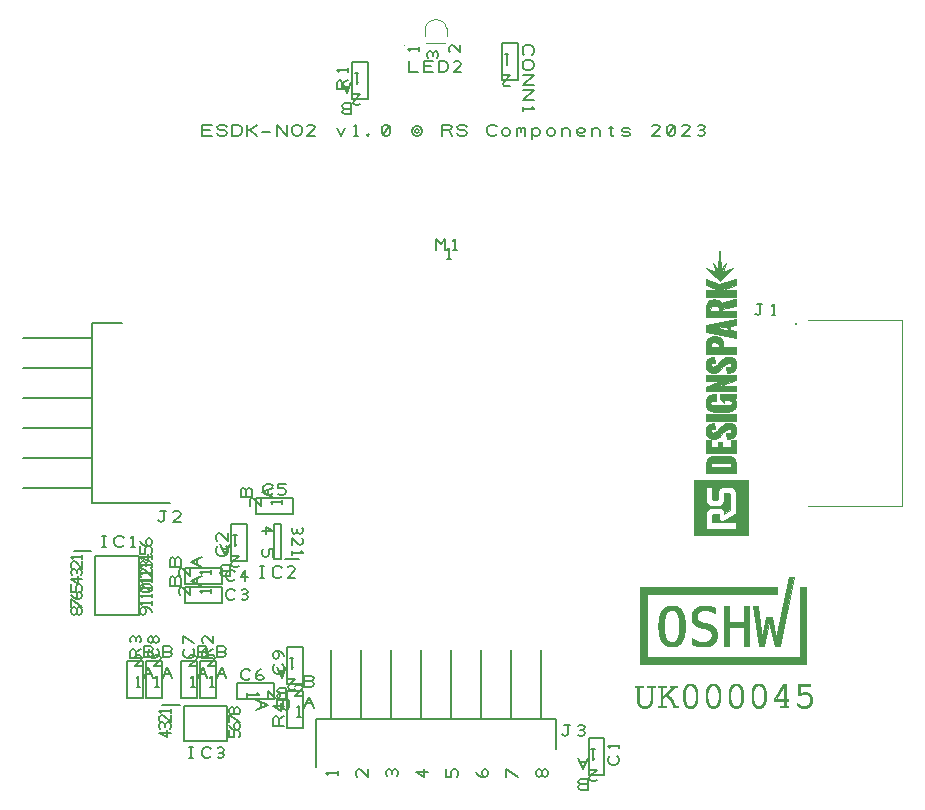
<source format=gbr>
G04 DesignSpark PCB PRO Gerber Version 10.0 Build 5299*
G04 #@! TF.Part,Single*
G04 #@! TF.FileFunction,Legend,Top*
G04 #@! TF.FilePolarity,Positive*
%FSLAX35Y35*%
%MOIN*%
%ADD21C,0.00001*%
%ADD20C,0.00100*%
%ADD19C,0.00394*%
%ADD18C,0.00500*%
%ADD70C,0.00787*%
G04 #@! TD.AperFunction*
X0Y0D02*
D02*
D18*
X22333Y71804D02*
Y72429D01*
X22020Y73054D01*
X21396Y73366D01*
X20770Y73054D01*
X20458Y72429D01*
Y71804D01*
X20770Y71179D01*
X21396Y70866D01*
X22020Y71179D01*
X22333Y71804D01*
X22646Y71179D01*
X23270Y70866D01*
X23896Y71179D01*
X24208Y71804D01*
Y72429D01*
X23896Y73054D01*
X23270Y73366D01*
X22646Y73054D01*
X22333Y72429D01*
X24208Y73425D02*
X20458Y75925D01*
Y73425D01*
X23270Y75984D02*
X22646Y76297D01*
X22333Y76922D01*
Y77547D01*
X22646Y78172D01*
X23270Y78484D01*
X23896Y78172D01*
X24208Y77547D01*
Y76922D01*
X23896Y76297D01*
X23270Y75984D01*
X22333D01*
X21396Y76297D01*
X20770Y76922D01*
X20458Y77547D01*
X23896Y78543D02*
X24208Y79169D01*
Y80106D01*
X23896Y80731D01*
X23270Y81043D01*
X22958D01*
X22333Y80731D01*
X22020Y80106D01*
Y78543D01*
X20458D01*
Y81043D01*
X24208Y82665D02*
X20458D01*
X22958Y81102D01*
Y83602D01*
X23896Y83974D02*
X24208Y84599D01*
Y85224D01*
X23896Y85849D01*
X23270Y86161D01*
X22646Y85849D01*
X22333Y85224D01*
Y84599D01*
Y85224D02*
X22020Y85849D01*
X21396Y86161D01*
X20770Y85849D01*
X20458Y85224D01*
Y84599D01*
X20770Y83974D01*
X24208Y88720D02*
Y86220D01*
X22020Y88408D01*
X21396Y88720D01*
X20770Y88408D01*
X20458Y87783D01*
Y86846D01*
X20770Y86220D01*
X24208Y89405D02*
Y90655D01*
Y90030D02*
X20458D01*
X21083Y89405D01*
X30859Y93457D02*
X32109D01*
X31484D02*
Y97207D01*
X30859D02*
X32109D01*
X38046Y94082D02*
X37734Y93770D01*
X37109Y93457D01*
X36171D01*
X35546Y93770D01*
X35234Y94082D01*
X34921Y94707D01*
Y95957D01*
X35234Y96582D01*
X35546Y96895D01*
X36171Y97207D01*
X37109D01*
X37734Y96895D01*
X38046Y96582D01*
X40546Y93457D02*
X41796D01*
X41171D02*
Y97207D01*
X40546Y96582D01*
X39082Y55363D02*
X44382D01*
Y43063D01*
X39082D01*
Y55363D01*
X42357Y46650D02*
X43607D01*
X42982D02*
Y50400D01*
X42357Y49775D01*
X44232Y53650D02*
X41732D01*
X43920Y55838D01*
X44232Y56463D01*
X43920Y57088D01*
X43295Y57400D01*
X42357D01*
X41732Y57088D01*
X44732Y49650D02*
X46295Y53400D01*
X47857Y49650D01*
X45357Y51213D02*
X47232D01*
X46920Y58525D02*
X47545Y58213D01*
X47857Y57588D01*
X47545Y56963D01*
X46920Y56650D01*
X44732D01*
Y60400D01*
X46920D01*
X47545Y60088D01*
X47857Y59463D01*
X47545Y58838D01*
X46920Y58525D01*
X44732D01*
X43944Y56299D02*
X40194D01*
Y58487D01*
X40507Y59112D01*
X41132Y59424D01*
X41757Y59112D01*
X42069Y58487D01*
Y56299D01*
Y58487D02*
X43944Y59424D01*
X43632Y61612D02*
X43944Y62237D01*
Y62862D01*
X43632Y63487D01*
X43007Y63799D01*
X42382Y63487D01*
X42069Y62862D01*
Y62237D01*
Y62862D02*
X41757Y63487D01*
X41132Y63799D01*
X40507Y63487D01*
X40194Y62862D01*
Y62237D01*
X40507Y61612D01*
X45381Y55363D02*
X50681D01*
Y43063D01*
X45381D01*
Y55363D01*
X48657Y46650D02*
X49907D01*
X49281D02*
Y50400D01*
X48657Y49775D01*
X50531Y53650D02*
X48031D01*
X50219Y55838D01*
X50531Y56463D01*
X50219Y57088D01*
X49594Y57400D01*
X48657D01*
X48031Y57088D01*
X47342Y71804D02*
X47030Y72429D01*
X46404Y73054D01*
X45467Y73366D01*
X44530D01*
X43904Y73054D01*
X43592Y72429D01*
Y71804D01*
X43904Y71179D01*
X44530Y70866D01*
X45154Y71179D01*
X45467Y71804D01*
Y72429D01*
X45154Y73054D01*
X44530Y73366D01*
X47342Y74050D02*
Y75300D01*
Y74675D02*
X43592D01*
X44217Y74050D01*
X47030Y78738D02*
X47342Y79363D01*
Y79988D01*
X47030Y80613D01*
X46404Y80925D01*
X44530D01*
X43904Y80613D01*
X43592Y79988D01*
Y79363D01*
X43904Y78738D01*
X44530Y78425D01*
X46404D01*
X47030Y78738D01*
X43904Y80613D01*
X47342Y76609D02*
Y77859D01*
Y77234D02*
X43592D01*
X44217Y76609D01*
X47342Y81609D02*
Y82859D01*
Y82234D02*
X43592D01*
X44217Y81609D01*
X47342Y79169D02*
Y80419D01*
Y79793D02*
X43592D01*
X44217Y79169D01*
X47342Y86043D02*
Y83543D01*
X45154Y85731D01*
X44530Y86043D01*
X43904Y85731D01*
X43592Y85106D01*
Y84169D01*
X43904Y83543D01*
X47342Y81728D02*
Y82978D01*
Y82352D02*
X43592D01*
X44217Y81728D01*
X47030Y86415D02*
X47342Y87040D01*
Y87665D01*
X47030Y88290D01*
X46404Y88602D01*
X45780Y88290D01*
X45467Y87665D01*
Y87040D01*
Y87665D02*
X45154Y88290D01*
X44530Y88602D01*
X43904Y88290D01*
X43592Y87665D01*
Y87040D01*
X43904Y86415D01*
X47342Y84287D02*
Y85537D01*
Y84911D02*
X43592D01*
X44217Y84287D01*
X47342Y90224D02*
X43592D01*
X46092Y88661D01*
Y91161D01*
X47342Y86846D02*
Y88096D01*
Y87470D02*
X43592D01*
X44217Y86846D01*
X47030Y91220D02*
X47342Y91846D01*
Y92783D01*
X47030Y93408D01*
X46404Y93720D01*
X46092D01*
X45467Y93408D01*
X45154Y92783D01*
Y91220D01*
X43592D01*
Y93720D01*
X47342Y89405D02*
Y90655D01*
Y90030D02*
X43592D01*
X44217Y89405D01*
X46404Y93780D02*
X45780Y94092D01*
X45467Y94717D01*
Y95342D01*
X45780Y95967D01*
X46404Y96280D01*
X47030Y95967D01*
X47342Y95342D01*
Y94717D01*
X47030Y94092D01*
X46404Y93780D01*
X45467D01*
X44530Y94092D01*
X43904Y94717D01*
X43592Y95342D01*
X49606Y102350D02*
X49919Y102037D01*
X50544Y101725D01*
X51169Y102037D01*
X51481Y102350D01*
Y105475D01*
X52106D01*
X51481D02*
X50231D01*
X57106Y101725D02*
X54606D01*
X56794Y103913D01*
X57106Y104537D01*
X56794Y105163D01*
X56169Y105475D01*
X55231D01*
X54606Y105163D01*
X49225Y59424D02*
X49537Y59112D01*
X49850Y58487D01*
Y57549D01*
X49537Y56924D01*
X49225Y56612D01*
X48600Y56299D01*
X47350D01*
X46725Y56612D01*
X46412Y56924D01*
X46100Y57549D01*
Y58487D01*
X46412Y59112D01*
X46725Y59424D01*
X47975Y62237D02*
Y62862D01*
X47662Y63487D01*
X47037Y63799D01*
X46412Y63487D01*
X46100Y62862D01*
Y62237D01*
X46412Y61612D01*
X47037Y61299D01*
X47662Y61612D01*
X47975Y62237D01*
X48287Y61612D01*
X48912Y61299D01*
X49537Y61612D01*
X49850Y62237D01*
Y62862D01*
X49537Y63487D01*
X48912Y63799D01*
X48287Y63487D01*
X47975Y62862D01*
X51031Y49650D02*
X52594Y53400D01*
X54157Y49650D01*
X51657Y51213D02*
X53531D01*
X53219Y58525D02*
X53844Y58213D01*
X54157Y57588D01*
X53844Y56963D01*
X53219Y56650D01*
X51031D01*
Y60400D01*
X53219D01*
X53844Y60088D01*
X54157Y59463D01*
X53844Y58838D01*
X53219Y58525D01*
X51031D01*
X53736Y31484D02*
X49986D01*
X52486Y29921D01*
Y32421D01*
X53423Y32793D02*
X53736Y33418D01*
Y34043D01*
X53423Y34668D01*
X52798Y34980D01*
X52173Y34668D01*
X51861Y34043D01*
Y33418D01*
Y34043D02*
X51548Y34668D01*
X50923Y34980D01*
X50298Y34668D01*
X49986Y34043D01*
Y33418D01*
X50298Y32793D01*
X53736Y37539D02*
Y35039D01*
X51548Y37227D01*
X50923Y37539D01*
X50298Y37227D01*
X49986Y36602D01*
Y35665D01*
X50298Y35039D01*
X53736Y38224D02*
Y39474D01*
Y38848D02*
X49986D01*
X50611Y38224D01*
X57193Y55363D02*
X62493D01*
Y43063D01*
X57193D01*
Y55363D01*
X55254Y82746D02*
X55567Y83372D01*
X56192Y83684D01*
X56817Y83372D01*
X57130Y82746D01*
Y80559D01*
X53380D01*
Y82746D01*
X53692Y83372D01*
X54317Y83684D01*
X54942Y83372D01*
X55254Y82746D01*
Y80559D01*
Y89046D02*
X55567Y89671D01*
X56192Y89983D01*
X56817Y89671D01*
X57130Y89046D01*
Y86858D01*
X53380D01*
Y89046D01*
X53692Y89671D01*
X54317Y89983D01*
X54942Y89671D01*
X55254Y89046D01*
Y86858D01*
X58417Y74909D02*
Y80209D01*
X70717D01*
Y74909D01*
X58417D01*
Y81208D02*
Y86508D01*
X70717D01*
Y81208D01*
X58417D01*
X59993Y22985D02*
X61243D01*
X60618D02*
Y26735D01*
X59993D02*
X61243D01*
X67180Y23610D02*
X66868Y23297D01*
X66243Y22985D01*
X65305D01*
X64680Y23297D01*
X64368Y23610D01*
X64055Y24235D01*
Y25485D01*
X64368Y26110D01*
X64680Y26422D01*
X65305Y26735D01*
X66243D01*
X66868Y26422D01*
X67180Y26110D01*
X69368Y23297D02*
X69993Y22985D01*
X70618D01*
X71243Y23297D01*
X71555Y23922D01*
X71243Y24547D01*
X70618Y24860D01*
X69993D01*
X70618D02*
X71243Y25172D01*
X71555Y25797D01*
X71243Y26422D01*
X70618Y26735D01*
X69993D01*
X69368Y26422D01*
X60468Y46650D02*
X61718D01*
X61093D02*
Y50400D01*
X60468Y49775D01*
X62343Y53650D02*
X59843D01*
X62030Y55838D01*
X62343Y56463D01*
X62030Y57088D01*
X61405Y57400D01*
X60468D01*
X59843Y57088D01*
X60130Y80059D02*
Y77559D01*
X57942Y79746D01*
X57317Y80059D01*
X56692Y79746D01*
X56380Y79122D01*
Y78184D01*
X56692Y77559D01*
X60130Y86358D02*
Y83858D01*
X57942Y86046D01*
X57317Y86358D01*
X56692Y86046D01*
X56380Y85421D01*
Y84483D01*
X56692Y83858D01*
X61036Y59424D02*
X61348Y59112D01*
X61661Y58487D01*
Y57549D01*
X61348Y56924D01*
X61036Y56612D01*
X60411Y56299D01*
X59161D01*
X58536Y56612D01*
X58223Y56924D01*
X57911Y57549D01*
Y58487D01*
X58223Y59112D01*
X58536Y59424D01*
X61661Y61299D02*
X57911Y63799D01*
Y61299D01*
X62843Y49650D02*
X64405Y53400D01*
X65968Y49650D01*
X63468Y51213D02*
X65343D01*
X65030Y58525D02*
X65655Y58213D01*
X65968Y57588D01*
X65655Y56963D01*
X65030Y56650D01*
X62843D01*
Y60400D01*
X65030D01*
X65655Y60088D01*
X65968Y59463D01*
X65655Y58838D01*
X65030Y58525D01*
X62843D01*
X63492Y55363D02*
X68792D01*
Y43063D01*
X63492D01*
Y55363D01*
X64130Y80559D02*
X60380Y82122D01*
X64130Y83684D01*
X62567Y81184D02*
Y83059D01*
X64130Y86858D02*
X60380Y88421D01*
X64130Y89983D01*
X62567Y87483D02*
Y89358D01*
X66767Y46650D02*
X68017D01*
X67392D02*
Y50400D01*
X66767Y49775D01*
X68642Y53650D02*
X66142D01*
X68329Y55838D01*
X68642Y56463D01*
X68329Y57088D01*
X67704Y57400D01*
X66767D01*
X66142Y57088D01*
X67130Y78184D02*
Y79434D01*
Y78809D02*
X63380D01*
X64004Y78184D01*
X67130Y84483D02*
Y85733D01*
Y85108D02*
X63380D01*
X64004Y84483D01*
X67960Y56299D02*
X64210D01*
Y58487D01*
X64522Y59112D01*
X65148Y59424D01*
X65772Y59112D01*
X66085Y58487D01*
Y56299D01*
Y58487D02*
X67960Y59424D01*
Y63799D02*
Y61299D01*
X65772Y63487D01*
X65148Y63799D01*
X64522Y63487D01*
X64210Y62862D01*
Y61924D01*
X64522Y61299D01*
X69142Y49650D02*
X70704Y53400D01*
X72267Y49650D01*
X69767Y51213D02*
X71642D01*
X71329Y58525D02*
X71954Y58213D01*
X72267Y57588D01*
X71954Y56963D01*
X71329Y56650D01*
X69142D01*
Y60400D01*
X71329D01*
X71954Y60088D01*
X72267Y59463D01*
X71954Y58838D01*
X71329Y58525D01*
X69142D01*
X75172Y76366D02*
X74860Y76053D01*
X74235Y75741D01*
X73297D01*
X72672Y76053D01*
X72360Y76366D01*
X72047Y76991D01*
Y78241D01*
X72360Y78866D01*
X72672Y79178D01*
X73297Y79491D01*
X74235D01*
X74860Y79178D01*
X75172Y78866D01*
X77360Y76053D02*
X77985Y75741D01*
X78610D01*
X79235Y76053D01*
X79547Y76678D01*
X79235Y77303D01*
X78610Y77616D01*
X77985D01*
X78610D02*
X79235Y77928D01*
X79547Y78553D01*
X79235Y79178D01*
X78610Y79491D01*
X77985D01*
X77360Y79178D01*
X75172Y82665D02*
X74860Y82352D01*
X74235Y82040D01*
X73297D01*
X72672Y82352D01*
X72360Y82665D01*
X72047Y83290D01*
Y84540D01*
X72360Y85165D01*
X72672Y85478D01*
X73297Y85790D01*
X74235D01*
X74860Y85478D01*
X75172Y85165D01*
X78610Y82040D02*
Y85790D01*
X77047Y83290D01*
X79547D01*
X71191Y85569D02*
X70565Y85882D01*
X70253Y86507D01*
X70565Y87132D01*
X71191Y87444D01*
X73378D01*
Y83694D01*
X71191D01*
X70565Y84007D01*
X70253Y84632D01*
X70565Y85257D01*
X71191Y85569D01*
X73378D01*
Y94444D02*
X71815Y90694D01*
X70253Y94444D01*
X72753Y92882D02*
X70878D01*
X72059Y93676D02*
X72372Y93364D01*
X72685Y92739D01*
Y91801D01*
X72372Y91176D01*
X72059Y90864D01*
X71435Y90551D01*
X70185D01*
X69559Y90864D01*
X69247Y91176D01*
X68935Y91801D01*
Y92739D01*
X69247Y93364D01*
X69559Y93676D01*
X72685Y98051D02*
Y95551D01*
X70497Y97739D01*
X69872Y98051D01*
X69247Y97739D01*
X68935Y97114D01*
Y96176D01*
X69247Y95551D01*
X73878Y90444D02*
X76378D01*
X74191Y88257D01*
X73878Y87632D01*
X74191Y87007D01*
X74815Y86694D01*
X75753D01*
X76378Y87007D01*
X75753Y97444D02*
X74503D01*
X75128D02*
Y93694D01*
X75753Y94319D01*
X80291Y49594D02*
X79978Y49281D01*
X79353Y48969D01*
X78415D01*
X77791Y49281D01*
X77478Y49594D01*
X77165Y50219D01*
Y51469D01*
X77478Y52094D01*
X77791Y52407D01*
X78415Y52719D01*
X79353D01*
X79978Y52407D01*
X80291Y52094D01*
X82165Y49907D02*
X82478Y50531D01*
X83103Y50844D01*
X83728D01*
X84353Y50531D01*
X84665Y49907D01*
X84353Y49281D01*
X83728Y48969D01*
X83103D01*
X82478Y49281D01*
X82165Y49907D01*
Y50844D01*
X82478Y51781D01*
X83103Y52407D01*
X83728Y52719D01*
X76557Y29921D02*
X76870Y30546D01*
Y31484D01*
X76557Y32109D01*
X75932Y32421D01*
X75620D01*
X74994Y32109D01*
X74682Y31484D01*
Y29921D01*
X73120D01*
Y32421D01*
X75932Y32480D02*
X75307Y32793D01*
X74994Y33418D01*
Y34043D01*
X75307Y34668D01*
X75932Y34980D01*
X76557Y34668D01*
X76870Y34043D01*
Y33418D01*
X76557Y32793D01*
X75932Y32480D01*
X74994D01*
X74057Y32793D01*
X73432Y33418D01*
X73120Y34043D01*
X76870Y35039D02*
X73120Y37539D01*
Y35039D01*
X74994Y38536D02*
Y39161D01*
X74682Y39786D01*
X74057Y40098D01*
X73432Y39786D01*
X73120Y39161D01*
Y38536D01*
X73432Y37911D01*
X74057Y37598D01*
X74682Y37911D01*
X74994Y38536D01*
X75307Y37911D01*
X75932Y37598D01*
X76557Y37911D01*
X76870Y38536D01*
Y39161D01*
X76557Y39786D01*
X75932Y40098D01*
X75307Y39786D01*
X74994Y39161D01*
X79327Y44650D02*
Y43400D01*
Y44026D02*
X83077D01*
X82452Y44650D01*
X79028Y88732D02*
X73728D01*
Y101032D01*
X79028D01*
Y88732D01*
X82327Y42276D02*
X86077Y40713D01*
X82327Y39150D01*
X83890Y41650D02*
Y39776D01*
X78876Y112274D02*
X79189Y112899D01*
X79814Y113212D01*
X80439Y112899D01*
X80752Y112274D01*
Y110087D01*
X77002D01*
Y112274D01*
X77314Y112899D01*
X77939Y113212D01*
X78564Y112899D01*
X78876Y112274D01*
Y110087D01*
X82039Y104437D02*
Y109737D01*
X94339D01*
Y104437D01*
X82039D01*
X83615Y83221D02*
X84865D01*
X84240D02*
Y86971D01*
X83615D02*
X84865D01*
X90802Y83846D02*
X90490Y83533D01*
X89865Y83221D01*
X88927D01*
X88302Y83533D01*
X87990Y83846D01*
X87677Y84471D01*
Y85721D01*
X87990Y86346D01*
X88302Y86659D01*
X88927Y86971D01*
X89865D01*
X90490Y86659D01*
X90802Y86346D01*
X95177Y83221D02*
X92677D01*
X94865Y85409D01*
X95177Y86033D01*
X94865Y86659D01*
X94240Y86971D01*
X93302D01*
X92677Y86659D01*
X84518Y92717D02*
X84205Y92091D01*
Y91154D01*
X84518Y90529D01*
X85143Y90217D01*
X85455D01*
X86080Y90529D01*
X86393Y91154D01*
Y92717D01*
X87955D01*
Y90217D01*
X84205Y98634D02*
X87955D01*
X85455Y100197D01*
Y97697D01*
X87771Y111405D02*
X87458Y111093D01*
X86833Y110780D01*
X85896D01*
X85271Y111093D01*
X84958Y111405D01*
X84646Y112030D01*
Y113280D01*
X84958Y113905D01*
X85271Y114218D01*
X85896Y114530D01*
X86833D01*
X87458Y114218D01*
X87771Y113905D01*
X89646Y111093D02*
X90271Y110780D01*
X91208D01*
X91833Y111093D01*
X92146Y111718D01*
Y112030D01*
X91833Y112655D01*
X91208Y112968D01*
X89646D01*
Y114530D01*
X92146D01*
X83752Y109587D02*
Y107087D01*
X81564Y109274D01*
X80939Y109587D01*
X80314Y109274D01*
X80002Y108649D01*
Y107712D01*
X80314Y107087D01*
X86327Y42776D02*
Y45276D01*
X88515Y43088D01*
X89140Y42776D01*
X89765Y43088D01*
X90077Y43713D01*
Y44650D01*
X89765Y45276D01*
X88040Y47926D02*
Y42626D01*
X75740D01*
Y47926D01*
X88040D01*
X91202Y40088D02*
X90890Y39463D01*
X90265Y39150D01*
X89640Y39463D01*
X89327Y40088D01*
Y42276D01*
X93077D01*
Y40088D01*
X92765Y39463D01*
X92140Y39150D01*
X91515Y39463D01*
X91202Y40088D01*
Y42276D01*
X87752Y110087D02*
X84002Y111649D01*
X87752Y113212D01*
X86189Y110712D02*
Y112587D01*
X90752Y107712D02*
Y108962D01*
Y108337D02*
X87002D01*
X87626Y107712D01*
X90088Y44624D02*
X89463Y44937D01*
X89150Y45562D01*
X89463Y46187D01*
X90088Y46500D01*
X92276D01*
Y42750D01*
X90088D01*
X89463Y43062D01*
X89150Y43687D01*
X89463Y44312D01*
X90088Y44624D01*
X92276D01*
Y53500D02*
X90713Y49750D01*
X89150Y53500D01*
X91650Y51937D02*
X89776D01*
X91582Y33858D02*
X87832D01*
Y36046D01*
X88144Y36671D01*
X88770Y36983D01*
X89394Y36671D01*
X89707Y36046D01*
Y33858D01*
Y36046D02*
X91582Y36983D01*
Y40421D02*
X87832D01*
X90332Y38858D01*
Y41358D01*
X90957Y54306D02*
X91270Y53994D01*
X91582Y53369D01*
Y52431D01*
X91270Y51806D01*
X90957Y51494D01*
X90332Y51181D01*
X89082D01*
X88457Y51494D01*
X88144Y51806D01*
X87832Y52431D01*
Y53369D01*
X88144Y53994D01*
X88457Y54306D01*
X91582Y57119D02*
X91270Y57744D01*
X90644Y58369D01*
X89707Y58681D01*
X88770D01*
X88144Y58369D01*
X87832Y57744D01*
Y57119D01*
X88144Y56494D01*
X88770Y56181D01*
X89394Y56494D01*
X89707Y57119D01*
Y57744D01*
X89394Y58369D01*
X88770Y58681D01*
X92626Y45520D02*
X97926D01*
Y33220D01*
X92626D01*
Y45520D01*
X94048Y92091D02*
Y90841D01*
Y91467D02*
X97798D01*
X97173Y92091D01*
X94048Y93957D02*
Y96457D01*
X96235Y94269D01*
X96860Y93957D01*
X97485Y94269D01*
X97798Y94894D01*
Y95831D01*
X97485Y96457D01*
X94360Y99884D02*
X94048Y99259D01*
Y98634D01*
X94360Y98009D01*
X94985Y97697D01*
X95610Y98009D01*
X95923Y98634D01*
Y99259D01*
Y98634D02*
X96235Y98009D01*
X96860Y97697D01*
X97485Y98009D01*
X97798Y98634D01*
Y99259D01*
X97485Y99884D01*
X95901Y36807D02*
X97151D01*
X96526D02*
Y40557D01*
X95901Y39933D01*
X97776Y43807D02*
X95276D01*
X97463Y45995D01*
X97776Y46620D01*
X97463Y47245D01*
X96838Y47557D01*
X95901D01*
X95276Y47245D01*
X92776Y49500D02*
X95276D01*
X93088Y47312D01*
X92776Y46687D01*
X93088Y46062D01*
X93713Y45750D01*
X94650D01*
X95276Y46062D01*
X94650Y56500D02*
X93400D01*
X94026D02*
Y52750D01*
X94650Y53374D01*
X97926Y47787D02*
X92626D01*
Y60087D01*
X97926D01*
Y47787D01*
X98276Y39807D02*
X99838Y43557D01*
X101401Y39807D01*
X98901Y41370D02*
X100776D01*
X100463Y48683D02*
X101088Y48370D01*
X101401Y47745D01*
X101088Y47120D01*
X100463Y46807D01*
X98276D01*
Y50557D01*
X100463D01*
X101088Y50245D01*
X101401Y49620D01*
X101088Y48995D01*
X100463Y48683D01*
X98276D01*
X109397Y17456D02*
Y18706D01*
Y18081D02*
X105647D01*
X106272Y17456D01*
X112842Y246063D02*
X109092D01*
Y248250D01*
X109404Y248876D01*
X110030Y249188D01*
X110654Y248876D01*
X110967Y248250D01*
Y246063D01*
Y248250D02*
X112842Y249188D01*
Y251688D02*
Y252938D01*
Y252313D02*
X109092D01*
X109717Y251688D01*
X111742Y239506D02*
X111117Y239819D01*
X110804Y240444D01*
X111117Y241069D01*
X111742Y241381D01*
X113929D01*
Y237631D01*
X111742D01*
X111117Y237944D01*
X110804Y238569D01*
X111117Y239194D01*
X111742Y239506D01*
X113929D01*
Y248381D02*
X112367Y244631D01*
X110804Y248381D01*
X113304Y246819D02*
X111429D01*
X114429Y244381D02*
X116929D01*
X114742Y242194D01*
X114429Y241569D01*
X114742Y240944D01*
X115367Y240631D01*
X116304D01*
X116929Y240944D01*
X116304Y251381D02*
X115054D01*
X115679D02*
Y247631D01*
X116304Y248256D01*
X119579Y242669D02*
X114279D01*
Y254969D01*
X119579D01*
Y242669D01*
X119397Y19331D02*
Y16831D01*
X117209Y19018D01*
X116585Y19331D01*
X115959Y19018D01*
X115647Y18393D01*
Y17456D01*
X115959Y16831D01*
X129085Y17143D02*
X129397Y17768D01*
Y18393D01*
X129085Y19018D01*
X128459Y19331D01*
X127835Y19018D01*
X127522Y18393D01*
Y17768D01*
Y18393D02*
X127209Y19018D01*
X126585Y19331D01*
X125959Y19018D01*
X125647Y18393D01*
Y17768D01*
X125959Y17143D01*
X133071Y255475D02*
Y251725D01*
X136196D01*
X138071D02*
Y255475D01*
X141196D01*
X140571Y253600D02*
X138071D01*
Y251725D02*
X141196D01*
X143071D02*
Y255475D01*
X144946D01*
X145571Y255163D01*
X145883Y254850D01*
X146196Y254225D01*
Y252975D01*
X145883Y252350D01*
X145571Y252037D01*
X144946Y251725D01*
X143071D01*
X150571D02*
X148071D01*
X150258Y253913D01*
X150571Y254537D01*
X150258Y255163D01*
X149633Y255475D01*
X148696D01*
X148071Y255163D01*
X136464Y258893D02*
Y260143D01*
Y259518D02*
X132714D01*
X133339Y258893D01*
X139397Y18393D02*
X135647D01*
X138147Y16831D01*
Y19331D01*
X142136Y192433D02*
Y196183D01*
X143698Y194309D01*
X145261Y196183D01*
Y192433D01*
X147761D02*
X149011D01*
X148386D02*
Y196183D01*
X147761Y195559D01*
X142648Y256415D02*
X142960Y257040D01*
Y257665D01*
X142648Y258290D01*
X142022Y258602D01*
X141398Y258290D01*
X141085Y257665D01*
Y257040D01*
Y257665D02*
X140772Y258290D01*
X140148Y258602D01*
X139522Y258290D01*
X139210Y257665D01*
Y257040D01*
X139522Y256415D01*
X145761Y189433D02*
X147011D01*
X146386D02*
Y193183D01*
X145761Y192559D01*
X64213Y230465D02*
Y234215D01*
X67338D01*
X66713Y232340D02*
X64213D01*
Y230465D02*
X67338D01*
X69213Y231403D02*
X69525Y230778D01*
X70150Y230465D01*
X71400D01*
X72025Y230778D01*
X72338Y231403D01*
X72025Y232028D01*
X71400Y232340D01*
X70150D01*
X69525Y232653D01*
X69213Y233278D01*
X69525Y233903D01*
X70150Y234215D01*
X71400D01*
X72025Y233903D01*
X72338Y233278D01*
X74213Y230465D02*
Y234215D01*
X76088D01*
X76713Y233903D01*
X77025Y233590D01*
X77338Y232965D01*
Y231715D01*
X77025Y231090D01*
X76713Y230778D01*
X76088Y230465D01*
X74213D01*
X79213D02*
Y234215D01*
Y232340D02*
X80150D01*
X82338Y234215D01*
X80150Y232340D02*
X82338Y230465D01*
X84213Y231715D02*
X86713D01*
X89213Y230465D02*
Y234215D01*
X92338Y230465D01*
Y234215D01*
X94213Y231715D02*
Y232965D01*
X94525Y233590D01*
X94838Y233903D01*
X95463Y234215D01*
X96088D01*
X96713Y233903D01*
X97025Y233590D01*
X97338Y232965D01*
Y231715D01*
X97025Y231090D01*
X96713Y230778D01*
X96088Y230465D01*
X95463D01*
X94838Y230778D01*
X94525Y231090D01*
X94213Y231715D01*
X101713Y230465D02*
X99213D01*
X101400Y232653D01*
X101713Y233278D01*
X101400Y233903D01*
X100775Y234215D01*
X99838D01*
X99213Y233903D01*
X109213Y232965D02*
X110463Y230465D01*
X111713Y232965D01*
X114838Y230465D02*
X116088D01*
X115463D02*
Y234215D01*
X114838Y233590D01*
X119525Y230465D02*
X119838Y230778D01*
X119525Y231090D01*
X119213Y230778D01*
X119525Y230465D01*
X124525Y230778D02*
X125150Y230465D01*
X125775D01*
X126400Y230778D01*
X126713Y231403D01*
Y233278D01*
X126400Y233903D01*
X125775Y234215D01*
X125150D01*
X124525Y233903D01*
X124213Y233278D01*
Y231403D01*
X124525Y230778D01*
X126400Y233903D01*
X134213Y231715D02*
Y232028D01*
X134525Y232965D01*
X134838Y233278D01*
X135463Y233590D01*
X136088D01*
X136713Y233278D01*
X137025Y232965D01*
X137338Y232028D01*
Y231715D01*
X137025Y231090D01*
X136713Y230778D01*
X136088Y230465D01*
X135463D01*
X134838Y230778D01*
X134525Y231090D01*
X134213Y231715D01*
X136400D02*
X135775Y231403D01*
X135150Y231715D01*
Y232340D01*
X135775Y232653D01*
X136400Y232340D01*
X144213Y230465D02*
Y234215D01*
X146400D01*
X147025Y233903D01*
X147338Y233278D01*
X147025Y232653D01*
X146400Y232340D01*
X144213D01*
X146400D02*
X147338Y230465D01*
X149213Y231403D02*
X149525Y230778D01*
X150150Y230465D01*
X151400D01*
X152025Y230778D01*
X152338Y231403D01*
X152025Y232028D01*
X151400Y232340D01*
X150150D01*
X149525Y232653D01*
X149213Y233278D01*
X149525Y233903D01*
X150150Y234215D01*
X151400D01*
X152025Y233903D01*
X152338Y233278D01*
X162338Y231090D02*
X162025Y230778D01*
X161400Y230465D01*
X160463D01*
X159838Y230778D01*
X159525Y231090D01*
X159213Y231715D01*
Y232965D01*
X159525Y233590D01*
X159838Y233903D01*
X160463Y234215D01*
X161400D01*
X162025Y233903D01*
X162338Y233590D01*
X164213Y231403D02*
X164525Y230778D01*
X165150Y230465D01*
X165775D01*
X166400Y230778D01*
X166713Y231403D01*
Y232028D01*
X166400Y232653D01*
X165775Y232965D01*
X165150D01*
X164525Y232653D01*
X164213Y232028D01*
Y231403D01*
X169213Y230465D02*
Y232965D01*
Y232653D02*
X169525Y232965D01*
X170150D01*
X170463Y232653D01*
Y231715D01*
Y232653D02*
X170775Y232965D01*
X171400D01*
X171713Y232653D01*
Y230465D01*
X174213Y232965D02*
Y229528D01*
Y231403D02*
X174525Y230778D01*
X175150Y230465D01*
X175775D01*
X176400Y230778D01*
X176713Y231403D01*
Y232028D01*
X176400Y232653D01*
X175775Y232965D01*
X175150D01*
X174525Y232653D01*
X174213Y232028D01*
Y231403D01*
X179213D02*
X179525Y230778D01*
X180150Y230465D01*
X180775D01*
X181400Y230778D01*
X181713Y231403D01*
Y232028D01*
X181400Y232653D01*
X180775Y232965D01*
X180150D01*
X179525Y232653D01*
X179213Y232028D01*
Y231403D01*
X184213Y230465D02*
Y232965D01*
Y232028D02*
X184525Y232653D01*
X185150Y232965D01*
X185775D01*
X186400Y232653D01*
X186713Y232028D01*
Y230465D01*
X191713Y230778D02*
X191400Y230465D01*
X190775D01*
X190150D01*
X189525Y230778D01*
X189213Y231403D01*
Y232340D01*
X189525Y232653D01*
X190150Y232965D01*
X190775D01*
X191400Y232653D01*
X191713Y232340D01*
Y232028D01*
X191400Y231715D01*
X190775Y231403D01*
X190150D01*
X189525Y231715D01*
X189213Y232028D01*
X194213Y230465D02*
Y232965D01*
Y232028D02*
X194525Y232653D01*
X195150Y232965D01*
X195775D01*
X196400Y232653D01*
X196713Y232028D01*
Y230465D01*
X199733Y232965D02*
X201192D01*
X200463Y233590D02*
Y230778D01*
X200775Y230465D01*
X201088D01*
X201400Y230778D01*
X204213D02*
X204838Y230465D01*
X206088D01*
X206713Y230778D01*
Y231403D01*
X206088Y231715D01*
X204838D01*
X204213Y232028D01*
Y232653D01*
X204838Y232965D01*
X206088D01*
X206713Y232653D01*
X216713Y230465D02*
X214213D01*
X216400Y232653D01*
X216713Y233278D01*
X216400Y233903D01*
X215775Y234215D01*
X214838D01*
X214213Y233903D01*
X219525Y230778D02*
X220150Y230465D01*
X220775D01*
X221400Y230778D01*
X221713Y231403D01*
Y233278D01*
X221400Y233903D01*
X220775Y234215D01*
X220150D01*
X219525Y233903D01*
X219213Y233278D01*
Y231403D01*
X219525Y230778D01*
X221400Y233903D01*
X226713Y230465D02*
X224213D01*
X226400Y232653D01*
X226713Y233278D01*
X226400Y233903D01*
X225775Y234215D01*
X224838D01*
X224213Y233903D01*
X229525Y230778D02*
X230150Y230465D01*
X230775D01*
X231400Y230778D01*
X231713Y231403D01*
X231400Y232028D01*
X230775Y232340D01*
X230150D01*
X230775D02*
X231400Y232653D01*
X231713Y233278D01*
X231400Y233903D01*
X230775Y234215D01*
X230150D01*
X229525Y233903D01*
X149085Y16831D02*
X149397Y17456D01*
Y18393D01*
X149085Y19018D01*
X148459Y19331D01*
X148147D01*
X147522Y19018D01*
X147209Y18393D01*
Y16831D01*
X145647D01*
Y19331D01*
X150244Y260768D02*
Y258268D01*
X148056Y260455D01*
X147431Y260768D01*
X146806Y260455D01*
X146494Y259830D01*
Y258893D01*
X146806Y258268D01*
X158459Y16831D02*
X157835Y17143D01*
X157522Y17768D01*
Y18393D01*
X157835Y19018D01*
X158459Y19331D01*
X159085Y19018D01*
X159397Y18393D01*
Y17768D01*
X159085Y17143D01*
X158459Y16831D01*
X157522D01*
X156585Y17143D01*
X155959Y17768D01*
X155647Y18393D01*
X164429Y250681D02*
X166929D01*
X164742Y248493D01*
X164429Y247868D01*
X164742Y247243D01*
X165367Y246931D01*
X166304D01*
X166929Y247243D01*
X166304Y257681D02*
X165054D01*
X165679D02*
Y253931D01*
X166304Y254556D01*
X169579Y248968D02*
X164279D01*
Y261268D01*
X169579D01*
Y248968D01*
X171641Y257505D02*
X171329Y257817D01*
X171016Y258443D01*
Y259380D01*
X171329Y260005D01*
X171641Y260317D01*
X172266Y260630D01*
X173516D01*
X174141Y260317D01*
X174454Y260005D01*
X174766Y259380D01*
Y258443D01*
X174454Y257817D01*
X174141Y257505D01*
X172266Y255630D02*
X173516D01*
X174141Y255317D01*
X174454Y255005D01*
X174766Y254380D01*
Y253755D01*
X174454Y253130D01*
X174141Y252817D01*
X173516Y252505D01*
X172266D01*
X171641Y252817D01*
X171329Y253130D01*
X171016Y253755D01*
Y254380D01*
X171329Y255005D01*
X171641Y255317D01*
X172266Y255630D01*
X171016Y250630D02*
X174766D01*
X171016Y247505D01*
X174766D01*
X171016Y245630D02*
X174766D01*
X171016Y242505D01*
X174766D01*
X171016Y240005D02*
Y238755D01*
Y239380D02*
X174766D01*
X174141Y240005D01*
X169397Y16831D02*
X165647Y19331D01*
Y16831D01*
X177522Y17768D02*
Y18393D01*
X177209Y19018D01*
X176585Y19331D01*
X175959Y19018D01*
X175647Y18393D01*
Y17768D01*
X175959Y17143D01*
X176585Y16831D01*
X177209Y17143D01*
X177522Y17768D01*
X177835Y17143D01*
X178459Y16831D01*
X179085Y17143D01*
X179397Y17768D01*
Y18393D01*
X179085Y19018D01*
X178459Y19331D01*
X177835Y19018D01*
X177522Y18393D01*
X184252Y31090D02*
X184565Y30778D01*
X185189Y30465D01*
X185815Y30778D01*
X186127Y31090D01*
Y34215D01*
X186752D01*
X186127D02*
X184877D01*
X189565Y30778D02*
X190189Y30465D01*
X190815D01*
X191439Y30778D01*
X191752Y31403D01*
X191439Y32028D01*
X190815Y32340D01*
X190189D01*
X190815D02*
X191439Y32653D01*
X191752Y33278D01*
X191439Y33903D01*
X190815Y34215D01*
X190189D01*
X189565Y33903D01*
X190482Y14309D02*
X189857Y14622D01*
X189544Y15247D01*
X189857Y15872D01*
X190482Y16185D01*
X192669D01*
Y12435D01*
X190482D01*
X189857Y12747D01*
X189544Y13372D01*
X189857Y13997D01*
X190482Y14309D01*
X192669D01*
Y23185D02*
X191107Y19435D01*
X189544Y23185D01*
X192044Y21622D02*
X190169D01*
X193169Y19185D02*
X195669D01*
X193482Y16997D01*
X193169Y16372D01*
X193482Y15747D01*
X194107Y15435D01*
X195044D01*
X195669Y15747D01*
X195044Y26185D02*
X193794D01*
X194419D02*
Y22435D01*
X195044Y23059D01*
X198319Y17472D02*
X193019D01*
Y29772D01*
X198319D01*
Y17472D01*
X202571Y23794D02*
X202884Y23482D01*
X203196Y22857D01*
Y21919D01*
X202884Y21294D01*
X202571Y20982D01*
X201946Y20669D01*
X200696D01*
X200071Y20982D01*
X199759Y21294D01*
X199446Y21919D01*
Y22857D01*
X199759Y23482D01*
X200071Y23794D01*
X203196Y26294D02*
Y27544D01*
Y26919D02*
X199446D01*
X200071Y26294D01*
X248425Y171248D02*
X248738Y170935D01*
X249363Y170622D01*
X249988Y170935D01*
X250300Y171248D01*
Y174372D01*
X250925D01*
X250300D02*
X249050D01*
X254050Y170622D02*
X255300D01*
X254675D02*
Y174372D01*
X254050Y173748D01*
D02*
D19*
X131689Y260433D02*
G75*
G02*
X131508I-91J0D01*
G01*
X131689D02*
G75*
G02*
X131508I-91J0D01*
G01*
G75*
G02*
X131689I91J0D01*
G01*
X138386Y263878D02*
X138583Y266339D01*
X138976Y261417D02*
X145276D01*
X145669Y266339D02*
X145866Y263878D01*
X145669Y266340D02*
G75*
G03*
X138583Y266340I-3543J-644D01*
G01*
X266043Y169193D02*
X297579D01*
Y107185D01*
X266043D01*
D02*
D70*
X21358Y91929D02*
X27165D01*
X27559Y113189D02*
X4567D01*
X27559Y123189D02*
X4567D01*
X27559Y133189D02*
X4567D01*
X27559Y143189D02*
X4567D01*
X27559Y153189D02*
X4567D01*
X27559Y163189D02*
X4567D01*
X28543Y90551D02*
X43110D01*
Y70866D01*
X28543D01*
Y90551D01*
X50886Y40748D02*
X56693D01*
X53543Y108189D02*
X27559D01*
Y168189D01*
X37559D01*
X58071Y40551D02*
X72638D01*
Y28740D01*
X58071D01*
Y40551D01*
X90551Y89567D02*
X88189D01*
Y100984D01*
X90551D01*
Y89567D01*
X96654Y89370D02*
X91929D01*
X102087Y20079D02*
Y36063D01*
X182087D01*
Y26063D01*
X107087Y36063D02*
Y59055D01*
X117087Y36063D02*
Y59055D01*
X127087Y36063D02*
Y59055D01*
X137087Y36063D02*
Y59055D01*
X147087Y36063D02*
Y59055D01*
X157087Y36063D02*
Y59055D01*
X167087Y36063D02*
Y59055D01*
X177087Y36063D02*
Y59055D01*
X262205Y167913D02*
G75*
G02*
Y167520I0J-197D01*
G01*
Y167913D02*
G75*
G02*
Y167520I0J-197D01*
G01*
G75*
G02*
Y167913I0J197D01*
G01*
D02*
D20*
X228048Y97441D02*
X246260D01*
Y115651D01*
X228048D01*
Y97441D01*
X236720Y112975D02*
X236885Y113124D01*
X237060Y113251D01*
X237246Y113355D01*
X237448Y113439D01*
X237665Y113502D01*
X237903Y113546D01*
X238163Y113572D01*
X238448Y113580D01*
X239767D01*
X240041Y113572D01*
X240298Y113545D01*
X240541Y113498D01*
X240767Y113431D01*
X240978Y113346D01*
X241171Y113241D01*
X241346Y113119D01*
X241505Y112978D01*
X241648Y112820D01*
X241770Y112644D01*
X241874Y112451D01*
X241961Y112241D01*
X242026Y112015D01*
X242073Y111772D01*
X242101Y111514D01*
X242107Y111241D01*
Y104739D01*
X242090Y104586D01*
X242037Y104450D01*
X241954Y104338D01*
X241842Y104252D01*
X238474Y102357D01*
X238301Y102262D01*
X238113Y102185D01*
X237917Y102131D01*
X237714Y102100D01*
X237513Y102095D01*
X237315Y102119D01*
X237126Y102174D01*
X236952Y102264D01*
X236755Y102419D01*
X236619Y102596D01*
X236531Y102790D01*
X236481Y103000D01*
X236461Y103223D01*
X236456Y103456D01*
X236460Y103939D01*
X236452Y104048D01*
X236430Y104144D01*
X236392Y104226D01*
X236340Y104294D01*
X236273Y104346D01*
X236192Y104385D01*
X236096Y104407D01*
X235986Y104414D01*
X234719D01*
X234606Y104407D01*
X234513Y104385D01*
X234433Y104347D01*
X234365Y104293D01*
X234312Y104224D01*
X234274Y104144D01*
X234252Y104049D01*
X234244Y103939D01*
Y101668D01*
X242106D01*
Y99569D01*
X232174D01*
Y104150D01*
X232183Y104433D01*
X232211Y104694D01*
X232256Y104933D01*
X232322Y105153D01*
X232407Y105356D01*
X232514Y105544D01*
X232642Y105720D01*
X232791Y105884D01*
X232956Y106033D01*
X233132Y106160D01*
X233317Y106265D01*
X233519Y106348D01*
X233736Y106411D01*
X233974Y106455D01*
X234234Y106481D01*
X234520Y106489D01*
X236250D01*
X236480Y106485D01*
X236698Y106463D01*
X236901Y106425D01*
X237092Y106369D01*
X237269Y106298D01*
X237432Y106210D01*
X237581Y106107D01*
X237715Y105989D01*
X237835Y105856D01*
X237941Y105709D01*
X238031Y105548D01*
X238105Y105373D01*
X238164Y105185D01*
X238207Y104984D01*
X238235Y104771D01*
X238245Y104546D01*
X240043Y105640D01*
Y111013D01*
X240035Y111125D01*
X240014Y111219D01*
X239975Y111298D01*
X239921Y111367D01*
X239853Y111420D01*
X239772Y111457D01*
X239678Y111480D01*
X239567Y111487D01*
X238575D01*
X238465Y111480D01*
X238370Y111457D01*
X238287Y111419D01*
X238221Y111367D01*
X238169Y111299D01*
X238131Y111217D01*
X238107Y111121D01*
X238101Y111011D01*
Y109233D01*
X238092Y108961D01*
X238067Y108711D01*
X238023Y108482D01*
X237961Y108271D01*
X237880Y108076D01*
X237779Y107896D01*
X237656Y107728D01*
X237514Y107569D01*
X237355Y107426D01*
X237187Y107305D01*
X237009Y107204D01*
X236817Y107124D01*
X236607Y107064D01*
X236381Y107021D01*
X236131Y106997D01*
X235859Y106989D01*
X234513D01*
X234239Y106995D01*
X233981Y107022D01*
X233739Y107069D01*
X233512Y107135D01*
X233303Y107221D01*
X233110Y107326D01*
X232934Y107449D01*
X232775Y107590D01*
X232635Y107749D01*
X232512Y107925D01*
X232407Y108119D01*
X232323Y108329D01*
X232256Y108555D01*
X232209Y108797D01*
X232182Y109055D01*
X232174Y109328D01*
Y113368D01*
X234244D01*
Y109541D01*
X234252Y109431D01*
X234274Y109335D01*
X234312Y109254D01*
X234364Y109186D01*
X234431Y109133D01*
X234513Y109095D01*
X234609Y109072D01*
X234719Y109065D01*
X235634D01*
X235744Y109072D01*
X235840Y109095D01*
X235921Y109133D01*
X235989Y109186D01*
X236041Y109254D01*
X236079Y109335D01*
X236101Y109431D01*
X236109Y109541D01*
Y111232D01*
X236117Y111516D01*
X236144Y111777D01*
X236189Y112018D01*
X236254Y112239D01*
X236339Y112444D01*
X236444Y112633D01*
X236571Y112810D01*
X236720Y112975D01*
X228098Y106574D02*
G36*
X228098Y106574D02*
Y97491D01*
X246210D01*
Y106574D01*
X242107D01*
Y104739D01*
X242090Y104586D01*
X242037Y104450D01*
X241954Y104338D01*
X241842Y104252D01*
X238474Y102357D01*
X238301Y102262D01*
X238113Y102185D01*
X237917Y102131D01*
X237714Y102100D01*
X237513Y102095D01*
X237315Y102119D01*
X237126Y102174D01*
X236952Y102264D01*
X236755Y102419D01*
X236619Y102596D01*
X236531Y102790D01*
X236481Y103000D01*
X236461Y103223D01*
X236456Y103456D01*
X236460Y103939D01*
X236452Y104048D01*
X236430Y104144D01*
X236392Y104226D01*
X236340Y104294D01*
X236273Y104346D01*
X236192Y104385D01*
X236096Y104407D01*
X235986Y104414D01*
X234719D01*
X234606Y104407D01*
X234513Y104385D01*
X234433Y104347D01*
X234365Y104293D01*
X234312Y104224D01*
X234274Y104144D01*
X234252Y104049D01*
X234244Y103939D01*
Y101668D01*
X242106D01*
Y99569D01*
X232174D01*
Y104150D01*
X232183Y104433D01*
X232211Y104694D01*
X232256Y104933D01*
X232322Y105153D01*
X232407Y105356D01*
X232514Y105544D01*
X232642Y105720D01*
X232791Y105884D01*
X232956Y106033D01*
X233132Y106160D01*
X233317Y106265D01*
X233519Y106348D01*
X233736Y106411D01*
X233974Y106455D01*
X234234Y106481D01*
X234520Y106489D01*
X236250D01*
X236480Y106485D01*
X236698Y106463D01*
X236901Y106425D01*
X237092Y106369D01*
X237269Y106298D01*
X237432Y106210D01*
X237581Y106107D01*
X237715Y105989D01*
X237835Y105856D01*
X237941Y105709D01*
X238031Y105548D01*
X238105Y105373D01*
X238164Y105185D01*
X238207Y104984D01*
X238235Y104771D01*
X238245Y104546D01*
X240043Y105640D01*
Y106574D01*
X228098D01*
G37*
Y115601D02*
G36*
X228098Y115601D02*
Y106574D01*
X240043D01*
Y111013D01*
X240035Y111125D01*
X240014Y111219D01*
X239975Y111298D01*
X239921Y111367D01*
X239853Y111420D01*
X239772Y111457D01*
X239678Y111480D01*
X239567Y111487D01*
X238575D01*
X238465Y111480D01*
X238370Y111457D01*
X238287Y111419D01*
X238221Y111367D01*
X238169Y111299D01*
X238131Y111217D01*
X238107Y111121D01*
X238101Y111011D01*
Y109233D01*
X238092Y108961D01*
X238067Y108711D01*
X238023Y108482D01*
X237961Y108271D01*
X237880Y108076D01*
X237779Y107896D01*
X237656Y107728D01*
X237514Y107569D01*
X237355Y107426D01*
X237187Y107305D01*
X237009Y107204D01*
X236817Y107124D01*
X236607Y107064D01*
X236381Y107021D01*
X236131Y106997D01*
X235859Y106989D01*
X234513D01*
X234239Y106995D01*
X233981Y107022D01*
X233739Y107069D01*
X233512Y107135D01*
X233303Y107221D01*
X233110Y107326D01*
X232934Y107449D01*
X232775Y107590D01*
X232635Y107749D01*
X232512Y107925D01*
X232407Y108119D01*
X232323Y108329D01*
X232256Y108555D01*
X232209Y108797D01*
X232182Y109055D01*
X232174Y109328D01*
Y113368D01*
X234244D01*
Y109541D01*
X234252Y109431D01*
X234274Y109335D01*
X234312Y109254D01*
X234364Y109186D01*
X234431Y109133D01*
X234513Y109095D01*
X234609Y109072D01*
X234719Y109065D01*
X235634D01*
X235744Y109072D01*
X235840Y109095D01*
X235921Y109133D01*
X235989Y109186D01*
X236041Y109254D01*
X236079Y109335D01*
X236101Y109431D01*
X236109Y109541D01*
Y111232D01*
X236117Y111516D01*
X236144Y111777D01*
X236189Y112018D01*
X236254Y112239D01*
X236339Y112444D01*
X236444Y112633D01*
X236571Y112810D01*
X236720Y112975D01*
X236885Y113124D01*
X237060Y113251D01*
X237246Y113355D01*
X237448Y113439D01*
X237665Y113502D01*
X237903Y113546D01*
X238163Y113572D01*
X238448Y113580D01*
X239767D01*
X240041Y113572D01*
X240298Y113545D01*
X240541Y113498D01*
X240767Y113431D01*
X240978Y113346D01*
X241171Y113241D01*
X241346Y113119D01*
X241505Y112978D01*
X241648Y112820D01*
X241770Y112644D01*
X241874Y112451D01*
X241961Y112241D01*
X242026Y112015D01*
X242073Y111772D01*
X242101Y111514D01*
X242107Y111241D01*
Y106574D01*
X246210D01*
Y115601D01*
X228098D01*
G37*
X232174Y117935D02*
X242106D01*
Y120474D01*
X242095Y120933D01*
X242062Y121352D01*
X242004Y121731D01*
X241923Y122072D01*
X241817Y122377D01*
X241686Y122648D01*
X241531Y122885D01*
X241350Y123090D01*
X241142Y123266D01*
X240909Y123413D01*
X240648Y123533D01*
X240359Y123628D01*
X240042Y123699D01*
X239696Y123748D01*
X239322Y123776D01*
X238919Y123785D01*
X235313D01*
X234914Y123776D01*
X234545Y123748D01*
X234204Y123698D01*
X233892Y123628D01*
X233607Y123532D01*
X233351Y123411D01*
X233120Y123264D01*
X232917Y123087D01*
X232739Y122880D01*
X232585Y122642D01*
X232457Y122369D01*
X232354Y122062D01*
X232275Y121718D01*
X232219Y121335D01*
X232185Y120913D01*
X232174Y120449D01*
Y117935D01*
X240586Y120474D02*
Y120130D01*
X233707D01*
Y120461D01*
X233724Y120785D01*
X233776Y121037D01*
X233865Y121225D01*
X233994Y121358D01*
X234163Y121446D01*
X234374Y121498D01*
X234631Y121522D01*
X234933Y121528D01*
X239262D01*
X239576Y121524D01*
X239846Y121503D01*
X240074Y121456D01*
X240260Y121374D01*
X240336Y121315D01*
X240403Y121244D01*
X240460Y121158D01*
X240505Y121057D01*
X240567Y120804D01*
X240586Y120474D01*
X232224Y120829D02*
G36*
X232224Y120829D02*
Y117985D01*
X242056D01*
Y120829D01*
X240561D01*
X240567Y120804D01*
X240586Y120474D01*
Y120130D01*
X233707D01*
Y120461D01*
X233724Y120785D01*
X233733Y120829D01*
X232224D01*
G37*
Y121372D02*
G36*
X232224Y121372D02*
Y120829D01*
X233733D01*
X233776Y121037D01*
X233865Y121225D01*
X233994Y121358D01*
X234163Y121446D01*
X234374Y121498D01*
X234631Y121522D01*
X234933Y121528D01*
X239262D01*
X239576Y121524D01*
X239846Y121503D01*
X240074Y121456D01*
X240260Y121374D01*
X240336Y121315D01*
X240403Y121244D01*
X240460Y121158D01*
X240505Y121057D01*
X240561Y120829D01*
X242056D01*
Y121388D01*
X242004Y121731D01*
X241923Y122072D01*
X241817Y122377D01*
X241686Y122648D01*
X241531Y122885D01*
X241350Y123090D01*
X241142Y123266D01*
X240909Y123413D01*
X240648Y123533D01*
X240359Y123628D01*
X240042Y123699D01*
X239789Y123735D01*
X234455D01*
X234204Y123698D01*
X233892Y123628D01*
X233607Y123532D01*
X233351Y123411D01*
X233120Y123264D01*
X232917Y123087D01*
X232739Y122880D01*
X232585Y122642D01*
X232457Y122369D01*
X232354Y122062D01*
X232275Y121718D01*
X232224Y121372D01*
G37*
X232174Y124631D02*
Y129094D01*
X233671D01*
Y126826D01*
X236135D01*
Y128555D01*
X237655D01*
Y126826D01*
X240623D01*
Y129119D01*
X242106D01*
Y124631D01*
X232174D01*
G36*
X232174Y124631D02*
Y129094D01*
X233671D01*
Y126826D01*
X236135D01*
Y128555D01*
X237655D01*
Y126826D01*
X240623D01*
Y129119D01*
X242106D01*
Y124631D01*
X232174D01*
G37*
Y135446D02*
Y137641D01*
X242106D01*
Y135446D01*
X232174D01*
G36*
X232174Y135446D02*
Y137641D01*
X242106D01*
Y135446D01*
X232174D01*
G37*
Y145281D02*
Y146826D01*
X236956Y148861D01*
X232174D01*
Y150676D01*
X242106D01*
Y149192D01*
X236956Y147157D01*
X242106D01*
Y145281D01*
X232174D01*
G36*
X232174Y145281D02*
Y146826D01*
X236956Y148861D01*
X232174D01*
Y150676D01*
X242106D01*
Y149192D01*
X236956Y147157D01*
X242106D01*
Y145281D01*
X232174D01*
G37*
Y157727D02*
X242106D01*
Y159922D01*
X237889D01*
Y160804D01*
X237861Y161389D01*
X237824Y161666D01*
X237769Y161931D01*
X237693Y162182D01*
X237598Y162418D01*
X237478Y162639D01*
X237332Y162842D01*
X237161Y163026D01*
X236960Y163189D01*
X236729Y163332D01*
X236467Y163452D01*
X236169Y163547D01*
X235836Y163617D01*
X235465Y163659D01*
X235056Y163674D01*
X234721Y163664D01*
X234404Y163635D01*
X234107Y163585D01*
X233830Y163516D01*
X233573Y163426D01*
X233336Y163316D01*
X233120Y163186D01*
X232925Y163035D01*
X232752Y162863D01*
X232601Y162670D01*
X232472Y162456D01*
X232367Y162220D01*
X232283Y161963D01*
X232223Y161685D01*
X232186Y161384D01*
X232174Y161062D01*
Y157727D01*
X236356Y160657D02*
Y159922D01*
X233720D01*
Y160645D01*
X233744Y160940D01*
X233817Y161169D01*
X233933Y161340D01*
X234089Y161461D01*
X234280Y161540D01*
X234501Y161587D01*
X234748Y161608D01*
X235020Y161614D01*
X235337Y161606D01*
X235611Y161578D01*
X235841Y161525D01*
X236028Y161439D01*
X236172Y161316D01*
X236274Y161148D01*
X236335Y160931D01*
X236356Y160657D01*
X232224Y160768D02*
G36*
X232224Y160768D02*
Y157777D01*
X242056D01*
Y159922D01*
X237889D01*
Y160768D01*
X236348D01*
X236356Y160657D01*
Y159922D01*
X233720D01*
Y160645D01*
X233730Y160768D01*
X232224D01*
G37*
Y161688D02*
G36*
X232224Y161688D02*
Y160768D01*
X233730D01*
X233744Y160940D01*
X233817Y161169D01*
X233933Y161340D01*
X234089Y161461D01*
X234280Y161540D01*
X234501Y161587D01*
X234748Y161608D01*
X235020Y161614D01*
X235337Y161606D01*
X235611Y161578D01*
X235841Y161525D01*
X236028Y161439D01*
X236172Y161316D01*
X236274Y161148D01*
X236335Y160931D01*
X236348Y160768D01*
X237889D01*
Y160804D01*
X237861Y161389D01*
X237824Y161666D01*
X237769Y161931D01*
X237693Y162182D01*
X237598Y162418D01*
X237478Y162639D01*
X237332Y162842D01*
X237161Y163026D01*
X236960Y163189D01*
X236729Y163332D01*
X236467Y163452D01*
X236169Y163547D01*
X235836Y163617D01*
X235772Y163624D01*
X234341D01*
X234107Y163585D01*
X233830Y163516D01*
X233573Y163426D01*
X233336Y163316D01*
X233120Y163186D01*
X232925Y163035D01*
X232752Y162863D01*
X232601Y162670D01*
X232472Y162456D01*
X232367Y162220D01*
X232283Y161963D01*
X232224Y161688D01*
G37*
X232174Y167561D02*
Y165059D01*
X242106Y163183D01*
Y165256D01*
X240010Y165599D01*
X238698Y165795D01*
X234823Y166322D01*
X238698Y166850D01*
X240010Y165599D01*
Y167059D01*
X242106Y167390D01*
Y169413D01*
X232174Y167561D01*
G36*
X232174Y167561D02*
Y165059D01*
X242106Y163183D01*
Y165256D01*
X240010Y165599D01*
X238698Y165795D01*
X234823Y166322D01*
X238698Y166850D01*
X240010Y165599D01*
Y167059D01*
X242106Y167390D01*
Y169413D01*
X232174Y167561D01*
G37*
Y169928D02*
X242106D01*
Y172122D01*
X237655D01*
Y172748D01*
X242106Y173839D01*
Y176108D01*
X237300Y174747D01*
X237109Y175081D01*
X236885Y175350D01*
X236628Y175562D01*
X236334Y175722D01*
X236006Y175835D01*
X235641Y175909D01*
X235239Y175949D01*
X234798Y175961D01*
X234425Y175946D01*
X234087Y175901D01*
X233782Y175828D01*
X233509Y175726D01*
X233267Y175598D01*
X233052Y175444D01*
X232865Y175265D01*
X232704Y175061D01*
X232569Y174834D01*
X232455Y174584D01*
X232363Y174313D01*
X232291Y174021D01*
X232237Y173709D01*
X232202Y173378D01*
X232174Y172662D01*
Y169928D01*
X236393Y172736D02*
Y172122D01*
X233645D01*
Y172834D01*
X233669Y173120D01*
X233737Y173356D01*
X233850Y173546D01*
X234003Y173693D01*
X234196Y173800D01*
X234428Y173872D01*
X234694Y173913D01*
X234994Y173925D01*
X235309Y173912D01*
X235585Y173869D01*
X235825Y173791D01*
X236025Y173676D01*
X236183Y173517D01*
X236298Y173310D01*
X236369Y173051D01*
X236393Y172736D01*
X232224Y173024D02*
G36*
X232224Y173024D02*
Y169978D01*
X242056D01*
Y172122D01*
X237655D01*
Y172748D01*
X238779Y173024D01*
X236370D01*
X236393Y172736D01*
Y172122D01*
X233645D01*
Y172834D01*
X233661Y173024D01*
X232224D01*
G37*
Y173584D02*
G36*
X232224Y173584D02*
Y173024D01*
X233661D01*
X233669Y173120D01*
X233737Y173356D01*
X233850Y173546D01*
X234003Y173693D01*
X234196Y173800D01*
X234428Y173872D01*
X234694Y173913D01*
X234994Y173925D01*
X235309Y173912D01*
X235585Y173869D01*
X235825Y173791D01*
X236025Y173676D01*
X236183Y173517D01*
X236298Y173310D01*
X236369Y173051D01*
X236370Y173024D01*
X238779D01*
X242056Y173827D01*
Y176058D01*
X241930D01*
X237300Y174747D01*
X237109Y175081D01*
X236885Y175350D01*
X236628Y175562D01*
X236334Y175722D01*
X236006Y175835D01*
X235641Y175909D01*
X235239Y175949D01*
X234798Y175961D01*
X234425Y175946D01*
X234087Y175901D01*
X233782Y175828D01*
X233509Y175726D01*
X233267Y175598D01*
X233052Y175444D01*
X232865Y175265D01*
X232704Y175061D01*
X232569Y174834D01*
X232455Y174584D01*
X232363Y174313D01*
X232291Y174021D01*
X232237Y173709D01*
X232224Y173584D01*
G37*
X232174Y176794D02*
Y178990D01*
X236233D01*
X232174Y180657D01*
Y182803D01*
X236662Y180964D01*
X242106Y182889D01*
Y180657D01*
X237717Y179222D01*
X238110Y178990D01*
X242106D01*
Y176794D01*
X232174D01*
G36*
X232174Y176794D02*
Y178990D01*
X236233D01*
X232174Y180657D01*
Y182803D01*
X236662Y180964D01*
X242106Y182889D01*
Y180657D01*
X237717Y179222D01*
X238110Y178990D01*
X242106D01*
Y176794D01*
X232174D01*
G37*
X236664Y191922D02*
Y191929D01*
Y191922D02*
Y191929D01*
Y191916D01*
X236173Y185594D01*
X234365Y188065D01*
X235378Y184983D01*
X232165Y186449D01*
X236665Y181992D01*
X241165Y186449D01*
X237953Y184983D01*
X238964Y188065D01*
X237157Y185594D01*
X236665Y191916D01*
Y191929D01*
X236664D01*
G36*
X236664Y191929D02*
Y191916D01*
X236173Y185594D01*
X234365Y188065D01*
X235378Y184983D01*
X232165Y186449D01*
X236665Y181992D01*
X241165Y186449D01*
X237953Y184983D01*
X238964Y188065D01*
X237157Y185594D01*
X236665Y191916D01*
Y191929D01*
X236664D01*
G37*
X236665Y181992D02*
X236956Y142627D02*
X238245Y141390D01*
Y142423D01*
X239409D01*
X239659Y142414D01*
X239895Y142384D01*
X240113Y142330D01*
X240306Y142247D01*
X240467Y142133D01*
X240591Y141983D01*
X240669Y141795D01*
X240696Y141565D01*
X240670Y141336D01*
X240594Y141152D01*
X240475Y141009D01*
X240319Y140901D01*
X240130Y140826D01*
X239915Y140777D01*
X239682Y140751D01*
X239434Y140743D01*
X234835D01*
X234386Y140762D01*
X234175Y140796D01*
X233984Y140857D01*
X233822Y140951D01*
X233695Y141085D01*
X233648Y141170D01*
X233613Y141267D01*
X233584Y141504D01*
X233610Y141733D01*
X233682Y141908D01*
X233796Y142038D01*
X233944Y142129D01*
X234123Y142188D01*
X234324Y142221D01*
X234774Y142239D01*
X235583D01*
Y144385D01*
X234945D01*
X234629Y144377D01*
X234324Y144350D01*
X234035Y144305D01*
X233762Y144240D01*
X233505Y144153D01*
X233267Y144044D01*
X233045Y143912D01*
X232844Y143755D01*
X232663Y143573D01*
X232503Y143363D01*
X232365Y143126D01*
X232251Y142859D01*
X232160Y142563D01*
X232093Y142234D01*
X232053Y141873D01*
X232040Y141479D01*
X232055Y141072D01*
X232101Y140700D01*
X232176Y140362D01*
X232281Y140056D01*
X232414Y139783D01*
X232573Y139539D01*
X232760Y139325D01*
X232971Y139139D01*
X233207Y138978D01*
X233467Y138844D01*
X233751Y138733D01*
X234056Y138646D01*
X234384Y138580D01*
X234732Y138534D01*
X235098Y138508D01*
X235485Y138499D01*
X238821D01*
X239196Y138507D01*
X239556Y138531D01*
X239898Y138574D01*
X240221Y138635D01*
X240524Y138716D01*
X240807Y138818D01*
X241067Y138941D01*
X241305Y139088D01*
X241519Y139259D01*
X241707Y139455D01*
X241870Y139678D01*
X242005Y139927D01*
X242113Y140206D01*
X242191Y140513D01*
X242237Y140852D01*
X242254Y141222D01*
X242235Y141530D01*
X242182Y141802D01*
X242096Y142041D01*
X241981Y142250D01*
X241840Y142431D01*
X241674Y142585D01*
X241489Y142717D01*
X241285Y142828D01*
X242106Y142951D01*
Y144398D01*
X236956D01*
Y142627D01*
G36*
X236956Y142627D02*
X238245Y141390D01*
Y142423D01*
X239409D01*
X239659Y142414D01*
X239895Y142384D01*
X240113Y142330D01*
X240306Y142247D01*
X240467Y142133D01*
X240591Y141983D01*
X240669Y141795D01*
X240696Y141565D01*
X240670Y141336D01*
X240594Y141152D01*
X240475Y141009D01*
X240319Y140901D01*
X240130Y140826D01*
X239915Y140777D01*
X239682Y140751D01*
X239434Y140743D01*
X234835D01*
X234386Y140762D01*
X234175Y140796D01*
X233984Y140857D01*
X233822Y140951D01*
X233695Y141085D01*
X233648Y141170D01*
X233613Y141267D01*
X233584Y141504D01*
X233610Y141733D01*
X233682Y141908D01*
X233796Y142038D01*
X233944Y142129D01*
X234123Y142188D01*
X234324Y142221D01*
X234774Y142239D01*
X235583D01*
Y144385D01*
X234945D01*
X234629Y144377D01*
X234324Y144350D01*
X234035Y144305D01*
X233762Y144240D01*
X233505Y144153D01*
X233267Y144044D01*
X233045Y143912D01*
X232844Y143755D01*
X232663Y143573D01*
X232503Y143363D01*
X232365Y143126D01*
X232251Y142859D01*
X232160Y142563D01*
X232093Y142234D01*
X232053Y141873D01*
X232040Y141479D01*
X232055Y141072D01*
X232101Y140700D01*
X232176Y140362D01*
X232281Y140056D01*
X232414Y139783D01*
X232573Y139539D01*
X232760Y139325D01*
X232971Y139139D01*
X233207Y138978D01*
X233467Y138844D01*
X233751Y138733D01*
X234056Y138646D01*
X234384Y138580D01*
X234732Y138534D01*
X235098Y138508D01*
X235485Y138499D01*
X238821D01*
X239196Y138507D01*
X239556Y138531D01*
X239898Y138574D01*
X240221Y138635D01*
X240524Y138716D01*
X240807Y138818D01*
X241067Y138941D01*
X241305Y139088D01*
X241519Y139259D01*
X241707Y139455D01*
X241870Y139678D01*
X242005Y139927D01*
X242113Y140206D01*
X242191Y140513D01*
X242237Y140852D01*
X242254Y141222D01*
X242235Y141530D01*
X242182Y141802D01*
X242096Y142041D01*
X241981Y142250D01*
X241840Y142431D01*
X241674Y142585D01*
X241489Y142717D01*
X241285Y142828D01*
X242106Y142951D01*
Y144398D01*
X236956D01*
Y142627D01*
G37*
X239103Y129401D02*
X238821Y131277D01*
X239267Y131299D01*
X239640Y131346D01*
X239945Y131418D01*
X240186Y131515D01*
X240367Y131636D01*
X240492Y131782D01*
X240563Y131953D01*
X240586Y132148D01*
X240570Y132302D01*
X240522Y132425D01*
X240448Y132522D01*
X240353Y132594D01*
X240243Y132644D01*
X240121Y132677D01*
X239863Y132700D01*
X239570Y132680D01*
X239302Y132624D01*
X239056Y132532D01*
X238826Y132407D01*
X238609Y132250D01*
X238398Y132063D01*
X238187Y131849D01*
X237974Y131608D01*
X237226Y130750D01*
X236982Y130474D01*
X236722Y130220D01*
X236444Y129993D01*
X236144Y129796D01*
X235817Y129635D01*
X235461Y129515D01*
X235069Y129439D01*
X234639Y129413D01*
X234333Y129426D01*
X234045Y129462D01*
X233775Y129523D01*
X233524Y129607D01*
X233292Y129713D01*
X233079Y129841D01*
X232884Y129991D01*
X232710Y130161D01*
X232554Y130352D01*
X232419Y130561D01*
X232304Y130791D01*
X232210Y131037D01*
X232135Y131302D01*
X232082Y131584D01*
X232050Y131883D01*
X232040Y132197D01*
X232059Y132574D01*
X232113Y132910D01*
X232200Y133209D01*
X232317Y133472D01*
X232459Y133701D01*
X232624Y133899D01*
X232811Y134069D01*
X233013Y134211D01*
X233229Y134329D01*
X233455Y134425D01*
X233690Y134501D01*
X233928Y134559D01*
X234404Y134632D01*
X234860Y134661D01*
X235093Y132773D01*
X234494Y132741D01*
X234246Y132706D01*
X234039Y132650D01*
X233871Y132570D01*
X233748Y132459D01*
X233672Y132312D01*
X233645Y132123D01*
X233665Y131981D01*
X233719Y131860D01*
X233800Y131759D01*
X233903Y131677D01*
X234023Y131614D01*
X234153Y131570D01*
X234286Y131543D01*
X234419Y131535D01*
X234679Y131552D01*
X234913Y131603D01*
X235125Y131685D01*
X235321Y131797D01*
X235506Y131935D01*
X235685Y132098D01*
X236050Y132491D01*
X236773Y133313D01*
X237055Y133626D01*
X237355Y133916D01*
X237676Y134179D01*
X238023Y134407D01*
X238400Y134595D01*
X238811Y134737D01*
X239261Y134826D01*
X239752Y134858D01*
X240013Y134846D01*
X240265Y134811D01*
X240507Y134754D01*
X240739Y134674D01*
X240957Y134573D01*
X241164Y134452D01*
X241355Y134311D01*
X241532Y134151D01*
X241692Y133972D01*
X241834Y133776D01*
X241957Y133562D01*
X242062Y133331D01*
X242144Y133085D01*
X242204Y132824D01*
X242242Y132548D01*
X242254Y132258D01*
X242243Y131918D01*
X242210Y131600D01*
X242152Y131304D01*
X242072Y131030D01*
X241967Y130779D01*
X241839Y130549D01*
X241685Y130341D01*
X241506Y130154D01*
X241301Y129987D01*
X241070Y129843D01*
X240812Y129719D01*
X240526Y129615D01*
X240213Y129531D01*
X239872Y129468D01*
X239502Y129424D01*
X239103Y129401D01*
G36*
X239103Y129401D02*
X238821Y131277D01*
X239267Y131299D01*
X239640Y131346D01*
X239945Y131418D01*
X240186Y131515D01*
X240367Y131636D01*
X240492Y131782D01*
X240563Y131953D01*
X240586Y132148D01*
X240570Y132302D01*
X240522Y132425D01*
X240448Y132522D01*
X240353Y132594D01*
X240243Y132644D01*
X240121Y132677D01*
X239863Y132700D01*
X239570Y132680D01*
X239302Y132624D01*
X239056Y132532D01*
X238826Y132407D01*
X238609Y132250D01*
X238398Y132063D01*
X238187Y131849D01*
X237974Y131608D01*
X237226Y130750D01*
X236982Y130474D01*
X236722Y130220D01*
X236444Y129993D01*
X236144Y129796D01*
X235817Y129635D01*
X235461Y129515D01*
X235069Y129439D01*
X234639Y129413D01*
X234333Y129426D01*
X234045Y129462D01*
X233775Y129523D01*
X233524Y129607D01*
X233292Y129713D01*
X233079Y129841D01*
X232884Y129991D01*
X232710Y130161D01*
X232554Y130352D01*
X232419Y130561D01*
X232304Y130791D01*
X232210Y131037D01*
X232135Y131302D01*
X232082Y131584D01*
X232050Y131883D01*
X232040Y132197D01*
X232059Y132574D01*
X232113Y132910D01*
X232200Y133209D01*
X232317Y133472D01*
X232459Y133701D01*
X232624Y133899D01*
X232811Y134069D01*
X233013Y134211D01*
X233229Y134329D01*
X233455Y134425D01*
X233690Y134501D01*
X233928Y134559D01*
X234404Y134632D01*
X234860Y134661D01*
X235093Y132773D01*
X234494Y132741D01*
X234246Y132706D01*
X234039Y132650D01*
X233871Y132570D01*
X233748Y132459D01*
X233672Y132312D01*
X233645Y132123D01*
X233665Y131981D01*
X233719Y131860D01*
X233800Y131759D01*
X233903Y131677D01*
X234023Y131614D01*
X234153Y131570D01*
X234286Y131543D01*
X234419Y131535D01*
X234679Y131552D01*
X234913Y131603D01*
X235125Y131685D01*
X235321Y131797D01*
X235506Y131935D01*
X235685Y132098D01*
X236050Y132491D01*
X236773Y133313D01*
X237055Y133626D01*
X237355Y133916D01*
X237676Y134179D01*
X238023Y134407D01*
X238400Y134595D01*
X238811Y134737D01*
X239261Y134826D01*
X239752Y134858D01*
X240013Y134846D01*
X240265Y134811D01*
X240507Y134754D01*
X240739Y134674D01*
X240957Y134573D01*
X241164Y134452D01*
X241355Y134311D01*
X241532Y134151D01*
X241692Y133972D01*
X241834Y133776D01*
X241957Y133562D01*
X242062Y133331D01*
X242144Y133085D01*
X242204Y132824D01*
X242242Y132548D01*
X242254Y132258D01*
X242243Y131918D01*
X242210Y131600D01*
X242152Y131304D01*
X242072Y131030D01*
X241967Y130779D01*
X241839Y130549D01*
X241685Y130341D01*
X241506Y130154D01*
X241301Y129987D01*
X241070Y129843D01*
X240812Y129719D01*
X240526Y129615D01*
X240213Y129531D01*
X239872Y129468D01*
X239502Y129424D01*
X239103Y129401D01*
G37*
Y151448D02*
X238821Y153324D01*
X239267Y153346D01*
X239640Y153393D01*
X239945Y153465D01*
X240186Y153562D01*
X240367Y153683D01*
X240492Y153830D01*
X240563Y154000D01*
X240586Y154195D01*
X240570Y154349D01*
X240522Y154473D01*
X240448Y154569D01*
X240353Y154641D01*
X240243Y154692D01*
X240121Y154724D01*
X239863Y154747D01*
X239570Y154728D01*
X239302Y154671D01*
X239056Y154580D01*
X238826Y154454D01*
X238609Y154297D01*
X238398Y154111D01*
X238187Y153896D01*
X237974Y153656D01*
X237226Y152797D01*
X236982Y152521D01*
X236722Y152268D01*
X236444Y152040D01*
X236144Y151844D01*
X235817Y151683D01*
X235461Y151563D01*
X235069Y151487D01*
X234639Y151461D01*
X234333Y151473D01*
X234045Y151510D01*
X233775Y151570D01*
X233524Y151654D01*
X233292Y151760D01*
X233079Y151889D01*
X232884Y152038D01*
X232710Y152209D01*
X232554Y152399D01*
X232419Y152609D01*
X232304Y152838D01*
X232210Y153085D01*
X232135Y153350D01*
X232082Y153632D01*
X232050Y153930D01*
X232040Y154244D01*
X232059Y154621D01*
X232113Y154957D01*
X232200Y155256D01*
X232317Y155519D01*
X232459Y155748D01*
X232624Y155946D01*
X232811Y156116D01*
X233013Y156258D01*
X233229Y156376D01*
X233455Y156472D01*
X233690Y156548D01*
X233928Y156607D01*
X234404Y156680D01*
X234860Y156709D01*
X235093Y154820D01*
X234494Y154788D01*
X234246Y154753D01*
X234039Y154698D01*
X233871Y154618D01*
X233748Y154507D01*
X233672Y154359D01*
X233645Y154170D01*
X233665Y154029D01*
X233719Y153908D01*
X233800Y153807D01*
X233903Y153725D01*
X234023Y153662D01*
X234153Y153617D01*
X234286Y153591D01*
X234419Y153582D01*
X234679Y153600D01*
X234913Y153650D01*
X235125Y153733D01*
X235321Y153844D01*
X235506Y153983D01*
X235685Y154146D01*
X236050Y154539D01*
X236773Y155360D01*
X237055Y155673D01*
X237355Y155964D01*
X237676Y156226D01*
X238023Y156454D01*
X238400Y156643D01*
X238811Y156785D01*
X239261Y156874D01*
X239752Y156905D01*
X240013Y156893D01*
X240265Y156858D01*
X240507Y156801D01*
X240739Y156722D01*
X240957Y156621D01*
X241164Y156500D01*
X241355Y156359D01*
X241532Y156199D01*
X241692Y156020D01*
X241834Y155823D01*
X241957Y155609D01*
X242062Y155379D01*
X242144Y155133D01*
X242204Y154871D01*
X242242Y154595D01*
X242254Y154306D01*
X242243Y153965D01*
X242210Y153647D01*
X242152Y153352D01*
X242072Y153078D01*
X241967Y152826D01*
X241839Y152596D01*
X241685Y152388D01*
X241506Y152201D01*
X241301Y152035D01*
X241070Y151890D01*
X240812Y151766D01*
X240526Y151662D01*
X240213Y151578D01*
X239872Y151515D01*
X239502Y151472D01*
X239103Y151448D01*
G36*
X239103Y151448D02*
X238821Y153324D01*
X239267Y153346D01*
X239640Y153393D01*
X239945Y153465D01*
X240186Y153562D01*
X240367Y153683D01*
X240492Y153830D01*
X240563Y154000D01*
X240586Y154195D01*
X240570Y154349D01*
X240522Y154473D01*
X240448Y154569D01*
X240353Y154641D01*
X240243Y154692D01*
X240121Y154724D01*
X239863Y154747D01*
X239570Y154728D01*
X239302Y154671D01*
X239056Y154580D01*
X238826Y154454D01*
X238609Y154297D01*
X238398Y154111D01*
X238187Y153896D01*
X237974Y153656D01*
X237226Y152797D01*
X236982Y152521D01*
X236722Y152268D01*
X236444Y152040D01*
X236144Y151844D01*
X235817Y151683D01*
X235461Y151563D01*
X235069Y151487D01*
X234639Y151461D01*
X234333Y151473D01*
X234045Y151510D01*
X233775Y151570D01*
X233524Y151654D01*
X233292Y151760D01*
X233079Y151889D01*
X232884Y152038D01*
X232710Y152209D01*
X232554Y152399D01*
X232419Y152609D01*
X232304Y152838D01*
X232210Y153085D01*
X232135Y153350D01*
X232082Y153632D01*
X232050Y153930D01*
X232040Y154244D01*
X232059Y154621D01*
X232113Y154957D01*
X232200Y155256D01*
X232317Y155519D01*
X232459Y155748D01*
X232624Y155946D01*
X232811Y156116D01*
X233013Y156258D01*
X233229Y156376D01*
X233455Y156472D01*
X233690Y156548D01*
X233928Y156607D01*
X234404Y156680D01*
X234860Y156709D01*
X235093Y154820D01*
X234494Y154788D01*
X234246Y154753D01*
X234039Y154698D01*
X233871Y154618D01*
X233748Y154507D01*
X233672Y154359D01*
X233645Y154170D01*
X233665Y154029D01*
X233719Y153908D01*
X233800Y153807D01*
X233903Y153725D01*
X234023Y153662D01*
X234153Y153617D01*
X234286Y153591D01*
X234419Y153582D01*
X234679Y153600D01*
X234913Y153650D01*
X235125Y153733D01*
X235321Y153844D01*
X235506Y153983D01*
X235685Y154146D01*
X236050Y154539D01*
X236773Y155360D01*
X237055Y155673D01*
X237355Y155964D01*
X237676Y156226D01*
X238023Y156454D01*
X238400Y156643D01*
X238811Y156785D01*
X239261Y156874D01*
X239752Y156905D01*
X240013Y156893D01*
X240265Y156858D01*
X240507Y156801D01*
X240739Y156722D01*
X240957Y156621D01*
X241164Y156500D01*
X241355Y156359D01*
X241532Y156199D01*
X241692Y156020D01*
X241834Y155823D01*
X241957Y155609D01*
X242062Y155379D01*
X242144Y155133D01*
X242204Y154871D01*
X242242Y154595D01*
X242254Y154306D01*
X242243Y153965D01*
X242210Y153647D01*
X242152Y153352D01*
X242072Y153078D01*
X241967Y152826D01*
X241839Y152596D01*
X241685Y152388D01*
X241506Y152201D01*
X241301Y152035D01*
X241070Y151890D01*
X240812Y151766D01*
X240526Y151662D01*
X240213Y151578D01*
X239872Y151515D01*
X239502Y151472D01*
X239103Y151448D01*
G37*
D02*
D21*
X210236Y80118D02*
Y54565D01*
X265636D01*
Y80118D01*
X263431D01*
X263383Y56818D01*
X212489D01*
Y77865D01*
X255792D01*
Y80118D01*
X210236D01*
G36*
X210236Y80118D02*
Y54565D01*
X265636D01*
Y80118D01*
X263431D01*
X263383Y56818D01*
X212489D01*
Y77865D01*
X255792D01*
Y80118D01*
X210236D01*
G37*
X214663Y46663D02*
X214212D01*
Y42320D01*
X214211Y42249D01*
X214209Y42180D01*
X214205Y42111D01*
X214200Y42043D01*
X214193Y41976D01*
X214185Y41909D01*
X214175Y41843D01*
X214163Y41778D01*
X214150Y41713D01*
X214136Y41650D01*
X214120Y41587D01*
X214103Y41525D01*
X214083Y41463D01*
X214063Y41402D01*
X214041Y41343D01*
X214017Y41283D01*
X213993Y41225D01*
X213966Y41167D01*
X213938Y41110D01*
X213908Y41054D01*
X213877Y40998D01*
X213844Y40943D01*
X213810Y40889D01*
X213774Y40835D01*
X213737Y40783D01*
X213698Y40731D01*
X213658Y40680D01*
X213617Y40629D01*
X213573Y40580D01*
X213528Y40530D01*
X213482Y40482D01*
X213435Y40435D01*
X213387Y40389D01*
X213338Y40345D01*
X213289Y40303D01*
X213239Y40262D01*
X213188Y40222D01*
X213137Y40185D01*
X213085Y40148D01*
X213032Y40114D01*
X212980Y40080D01*
X212926Y40049D01*
X212871Y40019D01*
X212816Y39990D01*
X212761Y39963D01*
X212704Y39937D01*
X212648Y39913D01*
X212590Y39891D01*
X212532Y39870D01*
X212473Y39851D01*
X212414Y39833D01*
X212354Y39817D01*
X212293Y39802D01*
X212232Y39789D01*
X212170Y39778D01*
X212107Y39767D01*
X212044Y39759D01*
X211980Y39752D01*
X211916Y39746D01*
X211851Y39743D01*
X211785Y39741D01*
X211719Y39740D01*
X211674D01*
X211630Y39741D01*
X211586Y39743D01*
X211543Y39745D01*
X211499Y39748D01*
X211456Y39751D01*
X211413Y39755D01*
X211371Y39760D01*
X211329Y39765D01*
X211288Y39771D01*
X211246Y39778D01*
X211205Y39785D01*
X211165Y39793D01*
X211124Y39802D01*
X211084Y39811D01*
X211044Y39820D01*
X211005Y39831D01*
X210966Y39842D01*
X210927Y39854D01*
X210889Y39866D01*
X210851Y39879D01*
X210813Y39893D01*
X210776Y39907D01*
X210738Y39921D01*
X210665Y39953D01*
X210629Y39970D01*
X210593Y39987D01*
X210557Y40005D01*
X210522Y40024D01*
X210487Y40043D01*
X210453Y40063D01*
X210419Y40083D01*
X210385Y40104D01*
X210351Y40126D01*
X210318Y40149D01*
X210285Y40172D01*
X210252Y40196D01*
X210220Y40220D01*
X210189Y40245D01*
X210157Y40270D01*
X210126Y40297D01*
X210095Y40324D01*
X210064Y40352D01*
X210034Y40380D01*
X210004Y40409D01*
X209974Y40438D01*
X209945Y40469D01*
X209917Y40499D01*
X209888Y40531D01*
X209860Y40563D01*
X209832Y40596D01*
X209804Y40629D01*
X209777Y40663D01*
X209750Y40698D01*
X209724Y40733D01*
X209698Y40769D01*
X209672Y40806D01*
X209646Y40843D01*
X209621Y40881D01*
X209596Y40919D01*
X209572Y40959D01*
X209548Y40998D01*
X209524Y41039D01*
X209502Y41080D01*
X209481Y41120D01*
X209460Y41161D01*
X209440Y41203D01*
X209420Y41244D01*
X209402Y41286D01*
X209384Y41328D01*
X209367Y41370D01*
X209352Y41413D01*
X209336Y41456D01*
X209322Y41499D01*
X209308Y41543D01*
X209295Y41586D01*
X209283Y41630D01*
X209271Y41674D01*
X209261Y41719D01*
X209251Y41763D01*
X209242Y41808D01*
X209233Y41854D01*
X209226Y41899D01*
X209219Y41945D01*
X209213Y41991D01*
X209208Y42037D01*
X209204Y42083D01*
X209200Y42130D01*
X209198Y42177D01*
X209196Y42224D01*
X209195Y42272D01*
X209194Y42320D01*
Y46663D01*
X208743D01*
X208731Y46663D01*
X208720Y46664D01*
X208698Y46665D01*
X208687Y46665D01*
X208676Y46667D01*
X208666Y46667D01*
X208656Y46669D01*
X208646Y46670D01*
X208618Y46675D01*
X208609Y46677D01*
X208600Y46679D01*
X208591Y46681D01*
X208575Y46686D01*
X208567Y46689D01*
X208552Y46694D01*
X208544Y46697D01*
X208537Y46700D01*
X208531Y46704D01*
X208524Y46707D01*
X208518Y46711D01*
X208511Y46715D01*
X208500Y46722D01*
X208494Y46727D01*
X208489Y46731D01*
X208484Y46736D01*
X208474Y46746D01*
X208470Y46751D01*
X208465Y46756D01*
X208461Y46761D01*
X208457Y46767D01*
X208453Y46772D01*
X208449Y46778D01*
X208445Y46783D01*
X208442Y46789D01*
X208439Y46795D01*
X208436Y46801D01*
X208433Y46807D01*
X208430Y46813D01*
X208428Y46819D01*
X208425Y46826D01*
X208423Y46832D01*
X208420Y46838D01*
X208419Y46845D01*
X208414Y46865D01*
X208413Y46872D01*
X208411Y46879D01*
X208411Y46886D01*
X208410Y46893D01*
X208409Y46900D01*
X208409Y46908D01*
Y46938D01*
X208409Y46945D01*
X208410Y46952D01*
X208411Y46960D01*
X208414Y46981D01*
X208416Y46988D01*
X208418Y46995D01*
X208419Y47002D01*
X208422Y47008D01*
X208424Y47015D01*
X208426Y47021D01*
X208429Y47028D01*
X208431Y47034D01*
X208441Y47053D01*
X208444Y47059D01*
X208456Y47077D01*
X208461Y47083D01*
X208469Y47094D01*
X208474Y47100D01*
X208479Y47105D01*
X208484Y47110D01*
X208490Y47116D01*
X208495Y47121D01*
X208500Y47125D01*
X208505Y47128D01*
X208511Y47132D01*
X208516Y47136D01*
X208522Y47139D01*
X208528Y47143D01*
X208534Y47146D01*
X208541Y47148D01*
X208548Y47152D01*
X208562Y47157D01*
X208569Y47159D01*
X208585Y47164D01*
X208593Y47166D01*
X208610Y47170D01*
X208619Y47172D01*
X208628Y47173D01*
X208647Y47176D01*
X208667Y47179D01*
X208677Y47180D01*
X208698Y47181D01*
X208709Y47181D01*
X208720Y47182D01*
X208731D01*
X208743Y47183D01*
X210685D01*
X210719Y47181D01*
X210730Y47181D01*
X210741Y47180D01*
X210752Y47179D01*
X210772Y47176D01*
X210782Y47175D01*
X210801Y47172D01*
X210810Y47170D01*
X210819Y47168D01*
X210837Y47163D01*
X210853Y47157D01*
X210861Y47155D01*
X210869Y47152D01*
X210876Y47148D01*
X210883Y47145D01*
X210891Y47142D01*
X210897Y47138D01*
X210904Y47134D01*
X210917Y47126D01*
X210928Y47118D01*
X210934Y47113D01*
X210939Y47108D01*
X210949Y47100D01*
X210954Y47095D01*
X210958Y47090D01*
X210963Y47085D01*
X210967Y47080D01*
X210975Y47070D01*
X210979Y47065D01*
X210983Y47059D01*
X210986Y47054D01*
X210989Y47048D01*
X210993Y47043D01*
X210995Y47037D01*
X210998Y47031D01*
X211001Y47025D01*
X211003Y47019D01*
X211006Y47013D01*
X211009Y47000D01*
X211011Y46994D01*
X211014Y46980D01*
X211015Y46973D01*
X211017Y46967D01*
X211019Y46945D01*
X211019Y46938D01*
Y46908D01*
X211019Y46900D01*
X211017Y46886D01*
X211017Y46879D01*
X211015Y46872D01*
X211014Y46865D01*
X211009Y46845D01*
X211007Y46838D01*
X211006Y46832D01*
X211001Y46819D01*
X210998Y46813D01*
X210995Y46807D01*
X210993Y46801D01*
X210989Y46795D01*
X210986Y46789D01*
X210983Y46783D01*
X210979Y46778D01*
X210975Y46772D01*
X210971Y46767D01*
X210967Y46761D01*
X210963Y46756D01*
X210958Y46751D01*
X210954Y46746D01*
X210944Y46736D01*
X210939Y46731D01*
X210934Y46727D01*
X210928Y46722D01*
X210917Y46715D01*
X210910Y46711D01*
X210904Y46707D01*
X210897Y46704D01*
X210891Y46700D01*
X210876Y46694D01*
X210869Y46691D01*
X210853Y46686D01*
X210837Y46681D01*
X210828Y46679D01*
X210819Y46677D01*
X210810Y46675D01*
X210782Y46670D01*
X210772Y46669D01*
X210762Y46667D01*
X210752Y46667D01*
X210741Y46665D01*
X210730Y46665D01*
X210719Y46664D01*
X210685Y46663D01*
X209714D01*
Y42320D01*
X209715Y42265D01*
X209717Y42210D01*
X209720Y42156D01*
X209724Y42102D01*
X209729Y42049D01*
X209736Y41996D01*
X209744Y41944D01*
X209753Y41893D01*
X209763Y41842D01*
X209775Y41792D01*
X209788Y41742D01*
X209802Y41693D01*
X209817Y41644D01*
X209834Y41596D01*
X209852Y41548D01*
X209870Y41501D01*
X209891Y41455D01*
X209912Y41409D01*
X209935Y41363D01*
X209959Y41318D01*
X209984Y41274D01*
X210010Y41230D01*
X210037Y41187D01*
X210066Y41144D01*
X210096Y41102D01*
X210128Y41060D01*
X210160Y41019D01*
X210194Y40978D01*
X210228Y40938D01*
X210265Y40898D01*
X210302Y40859D01*
X210340Y40821D01*
X210378Y40785D01*
X210418Y40749D01*
X210457Y40715D01*
X210497Y40681D01*
X210537Y40650D01*
X210578Y40619D01*
X210620Y40590D01*
X210661Y40562D01*
X210704Y40535D01*
X210746Y40509D01*
X210789Y40485D01*
X210833Y40462D01*
X210877Y40440D01*
X210921Y40419D01*
X210966Y40400D01*
X211011Y40382D01*
X211057Y40365D01*
X211104Y40349D01*
X211150Y40335D01*
X211198Y40322D01*
X211245Y40310D01*
X211293Y40299D01*
X211342Y40290D01*
X211391Y40282D01*
X211440Y40275D01*
X211490Y40269D01*
X211540Y40265D01*
X211591Y40262D01*
X211642Y40260D01*
X211694Y40259D01*
X211727D01*
X211760Y40260D01*
X211793Y40261D01*
X211857Y40265D01*
X211889Y40268D01*
X211921Y40271D01*
X211953Y40275D01*
X211984Y40279D01*
X212015Y40284D01*
X212046Y40289D01*
X212078Y40294D01*
X212108Y40301D01*
X212139Y40307D01*
X212169Y40315D01*
X212199Y40322D01*
X212229Y40330D01*
X212259Y40339D01*
X212289Y40348D01*
X212318Y40357D01*
X212347Y40367D01*
X212376Y40378D01*
X212405Y40389D01*
X212433Y40400D01*
X212462Y40412D01*
X212490Y40425D01*
X212518Y40438D01*
X212546Y40451D01*
X212573Y40465D01*
X212601Y40480D01*
X212628Y40494D01*
X212656Y40510D01*
X212683Y40526D01*
X212710Y40543D01*
X212736Y40559D01*
X212763Y40577D01*
X212789Y40595D01*
X212815Y40614D01*
X212841Y40633D01*
X212867Y40652D01*
X212892Y40672D01*
X212917Y40693D01*
X212942Y40715D01*
X212967Y40736D01*
X212991Y40759D01*
X213015Y40781D01*
X213039Y40805D01*
X213063Y40829D01*
X213086Y40853D01*
X213109Y40878D01*
X213133Y40904D01*
X213156Y40930D01*
X213178Y40956D01*
X213200Y40983D01*
X213222Y41011D01*
X213244Y41039D01*
X213266Y41067D01*
X213287Y41096D01*
X213308Y41126D01*
X213330Y41156D01*
X213350Y41187D01*
X213391Y41250D01*
X213411Y41282D01*
X213430Y41314D01*
X213448Y41346D01*
X213466Y41379D01*
X213483Y41412D01*
X213500Y41445D01*
X213515Y41479D01*
X213530Y41513D01*
X213544Y41546D01*
X213558Y41581D01*
X213571Y41615D01*
X213584Y41650D01*
X213596Y41685D01*
X213607Y41720D01*
X213617Y41756D01*
X213627Y41792D01*
X213636Y41828D01*
X213644Y41864D01*
X213652Y41900D01*
X213659Y41937D01*
X213665Y41974D01*
X213671Y42012D01*
X213676Y42049D01*
X213680Y42087D01*
X213684Y42125D01*
X213687Y42164D01*
X213689Y42202D01*
X213691Y42241D01*
X213692Y42280D01*
X213692Y42320D01*
Y46663D01*
X212721D01*
X212687Y46664D01*
X212676Y46665D01*
X212665Y46665D01*
X212655Y46667D01*
X212644Y46667D01*
X212634Y46669D01*
X212624Y46670D01*
X212596Y46675D01*
X212587Y46677D01*
X212578Y46679D01*
X212570Y46681D01*
X212553Y46686D01*
X212537Y46691D01*
X212530Y46694D01*
X212516Y46700D01*
X212509Y46704D01*
X212502Y46707D01*
X212496Y46711D01*
X212490Y46715D01*
X212478Y46722D01*
X212472Y46727D01*
X212467Y46731D01*
X212462Y46736D01*
X212452Y46746D01*
X212448Y46751D01*
X212443Y46756D01*
X212439Y46761D01*
X212435Y46767D01*
X212431Y46772D01*
X212427Y46778D01*
X212424Y46783D01*
X212420Y46789D01*
X212417Y46795D01*
X212414Y46801D01*
X212411Y46807D01*
X212408Y46813D01*
X212406Y46819D01*
X212401Y46832D01*
X212399Y46838D01*
X212397Y46845D01*
X212392Y46865D01*
X212391Y46872D01*
X212390Y46879D01*
X212389Y46886D01*
X212387Y46900D01*
X212387Y46908D01*
Y46915D01*
X212387Y46923D01*
X212387Y46930D01*
Y46938D01*
X212387Y46945D01*
X212390Y46967D01*
X212391Y46973D01*
X212392Y46980D01*
X212395Y46994D01*
X212397Y47000D01*
X212401Y47013D01*
X212403Y47019D01*
X212406Y47025D01*
X212408Y47031D01*
X212411Y47037D01*
X212414Y47043D01*
X212417Y47048D01*
X212420Y47054D01*
X212424Y47059D01*
X212427Y47065D01*
X212431Y47070D01*
X212439Y47080D01*
X212443Y47085D01*
X212448Y47090D01*
X212457Y47100D01*
X212467Y47108D01*
X212472Y47113D01*
X212478Y47118D01*
X212490Y47126D01*
X212502Y47134D01*
X212509Y47138D01*
X212516Y47142D01*
X212523Y47145D01*
X212530Y47148D01*
X212537Y47152D01*
X212545Y47155D01*
X212553Y47157D01*
X212570Y47163D01*
X212587Y47168D01*
X212596Y47170D01*
X212606Y47172D01*
X212624Y47175D01*
X212634Y47176D01*
X212655Y47179D01*
X212665Y47180D01*
X212676Y47181D01*
X212687Y47181D01*
X212721Y47183D01*
X214663D01*
X214675Y47182D01*
X214686Y47182D01*
X214697Y47181D01*
X214719Y47180D01*
X214730Y47179D01*
X214740Y47178D01*
X214750Y47176D01*
X214760Y47175D01*
X214779Y47172D01*
X214789Y47170D01*
X214798Y47168D01*
X214815Y47163D01*
X214831Y47157D01*
X214839Y47155D01*
X214862Y47145D01*
X214869Y47142D01*
X214876Y47138D01*
X214882Y47134D01*
X214895Y47126D01*
X214901Y47122D01*
X214906Y47118D01*
X214917Y47108D01*
X214922Y47104D01*
X214927Y47100D01*
X214932Y47095D01*
X214937Y47090D01*
X214941Y47085D01*
X214945Y47080D01*
X214950Y47075D01*
X214954Y47070D01*
X214957Y47065D01*
X214961Y47059D01*
X214964Y47054D01*
X214967Y47048D01*
X214970Y47043D01*
X214974Y47037D01*
X214976Y47031D01*
X214979Y47025D01*
X214981Y47019D01*
X214983Y47013D01*
X214986Y47006D01*
X214987Y47000D01*
X214989Y46994D01*
X214993Y46980D01*
X214994Y46973D01*
X214995Y46967D01*
X214996Y46952D01*
X214997Y46945D01*
X214998Y46930D01*
Y46915D01*
X214997Y46900D01*
X214996Y46893D01*
X214996Y46886D01*
X214995Y46879D01*
X214994Y46872D01*
X214993Y46865D01*
X214989Y46852D01*
X214987Y46845D01*
X214986Y46838D01*
X214983Y46832D01*
X214981Y46826D01*
X214979Y46819D01*
X214976Y46813D01*
X214974Y46807D01*
X214970Y46801D01*
X214964Y46789D01*
X214957Y46778D01*
X214954Y46772D01*
X214950Y46767D01*
X214945Y46761D01*
X214941Y46756D01*
X214937Y46751D01*
X214932Y46746D01*
X214927Y46741D01*
X214922Y46736D01*
X214917Y46731D01*
X214906Y46722D01*
X214901Y46719D01*
X214895Y46715D01*
X214889Y46711D01*
X214882Y46707D01*
X214876Y46704D01*
X214869Y46700D01*
X214862Y46697D01*
X214854Y46694D01*
X214839Y46689D01*
X214831Y46686D01*
X214815Y46681D01*
X214806Y46679D01*
X214798Y46677D01*
X214789Y46675D01*
X214760Y46670D01*
X214750Y46669D01*
X214740Y46667D01*
X214730Y46667D01*
X214719Y46665D01*
X214708Y46665D01*
X214686Y46664D01*
X214675Y46663D01*
X214663Y46663D01*
G36*
X214663Y46663D02*
X214212D01*
Y42320D01*
X214211Y42249D01*
X214209Y42180D01*
X214205Y42111D01*
X214200Y42043D01*
X214193Y41976D01*
X214185Y41909D01*
X214175Y41843D01*
X214163Y41778D01*
X214150Y41713D01*
X214136Y41650D01*
X214120Y41587D01*
X214103Y41525D01*
X214083Y41463D01*
X214063Y41402D01*
X214041Y41343D01*
X214017Y41283D01*
X213993Y41225D01*
X213966Y41167D01*
X213938Y41110D01*
X213908Y41054D01*
X213877Y40998D01*
X213844Y40943D01*
X213810Y40889D01*
X213774Y40835D01*
X213737Y40783D01*
X213698Y40731D01*
X213658Y40680D01*
X213617Y40629D01*
X213573Y40580D01*
X213528Y40530D01*
X213482Y40482D01*
X213435Y40435D01*
X213387Y40389D01*
X213338Y40345D01*
X213289Y40303D01*
X213239Y40262D01*
X213188Y40222D01*
X213137Y40185D01*
X213085Y40148D01*
X213032Y40114D01*
X212980Y40080D01*
X212926Y40049D01*
X212871Y40019D01*
X212816Y39990D01*
X212761Y39963D01*
X212704Y39937D01*
X212648Y39913D01*
X212590Y39891D01*
X212532Y39870D01*
X212473Y39851D01*
X212414Y39833D01*
X212354Y39817D01*
X212293Y39802D01*
X212232Y39789D01*
X212170Y39778D01*
X212107Y39767D01*
X212044Y39759D01*
X211980Y39752D01*
X211916Y39746D01*
X211851Y39743D01*
X211785Y39741D01*
X211719Y39740D01*
X211674D01*
X211630Y39741D01*
X211586Y39743D01*
X211543Y39745D01*
X211499Y39748D01*
X211456Y39751D01*
X211413Y39755D01*
X211371Y39760D01*
X211329Y39765D01*
X211288Y39771D01*
X211246Y39778D01*
X211205Y39785D01*
X211165Y39793D01*
X211124Y39802D01*
X211084Y39811D01*
X211044Y39820D01*
X211005Y39831D01*
X210966Y39842D01*
X210927Y39854D01*
X210889Y39866D01*
X210851Y39879D01*
X210813Y39893D01*
X210776Y39907D01*
X210738Y39921D01*
X210665Y39953D01*
X210629Y39970D01*
X210593Y39987D01*
X210557Y40005D01*
X210522Y40024D01*
X210487Y40043D01*
X210453Y40063D01*
X210419Y40083D01*
X210385Y40104D01*
X210351Y40126D01*
X210318Y40149D01*
X210285Y40172D01*
X210252Y40196D01*
X210220Y40220D01*
X210189Y40245D01*
X210157Y40270D01*
X210126Y40297D01*
X210095Y40324D01*
X210064Y40352D01*
X210034Y40380D01*
X210004Y40409D01*
X209974Y40438D01*
X209945Y40469D01*
X209917Y40499D01*
X209888Y40531D01*
X209860Y40563D01*
X209832Y40596D01*
X209804Y40629D01*
X209777Y40663D01*
X209750Y40698D01*
X209724Y40733D01*
X209698Y40769D01*
X209672Y40806D01*
X209646Y40843D01*
X209621Y40881D01*
X209596Y40919D01*
X209572Y40959D01*
X209548Y40998D01*
X209524Y41039D01*
X209502Y41080D01*
X209481Y41120D01*
X209460Y41161D01*
X209440Y41203D01*
X209420Y41244D01*
X209402Y41286D01*
X209384Y41328D01*
X209367Y41370D01*
X209352Y41413D01*
X209336Y41456D01*
X209322Y41499D01*
X209308Y41543D01*
X209295Y41586D01*
X209283Y41630D01*
X209271Y41674D01*
X209261Y41719D01*
X209251Y41763D01*
X209242Y41808D01*
X209233Y41854D01*
X209226Y41899D01*
X209219Y41945D01*
X209213Y41991D01*
X209208Y42037D01*
X209204Y42083D01*
X209200Y42130D01*
X209198Y42177D01*
X209196Y42224D01*
X209195Y42272D01*
X209194Y42320D01*
Y46663D01*
X208743D01*
X208731Y46663D01*
X208720Y46664D01*
X208698Y46665D01*
X208687Y46665D01*
X208676Y46667D01*
X208666Y46667D01*
X208656Y46669D01*
X208646Y46670D01*
X208618Y46675D01*
X208609Y46677D01*
X208600Y46679D01*
X208591Y46681D01*
X208575Y46686D01*
X208567Y46689D01*
X208552Y46694D01*
X208544Y46697D01*
X208537Y46700D01*
X208531Y46704D01*
X208524Y46707D01*
X208518Y46711D01*
X208511Y46715D01*
X208500Y46722D01*
X208494Y46727D01*
X208489Y46731D01*
X208484Y46736D01*
X208474Y46746D01*
X208470Y46751D01*
X208465Y46756D01*
X208461Y46761D01*
X208457Y46767D01*
X208453Y46772D01*
X208449Y46778D01*
X208445Y46783D01*
X208442Y46789D01*
X208439Y46795D01*
X208436Y46801D01*
X208433Y46807D01*
X208430Y46813D01*
X208428Y46819D01*
X208425Y46826D01*
X208423Y46832D01*
X208420Y46838D01*
X208419Y46845D01*
X208414Y46865D01*
X208413Y46872D01*
X208411Y46879D01*
X208411Y46886D01*
X208410Y46893D01*
X208409Y46900D01*
X208409Y46908D01*
Y46938D01*
X208409Y46945D01*
X208410Y46952D01*
X208411Y46960D01*
X208414Y46981D01*
X208416Y46988D01*
X208418Y46995D01*
X208419Y47002D01*
X208422Y47008D01*
X208424Y47015D01*
X208426Y47021D01*
X208429Y47028D01*
X208431Y47034D01*
X208441Y47053D01*
X208444Y47059D01*
X208456Y47077D01*
X208461Y47083D01*
X208469Y47094D01*
X208474Y47100D01*
X208479Y47105D01*
X208484Y47110D01*
X208490Y47116D01*
X208495Y47121D01*
X208500Y47125D01*
X208505Y47128D01*
X208511Y47132D01*
X208516Y47136D01*
X208522Y47139D01*
X208528Y47143D01*
X208534Y47146D01*
X208541Y47148D01*
X208548Y47152D01*
X208562Y47157D01*
X208569Y47159D01*
X208585Y47164D01*
X208593Y47166D01*
X208610Y47170D01*
X208619Y47172D01*
X208628Y47173D01*
X208647Y47176D01*
X208667Y47179D01*
X208677Y47180D01*
X208698Y47181D01*
X208709Y47181D01*
X208720Y47182D01*
X208731D01*
X208743Y47183D01*
X210685D01*
X210719Y47181D01*
X210730Y47181D01*
X210741Y47180D01*
X210752Y47179D01*
X210772Y47176D01*
X210782Y47175D01*
X210801Y47172D01*
X210810Y47170D01*
X210819Y47168D01*
X210837Y47163D01*
X210853Y47157D01*
X210861Y47155D01*
X210869Y47152D01*
X210876Y47148D01*
X210883Y47145D01*
X210891Y47142D01*
X210897Y47138D01*
X210904Y47134D01*
X210917Y47126D01*
X210928Y47118D01*
X210934Y47113D01*
X210939Y47108D01*
X210949Y47100D01*
X210954Y47095D01*
X210958Y47090D01*
X210963Y47085D01*
X210967Y47080D01*
X210975Y47070D01*
X210979Y47065D01*
X210983Y47059D01*
X210986Y47054D01*
X210989Y47048D01*
X210993Y47043D01*
X210995Y47037D01*
X210998Y47031D01*
X211001Y47025D01*
X211003Y47019D01*
X211006Y47013D01*
X211009Y47000D01*
X211011Y46994D01*
X211014Y46980D01*
X211015Y46973D01*
X211017Y46967D01*
X211019Y46945D01*
X211019Y46938D01*
Y46908D01*
X211019Y46900D01*
X211017Y46886D01*
X211017Y46879D01*
X211015Y46872D01*
X211014Y46865D01*
X211009Y46845D01*
X211007Y46838D01*
X211006Y46832D01*
X211001Y46819D01*
X210998Y46813D01*
X210995Y46807D01*
X210993Y46801D01*
X210989Y46795D01*
X210986Y46789D01*
X210983Y46783D01*
X210979Y46778D01*
X210975Y46772D01*
X210971Y46767D01*
X210967Y46761D01*
X210963Y46756D01*
X210958Y46751D01*
X210954Y46746D01*
X210944Y46736D01*
X210939Y46731D01*
X210934Y46727D01*
X210928Y46722D01*
X210917Y46715D01*
X210910Y46711D01*
X210904Y46707D01*
X210897Y46704D01*
X210891Y46700D01*
X210876Y46694D01*
X210869Y46691D01*
X210853Y46686D01*
X210837Y46681D01*
X210828Y46679D01*
X210819Y46677D01*
X210810Y46675D01*
X210782Y46670D01*
X210772Y46669D01*
X210762Y46667D01*
X210752Y46667D01*
X210741Y46665D01*
X210730Y46665D01*
X210719Y46664D01*
X210685Y46663D01*
X209714D01*
Y42320D01*
X209715Y42265D01*
X209717Y42210D01*
X209720Y42156D01*
X209724Y42102D01*
X209729Y42049D01*
X209736Y41996D01*
X209744Y41944D01*
X209753Y41893D01*
X209763Y41842D01*
X209775Y41792D01*
X209788Y41742D01*
X209802Y41693D01*
X209817Y41644D01*
X209834Y41596D01*
X209852Y41548D01*
X209870Y41501D01*
X209891Y41455D01*
X209912Y41409D01*
X209935Y41363D01*
X209959Y41318D01*
X209984Y41274D01*
X210010Y41230D01*
X210037Y41187D01*
X210066Y41144D01*
X210096Y41102D01*
X210128Y41060D01*
X210160Y41019D01*
X210194Y40978D01*
X210228Y40938D01*
X210265Y40898D01*
X210302Y40859D01*
X210340Y40821D01*
X210378Y40785D01*
X210418Y40749D01*
X210457Y40715D01*
X210497Y40681D01*
X210537Y40650D01*
X210578Y40619D01*
X210620Y40590D01*
X210661Y40562D01*
X210704Y40535D01*
X210746Y40509D01*
X210789Y40485D01*
X210833Y40462D01*
X210877Y40440D01*
X210921Y40419D01*
X210966Y40400D01*
X211011Y40382D01*
X211057Y40365D01*
X211104Y40349D01*
X211150Y40335D01*
X211198Y40322D01*
X211245Y40310D01*
X211293Y40299D01*
X211342Y40290D01*
X211391Y40282D01*
X211440Y40275D01*
X211490Y40269D01*
X211540Y40265D01*
X211591Y40262D01*
X211642Y40260D01*
X211694Y40259D01*
X211727D01*
X211760Y40260D01*
X211793Y40261D01*
X211857Y40265D01*
X211889Y40268D01*
X211921Y40271D01*
X211953Y40275D01*
X211984Y40279D01*
X212015Y40284D01*
X212046Y40289D01*
X212078Y40294D01*
X212108Y40301D01*
X212139Y40307D01*
X212169Y40315D01*
X212199Y40322D01*
X212229Y40330D01*
X212259Y40339D01*
X212289Y40348D01*
X212318Y40357D01*
X212347Y40367D01*
X212376Y40378D01*
X212405Y40389D01*
X212433Y40400D01*
X212462Y40412D01*
X212490Y40425D01*
X212518Y40438D01*
X212546Y40451D01*
X212573Y40465D01*
X212601Y40480D01*
X212628Y40494D01*
X212656Y40510D01*
X212683Y40526D01*
X212710Y40543D01*
X212736Y40559D01*
X212763Y40577D01*
X212789Y40595D01*
X212815Y40614D01*
X212841Y40633D01*
X212867Y40652D01*
X212892Y40672D01*
X212917Y40693D01*
X212942Y40715D01*
X212967Y40736D01*
X212991Y40759D01*
X213015Y40781D01*
X213039Y40805D01*
X213063Y40829D01*
X213086Y40853D01*
X213109Y40878D01*
X213133Y40904D01*
X213156Y40930D01*
X213178Y40956D01*
X213200Y40983D01*
X213222Y41011D01*
X213244Y41039D01*
X213266Y41067D01*
X213287Y41096D01*
X213308Y41126D01*
X213330Y41156D01*
X213350Y41187D01*
X213391Y41250D01*
X213411Y41282D01*
X213430Y41314D01*
X213448Y41346D01*
X213466Y41379D01*
X213483Y41412D01*
X213500Y41445D01*
X213515Y41479D01*
X213530Y41513D01*
X213544Y41546D01*
X213558Y41581D01*
X213571Y41615D01*
X213584Y41650D01*
X213596Y41685D01*
X213607Y41720D01*
X213617Y41756D01*
X213627Y41792D01*
X213636Y41828D01*
X213644Y41864D01*
X213652Y41900D01*
X213659Y41937D01*
X213665Y41974D01*
X213671Y42012D01*
X213676Y42049D01*
X213680Y42087D01*
X213684Y42125D01*
X213687Y42164D01*
X213689Y42202D01*
X213691Y42241D01*
X213692Y42280D01*
X213692Y42320D01*
Y46663D01*
X212721D01*
X212687Y46664D01*
X212676Y46665D01*
X212665Y46665D01*
X212655Y46667D01*
X212644Y46667D01*
X212634Y46669D01*
X212624Y46670D01*
X212596Y46675D01*
X212587Y46677D01*
X212578Y46679D01*
X212570Y46681D01*
X212553Y46686D01*
X212537Y46691D01*
X212530Y46694D01*
X212516Y46700D01*
X212509Y46704D01*
X212502Y46707D01*
X212496Y46711D01*
X212490Y46715D01*
X212478Y46722D01*
X212472Y46727D01*
X212467Y46731D01*
X212462Y46736D01*
X212452Y46746D01*
X212448Y46751D01*
X212443Y46756D01*
X212439Y46761D01*
X212435Y46767D01*
X212431Y46772D01*
X212427Y46778D01*
X212424Y46783D01*
X212420Y46789D01*
X212417Y46795D01*
X212414Y46801D01*
X212411Y46807D01*
X212408Y46813D01*
X212406Y46819D01*
X212401Y46832D01*
X212399Y46838D01*
X212397Y46845D01*
X212392Y46865D01*
X212391Y46872D01*
X212390Y46879D01*
X212389Y46886D01*
X212387Y46900D01*
X212387Y46908D01*
Y46915D01*
X212387Y46923D01*
X212387Y46930D01*
Y46938D01*
X212387Y46945D01*
X212390Y46967D01*
X212391Y46973D01*
X212392Y46980D01*
X212395Y46994D01*
X212397Y47000D01*
X212401Y47013D01*
X212403Y47019D01*
X212406Y47025D01*
X212408Y47031D01*
X212411Y47037D01*
X212414Y47043D01*
X212417Y47048D01*
X212420Y47054D01*
X212424Y47059D01*
X212427Y47065D01*
X212431Y47070D01*
X212439Y47080D01*
X212443Y47085D01*
X212448Y47090D01*
X212457Y47100D01*
X212467Y47108D01*
X212472Y47113D01*
X212478Y47118D01*
X212490Y47126D01*
X212502Y47134D01*
X212509Y47138D01*
X212516Y47142D01*
X212523Y47145D01*
X212530Y47148D01*
X212537Y47152D01*
X212545Y47155D01*
X212553Y47157D01*
X212570Y47163D01*
X212587Y47168D01*
X212596Y47170D01*
X212606Y47172D01*
X212624Y47175D01*
X212634Y47176D01*
X212655Y47179D01*
X212665Y47180D01*
X212676Y47181D01*
X212687Y47181D01*
X212721Y47183D01*
X214663D01*
X214675Y47182D01*
X214686Y47182D01*
X214697Y47181D01*
X214719Y47180D01*
X214730Y47179D01*
X214740Y47178D01*
X214750Y47176D01*
X214760Y47175D01*
X214779Y47172D01*
X214789Y47170D01*
X214798Y47168D01*
X214815Y47163D01*
X214831Y47157D01*
X214839Y47155D01*
X214862Y47145D01*
X214869Y47142D01*
X214876Y47138D01*
X214882Y47134D01*
X214895Y47126D01*
X214901Y47122D01*
X214906Y47118D01*
X214917Y47108D01*
X214922Y47104D01*
X214927Y47100D01*
X214932Y47095D01*
X214937Y47090D01*
X214941Y47085D01*
X214945Y47080D01*
X214950Y47075D01*
X214954Y47070D01*
X214957Y47065D01*
X214961Y47059D01*
X214964Y47054D01*
X214967Y47048D01*
X214970Y47043D01*
X214974Y47037D01*
X214976Y47031D01*
X214979Y47025D01*
X214981Y47019D01*
X214983Y47013D01*
X214986Y47006D01*
X214987Y47000D01*
X214989Y46994D01*
X214993Y46980D01*
X214994Y46973D01*
X214995Y46967D01*
X214996Y46952D01*
X214997Y46945D01*
X214998Y46930D01*
Y46915D01*
X214997Y46900D01*
X214996Y46893D01*
X214996Y46886D01*
X214995Y46879D01*
X214994Y46872D01*
X214993Y46865D01*
X214989Y46852D01*
X214987Y46845D01*
X214986Y46838D01*
X214983Y46832D01*
X214981Y46826D01*
X214979Y46819D01*
X214976Y46813D01*
X214974Y46807D01*
X214970Y46801D01*
X214964Y46789D01*
X214957Y46778D01*
X214954Y46772D01*
X214950Y46767D01*
X214945Y46761D01*
X214941Y46756D01*
X214937Y46751D01*
X214932Y46746D01*
X214927Y46741D01*
X214922Y46736D01*
X214917Y46731D01*
X214906Y46722D01*
X214901Y46719D01*
X214895Y46715D01*
X214889Y46711D01*
X214882Y46707D01*
X214876Y46704D01*
X214869Y46700D01*
X214862Y46697D01*
X214854Y46694D01*
X214839Y46689D01*
X214831Y46686D01*
X214815Y46681D01*
X214806Y46679D01*
X214798Y46677D01*
X214789Y46675D01*
X214760Y46670D01*
X214750Y46669D01*
X214740Y46667D01*
X214730Y46667D01*
X214719Y46665D01*
X214708Y46665D01*
X214686Y46664D01*
X214675Y46663D01*
X214663Y46663D01*
G37*
X218661Y43718D02*
X217615Y42778D01*
Y40463D01*
X218598D01*
X218610Y40463D01*
X218622Y40462D01*
X218633Y40462D01*
X218644Y40461D01*
X218655Y40460D01*
X218676Y40457D01*
X218686Y40456D01*
X218696Y40454D01*
X218724Y40448D01*
X218733Y40446D01*
X218751Y40441D01*
X218759Y40439D01*
X218767Y40436D01*
X218783Y40430D01*
X218790Y40426D01*
X218797Y40423D01*
X218804Y40419D01*
X218811Y40415D01*
X218817Y40411D01*
X218824Y40407D01*
X218830Y40403D01*
X218835Y40398D01*
X218841Y40394D01*
X218846Y40389D01*
X218851Y40385D01*
X218856Y40380D01*
X218861Y40376D01*
X218865Y40371D01*
X218870Y40366D01*
X218874Y40361D01*
X218878Y40356D01*
X218882Y40351D01*
X218886Y40346D01*
X218890Y40340D01*
X218893Y40335D01*
X218896Y40329D01*
X218899Y40324D01*
X218902Y40318D01*
X218905Y40312D01*
X218907Y40306D01*
X218910Y40300D01*
X218912Y40294D01*
X218915Y40287D01*
X218917Y40281D01*
X218921Y40261D01*
X218922Y40254D01*
X218924Y40247D01*
X218925Y40233D01*
X218926Y40226D01*
X218926Y40219D01*
X218926Y40211D01*
Y40196D01*
X218926Y40189D01*
X218926Y40183D01*
X218925Y40176D01*
X218924Y40169D01*
X218924Y40162D01*
X218922Y40155D01*
X218921Y40149D01*
X218920Y40142D01*
X218917Y40130D01*
X218915Y40123D01*
X218912Y40117D01*
X218910Y40111D01*
X218907Y40105D01*
X218905Y40099D01*
X218902Y40093D01*
X218899Y40087D01*
X218896Y40081D01*
X218893Y40076D01*
X218890Y40070D01*
X218886Y40064D01*
X218882Y40059D01*
X218878Y40054D01*
X218874Y40048D01*
X218870Y40043D01*
X218865Y40038D01*
X218861Y40033D01*
X218856Y40028D01*
X218851Y40023D01*
X218846Y40018D01*
X218835Y40009D01*
X218830Y40004D01*
X218824Y40000D01*
X218817Y39996D01*
X218804Y39988D01*
X218797Y39985D01*
X218790Y39981D01*
X218783Y39978D01*
X218767Y39972D01*
X218759Y39969D01*
X218751Y39966D01*
X218733Y39961D01*
X218724Y39959D01*
X218696Y39953D01*
X218686Y39952D01*
X218676Y39950D01*
X218655Y39948D01*
X218644Y39946D01*
X218633Y39946D01*
X218622Y39945D01*
X218610Y39944D01*
X218598Y39944D01*
X218586D01*
X218574Y39944D01*
X216396D01*
X216384Y39944D01*
X216372D01*
X216361Y39944D01*
X216350Y39945D01*
X216339Y39946D01*
X216328Y39946D01*
X216318Y39948D01*
X216307Y39949D01*
X216297Y39950D01*
X216287Y39952D01*
X216278Y39953D01*
X216259Y39957D01*
X216250Y39959D01*
X216232Y39964D01*
X216224Y39966D01*
X216216Y39969D01*
X216208Y39972D01*
X216185Y39981D01*
X216178Y39985D01*
X216172Y39988D01*
X216165Y39992D01*
X216152Y40000D01*
X216146Y40004D01*
X216141Y40009D01*
X216130Y40018D01*
X216125Y40023D01*
X216120Y40028D01*
X216115Y40033D01*
X216111Y40038D01*
X216106Y40043D01*
X216102Y40048D01*
X216098Y40054D01*
X216094Y40059D01*
X216090Y40064D01*
X216087Y40070D01*
X216083Y40076D01*
X216080Y40081D01*
X216074Y40093D01*
X216071Y40099D01*
X216069Y40105D01*
X216066Y40111D01*
X216064Y40117D01*
X216061Y40123D01*
X216059Y40130D01*
X216056Y40142D01*
X216055Y40149D01*
X216054Y40155D01*
X216052Y40162D01*
X216052Y40169D01*
X216051Y40176D01*
X216050Y40183D01*
X216050Y40189D01*
X216050Y40196D01*
Y40211D01*
X216050Y40219D01*
X216050Y40226D01*
X216051Y40233D01*
X216052Y40247D01*
X216054Y40254D01*
X216055Y40261D01*
X216059Y40281D01*
X216061Y40287D01*
X216064Y40294D01*
X216066Y40300D01*
X216069Y40306D01*
X216071Y40312D01*
X216074Y40318D01*
X216077Y40324D01*
X216083Y40335D01*
X216090Y40346D01*
X216094Y40351D01*
X216098Y40356D01*
X216102Y40361D01*
X216106Y40366D01*
X216111Y40371D01*
X216115Y40376D01*
X216120Y40380D01*
X216125Y40385D01*
X216130Y40389D01*
X216135Y40394D01*
X216141Y40398D01*
X216146Y40403D01*
X216152Y40407D01*
X216159Y40411D01*
X216165Y40415D01*
X216172Y40419D01*
X216178Y40423D01*
X216185Y40426D01*
X216193Y40430D01*
X216208Y40436D01*
X216216Y40439D01*
X216224Y40441D01*
X216232Y40444D01*
X216250Y40448D01*
X216259Y40450D01*
X216278Y40454D01*
X216287Y40456D01*
X216297Y40457D01*
X216307Y40459D01*
X216318Y40460D01*
X216328Y40461D01*
X216339Y40462D01*
X216350Y40462D01*
X216361Y40463D01*
X216372Y40463D01*
X217095D01*
Y46663D01*
X216384D01*
X216372Y46663D01*
X216361Y46664D01*
X216339Y46665D01*
X216328Y46665D01*
X216318Y46667D01*
X216307Y46667D01*
X216297Y46669D01*
X216287Y46670D01*
X216259Y46675D01*
X216250Y46677D01*
X216241Y46679D01*
X216232Y46681D01*
X216216Y46686D01*
X216208Y46689D01*
X216193Y46694D01*
X216185Y46697D01*
X216178Y46700D01*
X216172Y46704D01*
X216165Y46707D01*
X216159Y46711D01*
X216152Y46715D01*
X216146Y46719D01*
X216141Y46722D01*
X216130Y46731D01*
X216125Y46736D01*
X216120Y46741D01*
X216115Y46746D01*
X216111Y46751D01*
X216106Y46756D01*
X216102Y46761D01*
X216098Y46767D01*
X216094Y46772D01*
X216090Y46778D01*
X216083Y46789D01*
X216077Y46801D01*
X216074Y46807D01*
X216071Y46813D01*
X216069Y46819D01*
X216066Y46826D01*
X216064Y46832D01*
X216061Y46838D01*
X216059Y46845D01*
X216055Y46865D01*
X216054Y46872D01*
X216052Y46879D01*
X216052Y46886D01*
X216051Y46893D01*
X216050Y46900D01*
X216050Y46915D01*
Y46930D01*
X216050Y46945D01*
X216051Y46952D01*
X216052Y46967D01*
X216054Y46973D01*
X216055Y46980D01*
X216058Y46994D01*
X216059Y47000D01*
X216061Y47006D01*
X216064Y47013D01*
X216066Y47019D01*
X216069Y47025D01*
X216071Y47031D01*
X216074Y47037D01*
X216077Y47043D01*
X216080Y47048D01*
X216083Y47054D01*
X216087Y47059D01*
X216090Y47065D01*
X216094Y47070D01*
X216098Y47075D01*
X216102Y47080D01*
X216106Y47085D01*
X216111Y47090D01*
X216115Y47095D01*
X216120Y47100D01*
X216125Y47104D01*
X216130Y47108D01*
X216141Y47118D01*
X216146Y47122D01*
X216152Y47126D01*
X216165Y47134D01*
X216172Y47138D01*
X216178Y47142D01*
X216185Y47145D01*
X216208Y47155D01*
X216216Y47157D01*
X216232Y47163D01*
X216250Y47168D01*
X216259Y47170D01*
X216268Y47172D01*
X216287Y47175D01*
X216297Y47176D01*
X216307Y47178D01*
X216318Y47179D01*
X216328Y47180D01*
X216350Y47181D01*
X216361Y47182D01*
X216372Y47182D01*
X216384Y47183D01*
X218586D01*
X218622Y47181D01*
X218644Y47180D01*
X218655Y47179D01*
X218676Y47176D01*
X218686Y47175D01*
X218696Y47173D01*
X218706Y47172D01*
X218724Y47168D01*
X218733Y47165D01*
X218742Y47163D01*
X218751Y47160D01*
X218759Y47157D01*
X218767Y47155D01*
X218783Y47148D01*
X218790Y47145D01*
X218797Y47142D01*
X218804Y47138D01*
X218817Y47130D01*
X218824Y47126D01*
X218830Y47122D01*
X218835Y47118D01*
X218846Y47108D01*
X218851Y47104D01*
X218856Y47100D01*
X218861Y47095D01*
X218865Y47090D01*
X218870Y47085D01*
X218874Y47080D01*
X218878Y47075D01*
X218882Y47070D01*
X218886Y47065D01*
X218890Y47059D01*
X218893Y47054D01*
X218896Y47048D01*
X218899Y47043D01*
X218902Y47037D01*
X218905Y47031D01*
X218907Y47025D01*
X218910Y47019D01*
X218912Y47013D01*
X218915Y47006D01*
X218917Y47000D01*
X218918Y46994D01*
X218921Y46980D01*
X218922Y46973D01*
X218924Y46967D01*
X218925Y46952D01*
X218926Y46945D01*
X218926Y46930D01*
Y46915D01*
X218926Y46900D01*
X218925Y46893D01*
X218924Y46886D01*
X218924Y46879D01*
X218922Y46872D01*
X218921Y46865D01*
X218917Y46845D01*
X218915Y46838D01*
X218912Y46832D01*
X218910Y46826D01*
X218907Y46819D01*
X218905Y46813D01*
X218902Y46807D01*
X218899Y46801D01*
X218896Y46795D01*
X218893Y46789D01*
X218890Y46783D01*
X218886Y46778D01*
X218882Y46772D01*
X218878Y46767D01*
X218874Y46761D01*
X218870Y46756D01*
X218865Y46751D01*
X218861Y46746D01*
X218856Y46741D01*
X218851Y46736D01*
X218846Y46731D01*
X218835Y46722D01*
X218830Y46719D01*
X218824Y46715D01*
X218817Y46711D01*
X218811Y46707D01*
X218804Y46704D01*
X218797Y46700D01*
X218790Y46697D01*
X218783Y46694D01*
X218759Y46686D01*
X218751Y46683D01*
X218733Y46679D01*
X218724Y46677D01*
X218715Y46675D01*
X218696Y46672D01*
X218686Y46670D01*
X218676Y46669D01*
X218665Y46667D01*
X218655Y46667D01*
X218644Y46665D01*
X218633Y46665D01*
X218622Y46664D01*
X218586Y46663D01*
X217615D01*
Y43464D01*
X221203Y46663D01*
X220622D01*
X220598Y46664D01*
X220575Y46665D01*
X220564Y46665D01*
X220553Y46667D01*
X220543Y46667D01*
X220532Y46669D01*
X220512Y46672D01*
X220493Y46675D01*
X220483Y46677D01*
X220474Y46679D01*
X220457Y46683D01*
X220449Y46686D01*
X220425Y46694D01*
X220418Y46697D01*
X220411Y46700D01*
X220404Y46704D01*
X220397Y46707D01*
X220391Y46711D01*
X220385Y46715D01*
X220378Y46719D01*
X220373Y46722D01*
X220362Y46731D01*
X220357Y46736D01*
X220352Y46741D01*
X220347Y46746D01*
X220343Y46751D01*
X220338Y46756D01*
X220330Y46767D01*
X220326Y46772D01*
X220322Y46778D01*
X220315Y46789D01*
X220309Y46801D01*
X220306Y46807D01*
X220303Y46813D01*
X220293Y46838D01*
X220292Y46845D01*
X220290Y46852D01*
X220287Y46865D01*
X220285Y46872D01*
X220285Y46879D01*
X220283Y46886D01*
X220283Y46893D01*
X220282Y46900D01*
X220281Y46915D01*
Y46930D01*
X220282Y46945D01*
X220283Y46952D01*
X220283Y46959D01*
X220285Y46967D01*
X220285Y46973D01*
X220287Y46980D01*
X220290Y46994D01*
X220292Y47000D01*
X220293Y47006D01*
X220298Y47019D01*
X220300Y47025D01*
X220303Y47031D01*
X220306Y47037D01*
X220309Y47043D01*
X220312Y47048D01*
X220315Y47054D01*
X220319Y47059D01*
X220322Y47065D01*
X220326Y47070D01*
X220330Y47075D01*
X220334Y47080D01*
X220338Y47085D01*
X220343Y47090D01*
X220352Y47100D01*
X220357Y47104D01*
X220362Y47108D01*
X220373Y47118D01*
X220378Y47122D01*
X220385Y47126D01*
X220391Y47130D01*
X220404Y47138D01*
X220411Y47142D01*
X220418Y47145D01*
X220425Y47148D01*
X220441Y47155D01*
X220449Y47157D01*
X220457Y47160D01*
X220466Y47163D01*
X220474Y47165D01*
X220483Y47168D01*
X220502Y47172D01*
X220512Y47173D01*
X220532Y47176D01*
X220543Y47178D01*
X220553Y47179D01*
X220564Y47180D01*
X220575Y47181D01*
X220587Y47181D01*
X220598Y47182D01*
X220622Y47183D01*
X222174D01*
X222186Y47182D01*
X222197Y47182D01*
X222208Y47181D01*
X222230Y47180D01*
X222241Y47179D01*
X222251Y47178D01*
X222261Y47176D01*
X222271Y47175D01*
X222290Y47172D01*
X222300Y47170D01*
X222309Y47168D01*
X222326Y47163D01*
X222343Y47157D01*
X222350Y47155D01*
X222373Y47145D01*
X222380Y47142D01*
X222387Y47138D01*
X222393Y47134D01*
X222406Y47126D01*
X222412Y47122D01*
X222417Y47118D01*
X222423Y47113D01*
X222428Y47108D01*
X222433Y47104D01*
X222438Y47100D01*
X222443Y47095D01*
X222448Y47090D01*
X222452Y47085D01*
X222456Y47080D01*
X222461Y47075D01*
X222465Y47070D01*
X222468Y47065D01*
X222472Y47059D01*
X222475Y47054D01*
X222479Y47048D01*
X222481Y47043D01*
X222485Y47037D01*
X222487Y47031D01*
X222490Y47025D01*
X222493Y47019D01*
X222494Y47013D01*
X222497Y47006D01*
X222499Y47000D01*
X222500Y46994D01*
X222504Y46980D01*
X222505Y46973D01*
X222506Y46967D01*
X222507Y46952D01*
X222508Y46945D01*
X222509Y46930D01*
Y46915D01*
X222508Y46900D01*
X222507Y46893D01*
X222507Y46886D01*
X222506Y46879D01*
X222505Y46872D01*
X222504Y46865D01*
X222499Y46845D01*
X222497Y46838D01*
X222494Y46832D01*
X222493Y46826D01*
X222490Y46819D01*
X222487Y46813D01*
X222485Y46807D01*
X222481Y46801D01*
X222479Y46795D01*
X222475Y46789D01*
X222472Y46783D01*
X222468Y46778D01*
X222465Y46772D01*
X222461Y46767D01*
X222456Y46761D01*
X222452Y46756D01*
X222448Y46751D01*
X222443Y46746D01*
X222438Y46741D01*
X222433Y46736D01*
X222428Y46731D01*
X222423Y46727D01*
X222417Y46722D01*
X222412Y46719D01*
X222406Y46715D01*
X222400Y46711D01*
X222393Y46707D01*
X222387Y46704D01*
X222380Y46700D01*
X222373Y46697D01*
X222365Y46694D01*
X222350Y46689D01*
X222343Y46686D01*
X222326Y46681D01*
X222317Y46679D01*
X222309Y46677D01*
X222300Y46675D01*
X222271Y46670D01*
X222261Y46669D01*
X222251Y46667D01*
X222241Y46667D01*
X222230Y46665D01*
X222219Y46665D01*
X222197Y46664D01*
X222186Y46663D01*
X222174Y46663D01*
X221952D01*
X219094Y44108D01*
X219134Y44091D01*
X219175Y44074D01*
X219215Y44056D01*
X219254Y44039D01*
X219332Y44002D01*
X219370Y43984D01*
X219445Y43946D01*
X219482Y43926D01*
X219519Y43907D01*
X219554Y43887D01*
X219590Y43867D01*
X219625Y43846D01*
X219659Y43826D01*
X219694Y43805D01*
X219761Y43762D01*
X219793Y43741D01*
X219826Y43719D01*
X219857Y43696D01*
X219889Y43674D01*
X219920Y43651D01*
X219950Y43628D01*
X219981Y43604D01*
X220010Y43580D01*
X220039Y43557D01*
X220068Y43532D01*
X220096Y43508D01*
X220152Y43458D01*
X220179Y43433D01*
X220206Y43406D01*
X220233Y43380D01*
X220259Y43352D01*
X220287Y43324D01*
X220313Y43295D01*
X220340Y43265D01*
X220367Y43235D01*
X220393Y43204D01*
X220420Y43172D01*
X220446Y43140D01*
X220472Y43107D01*
X220499Y43074D01*
X220525Y43039D01*
X220552Y43004D01*
X220578Y42969D01*
X220604Y42932D01*
X220630Y42895D01*
X220656Y42857D01*
X220681Y42819D01*
X220707Y42780D01*
X220733Y42740D01*
X220759Y42699D01*
X220784Y42658D01*
X220810Y42616D01*
X220835Y42574D01*
X220861Y42530D01*
X220886Y42487D01*
X220911Y42442D01*
X220937Y42396D01*
X220962Y42351D01*
X220977Y42324D01*
X220992Y42294D01*
X221009Y42263D01*
X221044Y42193D01*
X221062Y42154D01*
X221081Y42114D01*
X221102Y42071D01*
X221122Y42026D01*
X221144Y41978D01*
X221167Y41929D01*
X221190Y41877D01*
X221214Y41823D01*
X221239Y41767D01*
X221265Y41708D01*
X221291Y41647D01*
X221318Y41584D01*
X221346Y41519D01*
X221374Y41451D01*
X221404Y41381D01*
X221434Y41309D01*
X221465Y41235D01*
X221497Y41158D01*
X221530Y41079D01*
X221563Y40998D01*
X221597Y40915D01*
X221631Y40829D01*
X221667Y40741D01*
X221704Y40651D01*
X221741Y40558D01*
X221779Y40463D01*
X222453D01*
X222465Y40463D01*
X222476Y40462D01*
X222487Y40462D01*
X222498Y40461D01*
X222509Y40460D01*
X222520Y40459D01*
X222530Y40457D01*
X222541Y40456D01*
X222550Y40454D01*
X222560Y40452D01*
X222570Y40450D01*
X222579Y40448D01*
X222588Y40446D01*
X222605Y40441D01*
X222622Y40436D01*
X222630Y40433D01*
X222637Y40430D01*
X222644Y40426D01*
X222652Y40423D01*
X222659Y40419D01*
X222665Y40415D01*
X222672Y40411D01*
X222678Y40407D01*
X222684Y40403D01*
X222690Y40398D01*
X222695Y40394D01*
X222700Y40389D01*
X222706Y40385D01*
X222711Y40380D01*
X222720Y40371D01*
X222724Y40366D01*
X222729Y40361D01*
X222741Y40346D01*
X222748Y40335D01*
X222754Y40324D01*
X222762Y40306D01*
X222765Y40300D01*
X222767Y40294D01*
X222771Y40281D01*
X222772Y40274D01*
X222774Y40268D01*
X222777Y40254D01*
X222778Y40247D01*
X222780Y40226D01*
X222781Y40219D01*
X222781Y40211D01*
Y40196D01*
X222781Y40189D01*
X222780Y40183D01*
X222780Y40176D01*
X222779Y40169D01*
X222778Y40162D01*
X222777Y40155D01*
X222776Y40149D01*
X222774Y40142D01*
X222772Y40136D01*
X222771Y40130D01*
X222767Y40117D01*
X222765Y40111D01*
X222762Y40105D01*
X222754Y40087D01*
X222751Y40081D01*
X222748Y40076D01*
X222744Y40070D01*
X222741Y40064D01*
X222737Y40059D01*
X222733Y40054D01*
X222729Y40048D01*
X222724Y40043D01*
X222720Y40038D01*
X222715Y40033D01*
X222706Y40023D01*
X222695Y40013D01*
X222690Y40009D01*
X222678Y40000D01*
X222665Y39992D01*
X222659Y39988D01*
X222644Y39981D01*
X222630Y39975D01*
X222622Y39972D01*
X222605Y39966D01*
X222588Y39961D01*
X222579Y39959D01*
X222570Y39957D01*
X222560Y39955D01*
X222550Y39953D01*
X222541Y39952D01*
X222530Y39950D01*
X222520Y39949D01*
X222509Y39948D01*
X222498Y39946D01*
X222487Y39946D01*
X222476Y39945D01*
X222465Y39944D01*
X222453Y39944D01*
X222441D01*
X222428Y39944D01*
X221426D01*
X221374Y40086D01*
X221322Y40226D01*
X221270Y40361D01*
X221220Y40494D01*
X221169Y40623D01*
X221120Y40749D01*
X221070Y40871D01*
X221022Y40990D01*
X220974Y41106D01*
X220926Y41219D01*
X220879Y41328D01*
X220833Y41434D01*
X220787Y41536D01*
X220741Y41636D01*
X220696Y41731D01*
X220652Y41824D01*
X220608Y41913D01*
X220565Y42000D01*
X220522Y42082D01*
X220480Y42161D01*
X220439Y42237D01*
X220398Y42310D01*
X220357Y42380D01*
X220317Y42445D01*
X220278Y42508D01*
X220239Y42568D01*
X220200Y42624D01*
X220163Y42676D01*
X220126Y42726D01*
X220089Y42772D01*
X220052Y42815D01*
X220016Y42856D01*
X219980Y42896D01*
X219942Y42935D01*
X219904Y42974D01*
X219866Y43012D01*
X219826Y43049D01*
X219787Y43086D01*
X219746Y43121D01*
X219706Y43156D01*
X219664Y43190D01*
X219622Y43223D01*
X219580Y43255D01*
X219537Y43287D01*
X219493Y43318D01*
X219448Y43348D01*
X219404Y43377D01*
X219358Y43405D01*
X219312Y43433D01*
X219265Y43459D01*
X219218Y43485D01*
X219170Y43510D01*
X219122Y43535D01*
X219073Y43558D01*
X219024Y43581D01*
X218973Y43603D01*
X218922Y43624D01*
X218871Y43644D01*
X218820Y43664D01*
X218767Y43683D01*
X218714Y43701D01*
X218661Y43718D01*
G36*
X218661Y43718D02*
X217615Y42778D01*
Y40463D01*
X218598D01*
X218610Y40463D01*
X218622Y40462D01*
X218633Y40462D01*
X218644Y40461D01*
X218655Y40460D01*
X218676Y40457D01*
X218686Y40456D01*
X218696Y40454D01*
X218724Y40448D01*
X218733Y40446D01*
X218751Y40441D01*
X218759Y40439D01*
X218767Y40436D01*
X218783Y40430D01*
X218790Y40426D01*
X218797Y40423D01*
X218804Y40419D01*
X218811Y40415D01*
X218817Y40411D01*
X218824Y40407D01*
X218830Y40403D01*
X218835Y40398D01*
X218841Y40394D01*
X218846Y40389D01*
X218851Y40385D01*
X218856Y40380D01*
X218861Y40376D01*
X218865Y40371D01*
X218870Y40366D01*
X218874Y40361D01*
X218878Y40356D01*
X218882Y40351D01*
X218886Y40346D01*
X218890Y40340D01*
X218893Y40335D01*
X218896Y40329D01*
X218899Y40324D01*
X218902Y40318D01*
X218905Y40312D01*
X218907Y40306D01*
X218910Y40300D01*
X218912Y40294D01*
X218915Y40287D01*
X218917Y40281D01*
X218921Y40261D01*
X218922Y40254D01*
X218924Y40247D01*
X218925Y40233D01*
X218926Y40226D01*
X218926Y40219D01*
X218926Y40211D01*
Y40196D01*
X218926Y40189D01*
X218926Y40183D01*
X218925Y40176D01*
X218924Y40169D01*
X218924Y40162D01*
X218922Y40155D01*
X218921Y40149D01*
X218920Y40142D01*
X218917Y40130D01*
X218915Y40123D01*
X218912Y40117D01*
X218910Y40111D01*
X218907Y40105D01*
X218905Y40099D01*
X218902Y40093D01*
X218899Y40087D01*
X218896Y40081D01*
X218893Y40076D01*
X218890Y40070D01*
X218886Y40064D01*
X218882Y40059D01*
X218878Y40054D01*
X218874Y40048D01*
X218870Y40043D01*
X218865Y40038D01*
X218861Y40033D01*
X218856Y40028D01*
X218851Y40023D01*
X218846Y40018D01*
X218835Y40009D01*
X218830Y40004D01*
X218824Y40000D01*
X218817Y39996D01*
X218804Y39988D01*
X218797Y39985D01*
X218790Y39981D01*
X218783Y39978D01*
X218767Y39972D01*
X218759Y39969D01*
X218751Y39966D01*
X218733Y39961D01*
X218724Y39959D01*
X218696Y39953D01*
X218686Y39952D01*
X218676Y39950D01*
X218655Y39948D01*
X218644Y39946D01*
X218633Y39946D01*
X218622Y39945D01*
X218610Y39944D01*
X218598Y39944D01*
X218586D01*
X218574Y39944D01*
X216396D01*
X216384Y39944D01*
X216372D01*
X216361Y39944D01*
X216350Y39945D01*
X216339Y39946D01*
X216328Y39946D01*
X216318Y39948D01*
X216307Y39949D01*
X216297Y39950D01*
X216287Y39952D01*
X216278Y39953D01*
X216259Y39957D01*
X216250Y39959D01*
X216232Y39964D01*
X216224Y39966D01*
X216216Y39969D01*
X216208Y39972D01*
X216185Y39981D01*
X216178Y39985D01*
X216172Y39988D01*
X216165Y39992D01*
X216152Y40000D01*
X216146Y40004D01*
X216141Y40009D01*
X216130Y40018D01*
X216125Y40023D01*
X216120Y40028D01*
X216115Y40033D01*
X216111Y40038D01*
X216106Y40043D01*
X216102Y40048D01*
X216098Y40054D01*
X216094Y40059D01*
X216090Y40064D01*
X216087Y40070D01*
X216083Y40076D01*
X216080Y40081D01*
X216074Y40093D01*
X216071Y40099D01*
X216069Y40105D01*
X216066Y40111D01*
X216064Y40117D01*
X216061Y40123D01*
X216059Y40130D01*
X216056Y40142D01*
X216055Y40149D01*
X216054Y40155D01*
X216052Y40162D01*
X216052Y40169D01*
X216051Y40176D01*
X216050Y40183D01*
X216050Y40189D01*
X216050Y40196D01*
Y40211D01*
X216050Y40219D01*
X216050Y40226D01*
X216051Y40233D01*
X216052Y40247D01*
X216054Y40254D01*
X216055Y40261D01*
X216059Y40281D01*
X216061Y40287D01*
X216064Y40294D01*
X216066Y40300D01*
X216069Y40306D01*
X216071Y40312D01*
X216074Y40318D01*
X216077Y40324D01*
X216083Y40335D01*
X216090Y40346D01*
X216094Y40351D01*
X216098Y40356D01*
X216102Y40361D01*
X216106Y40366D01*
X216111Y40371D01*
X216115Y40376D01*
X216120Y40380D01*
X216125Y40385D01*
X216130Y40389D01*
X216135Y40394D01*
X216141Y40398D01*
X216146Y40403D01*
X216152Y40407D01*
X216159Y40411D01*
X216165Y40415D01*
X216172Y40419D01*
X216178Y40423D01*
X216185Y40426D01*
X216193Y40430D01*
X216208Y40436D01*
X216216Y40439D01*
X216224Y40441D01*
X216232Y40444D01*
X216250Y40448D01*
X216259Y40450D01*
X216278Y40454D01*
X216287Y40456D01*
X216297Y40457D01*
X216307Y40459D01*
X216318Y40460D01*
X216328Y40461D01*
X216339Y40462D01*
X216350Y40462D01*
X216361Y40463D01*
X216372Y40463D01*
X217095D01*
Y46663D01*
X216384D01*
X216372Y46663D01*
X216361Y46664D01*
X216339Y46665D01*
X216328Y46665D01*
X216318Y46667D01*
X216307Y46667D01*
X216297Y46669D01*
X216287Y46670D01*
X216259Y46675D01*
X216250Y46677D01*
X216241Y46679D01*
X216232Y46681D01*
X216216Y46686D01*
X216208Y46689D01*
X216193Y46694D01*
X216185Y46697D01*
X216178Y46700D01*
X216172Y46704D01*
X216165Y46707D01*
X216159Y46711D01*
X216152Y46715D01*
X216146Y46719D01*
X216141Y46722D01*
X216130Y46731D01*
X216125Y46736D01*
X216120Y46741D01*
X216115Y46746D01*
X216111Y46751D01*
X216106Y46756D01*
X216102Y46761D01*
X216098Y46767D01*
X216094Y46772D01*
X216090Y46778D01*
X216083Y46789D01*
X216077Y46801D01*
X216074Y46807D01*
X216071Y46813D01*
X216069Y46819D01*
X216066Y46826D01*
X216064Y46832D01*
X216061Y46838D01*
X216059Y46845D01*
X216055Y46865D01*
X216054Y46872D01*
X216052Y46879D01*
X216052Y46886D01*
X216051Y46893D01*
X216050Y46900D01*
X216050Y46915D01*
Y46930D01*
X216050Y46945D01*
X216051Y46952D01*
X216052Y46967D01*
X216054Y46973D01*
X216055Y46980D01*
X216058Y46994D01*
X216059Y47000D01*
X216061Y47006D01*
X216064Y47013D01*
X216066Y47019D01*
X216069Y47025D01*
X216071Y47031D01*
X216074Y47037D01*
X216077Y47043D01*
X216080Y47048D01*
X216083Y47054D01*
X216087Y47059D01*
X216090Y47065D01*
X216094Y47070D01*
X216098Y47075D01*
X216102Y47080D01*
X216106Y47085D01*
X216111Y47090D01*
X216115Y47095D01*
X216120Y47100D01*
X216125Y47104D01*
X216130Y47108D01*
X216141Y47118D01*
X216146Y47122D01*
X216152Y47126D01*
X216165Y47134D01*
X216172Y47138D01*
X216178Y47142D01*
X216185Y47145D01*
X216208Y47155D01*
X216216Y47157D01*
X216232Y47163D01*
X216250Y47168D01*
X216259Y47170D01*
X216268Y47172D01*
X216287Y47175D01*
X216297Y47176D01*
X216307Y47178D01*
X216318Y47179D01*
X216328Y47180D01*
X216350Y47181D01*
X216361Y47182D01*
X216372Y47182D01*
X216384Y47183D01*
X218586D01*
X218622Y47181D01*
X218644Y47180D01*
X218655Y47179D01*
X218676Y47176D01*
X218686Y47175D01*
X218696Y47173D01*
X218706Y47172D01*
X218724Y47168D01*
X218733Y47165D01*
X218742Y47163D01*
X218751Y47160D01*
X218759Y47157D01*
X218767Y47155D01*
X218783Y47148D01*
X218790Y47145D01*
X218797Y47142D01*
X218804Y47138D01*
X218817Y47130D01*
X218824Y47126D01*
X218830Y47122D01*
X218835Y47118D01*
X218846Y47108D01*
X218851Y47104D01*
X218856Y47100D01*
X218861Y47095D01*
X218865Y47090D01*
X218870Y47085D01*
X218874Y47080D01*
X218878Y47075D01*
X218882Y47070D01*
X218886Y47065D01*
X218890Y47059D01*
X218893Y47054D01*
X218896Y47048D01*
X218899Y47043D01*
X218902Y47037D01*
X218905Y47031D01*
X218907Y47025D01*
X218910Y47019D01*
X218912Y47013D01*
X218915Y47006D01*
X218917Y47000D01*
X218918Y46994D01*
X218921Y46980D01*
X218922Y46973D01*
X218924Y46967D01*
X218925Y46952D01*
X218926Y46945D01*
X218926Y46930D01*
Y46915D01*
X218926Y46900D01*
X218925Y46893D01*
X218924Y46886D01*
X218924Y46879D01*
X218922Y46872D01*
X218921Y46865D01*
X218917Y46845D01*
X218915Y46838D01*
X218912Y46832D01*
X218910Y46826D01*
X218907Y46819D01*
X218905Y46813D01*
X218902Y46807D01*
X218899Y46801D01*
X218896Y46795D01*
X218893Y46789D01*
X218890Y46783D01*
X218886Y46778D01*
X218882Y46772D01*
X218878Y46767D01*
X218874Y46761D01*
X218870Y46756D01*
X218865Y46751D01*
X218861Y46746D01*
X218856Y46741D01*
X218851Y46736D01*
X218846Y46731D01*
X218835Y46722D01*
X218830Y46719D01*
X218824Y46715D01*
X218817Y46711D01*
X218811Y46707D01*
X218804Y46704D01*
X218797Y46700D01*
X218790Y46697D01*
X218783Y46694D01*
X218759Y46686D01*
X218751Y46683D01*
X218733Y46679D01*
X218724Y46677D01*
X218715Y46675D01*
X218696Y46672D01*
X218686Y46670D01*
X218676Y46669D01*
X218665Y46667D01*
X218655Y46667D01*
X218644Y46665D01*
X218633Y46665D01*
X218622Y46664D01*
X218586Y46663D01*
X217615D01*
Y43464D01*
X221203Y46663D01*
X220622D01*
X220598Y46664D01*
X220575Y46665D01*
X220564Y46665D01*
X220553Y46667D01*
X220543Y46667D01*
X220532Y46669D01*
X220512Y46672D01*
X220493Y46675D01*
X220483Y46677D01*
X220474Y46679D01*
X220457Y46683D01*
X220449Y46686D01*
X220425Y46694D01*
X220418Y46697D01*
X220411Y46700D01*
X220404Y46704D01*
X220397Y46707D01*
X220391Y46711D01*
X220385Y46715D01*
X220378Y46719D01*
X220373Y46722D01*
X220362Y46731D01*
X220357Y46736D01*
X220352Y46741D01*
X220347Y46746D01*
X220343Y46751D01*
X220338Y46756D01*
X220330Y46767D01*
X220326Y46772D01*
X220322Y46778D01*
X220315Y46789D01*
X220309Y46801D01*
X220306Y46807D01*
X220303Y46813D01*
X220293Y46838D01*
X220292Y46845D01*
X220290Y46852D01*
X220287Y46865D01*
X220285Y46872D01*
X220285Y46879D01*
X220283Y46886D01*
X220283Y46893D01*
X220282Y46900D01*
X220281Y46915D01*
Y46930D01*
X220282Y46945D01*
X220283Y46952D01*
X220283Y46959D01*
X220285Y46967D01*
X220285Y46973D01*
X220287Y46980D01*
X220290Y46994D01*
X220292Y47000D01*
X220293Y47006D01*
X220298Y47019D01*
X220300Y47025D01*
X220303Y47031D01*
X220306Y47037D01*
X220309Y47043D01*
X220312Y47048D01*
X220315Y47054D01*
X220319Y47059D01*
X220322Y47065D01*
X220326Y47070D01*
X220330Y47075D01*
X220334Y47080D01*
X220338Y47085D01*
X220343Y47090D01*
X220352Y47100D01*
X220357Y47104D01*
X220362Y47108D01*
X220373Y47118D01*
X220378Y47122D01*
X220385Y47126D01*
X220391Y47130D01*
X220404Y47138D01*
X220411Y47142D01*
X220418Y47145D01*
X220425Y47148D01*
X220441Y47155D01*
X220449Y47157D01*
X220457Y47160D01*
X220466Y47163D01*
X220474Y47165D01*
X220483Y47168D01*
X220502Y47172D01*
X220512Y47173D01*
X220532Y47176D01*
X220543Y47178D01*
X220553Y47179D01*
X220564Y47180D01*
X220575Y47181D01*
X220587Y47181D01*
X220598Y47182D01*
X220622Y47183D01*
X222174D01*
X222186Y47182D01*
X222197Y47182D01*
X222208Y47181D01*
X222230Y47180D01*
X222241Y47179D01*
X222251Y47178D01*
X222261Y47176D01*
X222271Y47175D01*
X222290Y47172D01*
X222300Y47170D01*
X222309Y47168D01*
X222326Y47163D01*
X222343Y47157D01*
X222350Y47155D01*
X222373Y47145D01*
X222380Y47142D01*
X222387Y47138D01*
X222393Y47134D01*
X222406Y47126D01*
X222412Y47122D01*
X222417Y47118D01*
X222423Y47113D01*
X222428Y47108D01*
X222433Y47104D01*
X222438Y47100D01*
X222443Y47095D01*
X222448Y47090D01*
X222452Y47085D01*
X222456Y47080D01*
X222461Y47075D01*
X222465Y47070D01*
X222468Y47065D01*
X222472Y47059D01*
X222475Y47054D01*
X222479Y47048D01*
X222481Y47043D01*
X222485Y47037D01*
X222487Y47031D01*
X222490Y47025D01*
X222493Y47019D01*
X222494Y47013D01*
X222497Y47006D01*
X222499Y47000D01*
X222500Y46994D01*
X222504Y46980D01*
X222505Y46973D01*
X222506Y46967D01*
X222507Y46952D01*
X222508Y46945D01*
X222509Y46930D01*
Y46915D01*
X222508Y46900D01*
X222507Y46893D01*
X222507Y46886D01*
X222506Y46879D01*
X222505Y46872D01*
X222504Y46865D01*
X222499Y46845D01*
X222497Y46838D01*
X222494Y46832D01*
X222493Y46826D01*
X222490Y46819D01*
X222487Y46813D01*
X222485Y46807D01*
X222481Y46801D01*
X222479Y46795D01*
X222475Y46789D01*
X222472Y46783D01*
X222468Y46778D01*
X222465Y46772D01*
X222461Y46767D01*
X222456Y46761D01*
X222452Y46756D01*
X222448Y46751D01*
X222443Y46746D01*
X222438Y46741D01*
X222433Y46736D01*
X222428Y46731D01*
X222423Y46727D01*
X222417Y46722D01*
X222412Y46719D01*
X222406Y46715D01*
X222400Y46711D01*
X222393Y46707D01*
X222387Y46704D01*
X222380Y46700D01*
X222373Y46697D01*
X222365Y46694D01*
X222350Y46689D01*
X222343Y46686D01*
X222326Y46681D01*
X222317Y46679D01*
X222309Y46677D01*
X222300Y46675D01*
X222271Y46670D01*
X222261Y46669D01*
X222251Y46667D01*
X222241Y46667D01*
X222230Y46665D01*
X222219Y46665D01*
X222197Y46664D01*
X222186Y46663D01*
X222174Y46663D01*
X221952D01*
X219094Y44108D01*
X219134Y44091D01*
X219175Y44074D01*
X219215Y44056D01*
X219254Y44039D01*
X219332Y44002D01*
X219370Y43984D01*
X219445Y43946D01*
X219482Y43926D01*
X219519Y43907D01*
X219554Y43887D01*
X219590Y43867D01*
X219625Y43846D01*
X219659Y43826D01*
X219694Y43805D01*
X219761Y43762D01*
X219793Y43741D01*
X219826Y43719D01*
X219857Y43696D01*
X219889Y43674D01*
X219920Y43651D01*
X219950Y43628D01*
X219981Y43604D01*
X220010Y43580D01*
X220039Y43557D01*
X220068Y43532D01*
X220096Y43508D01*
X220152Y43458D01*
X220179Y43433D01*
X220206Y43406D01*
X220233Y43380D01*
X220259Y43352D01*
X220287Y43324D01*
X220313Y43295D01*
X220340Y43265D01*
X220367Y43235D01*
X220393Y43204D01*
X220420Y43172D01*
X220446Y43140D01*
X220472Y43107D01*
X220499Y43074D01*
X220525Y43039D01*
X220552Y43004D01*
X220578Y42969D01*
X220604Y42932D01*
X220630Y42895D01*
X220656Y42857D01*
X220681Y42819D01*
X220707Y42780D01*
X220733Y42740D01*
X220759Y42699D01*
X220784Y42658D01*
X220810Y42616D01*
X220835Y42574D01*
X220861Y42530D01*
X220886Y42487D01*
X220911Y42442D01*
X220937Y42396D01*
X220962Y42351D01*
X220977Y42324D01*
X220992Y42294D01*
X221009Y42263D01*
X221044Y42193D01*
X221062Y42154D01*
X221081Y42114D01*
X221102Y42071D01*
X221122Y42026D01*
X221144Y41978D01*
X221167Y41929D01*
X221190Y41877D01*
X221214Y41823D01*
X221239Y41767D01*
X221265Y41708D01*
X221291Y41647D01*
X221318Y41584D01*
X221346Y41519D01*
X221374Y41451D01*
X221404Y41381D01*
X221434Y41309D01*
X221465Y41235D01*
X221497Y41158D01*
X221530Y41079D01*
X221563Y40998D01*
X221597Y40915D01*
X221631Y40829D01*
X221667Y40741D01*
X221704Y40651D01*
X221741Y40558D01*
X221779Y40463D01*
X222453D01*
X222465Y40463D01*
X222476Y40462D01*
X222487Y40462D01*
X222498Y40461D01*
X222509Y40460D01*
X222520Y40459D01*
X222530Y40457D01*
X222541Y40456D01*
X222550Y40454D01*
X222560Y40452D01*
X222570Y40450D01*
X222579Y40448D01*
X222588Y40446D01*
X222605Y40441D01*
X222622Y40436D01*
X222630Y40433D01*
X222637Y40430D01*
X222644Y40426D01*
X222652Y40423D01*
X222659Y40419D01*
X222665Y40415D01*
X222672Y40411D01*
X222678Y40407D01*
X222684Y40403D01*
X222690Y40398D01*
X222695Y40394D01*
X222700Y40389D01*
X222706Y40385D01*
X222711Y40380D01*
X222720Y40371D01*
X222724Y40366D01*
X222729Y40361D01*
X222741Y40346D01*
X222748Y40335D01*
X222754Y40324D01*
X222762Y40306D01*
X222765Y40300D01*
X222767Y40294D01*
X222771Y40281D01*
X222772Y40274D01*
X222774Y40268D01*
X222777Y40254D01*
X222778Y40247D01*
X222780Y40226D01*
X222781Y40219D01*
X222781Y40211D01*
Y40196D01*
X222781Y40189D01*
X222780Y40183D01*
X222780Y40176D01*
X222779Y40169D01*
X222778Y40162D01*
X222777Y40155D01*
X222776Y40149D01*
X222774Y40142D01*
X222772Y40136D01*
X222771Y40130D01*
X222767Y40117D01*
X222765Y40111D01*
X222762Y40105D01*
X222754Y40087D01*
X222751Y40081D01*
X222748Y40076D01*
X222744Y40070D01*
X222741Y40064D01*
X222737Y40059D01*
X222733Y40054D01*
X222729Y40048D01*
X222724Y40043D01*
X222720Y40038D01*
X222715Y40033D01*
X222706Y40023D01*
X222695Y40013D01*
X222690Y40009D01*
X222678Y40000D01*
X222665Y39992D01*
X222659Y39988D01*
X222644Y39981D01*
X222630Y39975D01*
X222622Y39972D01*
X222605Y39966D01*
X222588Y39961D01*
X222579Y39959D01*
X222570Y39957D01*
X222560Y39955D01*
X222550Y39953D01*
X222541Y39952D01*
X222530Y39950D01*
X222520Y39949D01*
X222509Y39948D01*
X222498Y39946D01*
X222487Y39946D01*
X222476Y39945D01*
X222465Y39944D01*
X222453Y39944D01*
X222441D01*
X222428Y39944D01*
X221426D01*
X221374Y40086D01*
X221322Y40226D01*
X221270Y40361D01*
X221220Y40494D01*
X221169Y40623D01*
X221120Y40749D01*
X221070Y40871D01*
X221022Y40990D01*
X220974Y41106D01*
X220926Y41219D01*
X220879Y41328D01*
X220833Y41434D01*
X220787Y41536D01*
X220741Y41636D01*
X220696Y41731D01*
X220652Y41824D01*
X220608Y41913D01*
X220565Y42000D01*
X220522Y42082D01*
X220480Y42161D01*
X220439Y42237D01*
X220398Y42310D01*
X220357Y42380D01*
X220317Y42445D01*
X220278Y42508D01*
X220239Y42568D01*
X220200Y42624D01*
X220163Y42676D01*
X220126Y42726D01*
X220089Y42772D01*
X220052Y42815D01*
X220016Y42856D01*
X219980Y42896D01*
X219942Y42935D01*
X219904Y42974D01*
X219866Y43012D01*
X219826Y43049D01*
X219787Y43086D01*
X219746Y43121D01*
X219706Y43156D01*
X219664Y43190D01*
X219622Y43223D01*
X219580Y43255D01*
X219537Y43287D01*
X219493Y43318D01*
X219448Y43348D01*
X219404Y43377D01*
X219358Y43405D01*
X219312Y43433D01*
X219265Y43459D01*
X219218Y43485D01*
X219170Y43510D01*
X219122Y43535D01*
X219073Y43558D01*
X219024Y43581D01*
X218973Y43603D01*
X218922Y43624D01*
X218871Y43644D01*
X218820Y43664D01*
X218767Y43683D01*
X218714Y43701D01*
X218661Y43718D01*
G37*
X225091Y67068D02*
X225089Y67288D01*
X225086Y67504D01*
X225080Y67717D01*
X225072Y67926D01*
X225062Y68132D01*
X225050Y68334D01*
X225035Y68532D01*
X225018Y68727D01*
X224999Y68918D01*
X224977Y69105D01*
X224953Y69289D01*
X224927Y69469D01*
X224899Y69645D01*
X224868Y69818D01*
X224835Y69987D01*
X224800Y70153D01*
X224763Y70315D01*
X224723Y70473D01*
X224681Y70628D01*
X224637Y70778D01*
X224590Y70926D01*
X224541Y71069D01*
X224490Y71209D01*
X224437Y71345D01*
X224381Y71478D01*
X224323Y71607D01*
X224263Y71733D01*
X224200Y71854D01*
X224136Y71972D01*
X224069Y72087D01*
X224000Y72198D01*
X223928Y72305D01*
X223855Y72409D01*
X223779Y72509D01*
X223701Y72606D01*
X223620Y72699D01*
X223538Y72789D01*
X223452Y72874D01*
X223365Y72957D01*
X223275Y73036D01*
X223182Y73112D01*
X223087Y73184D01*
X222990Y73252D01*
X222891Y73318D01*
X222789Y73379D01*
X222684Y73437D01*
X222578Y73492D01*
X222469Y73543D01*
X222357Y73590D01*
X222243Y73634D01*
X222127Y73674D01*
X222008Y73711D01*
X221887Y73745D01*
X221764Y73775D01*
X221638Y73801D01*
X221510Y73824D01*
X221380Y73843D01*
X221246Y73859D01*
X221111Y73871D01*
X220974Y73880D01*
X220833Y73885D01*
X220691Y73887D01*
X220549Y73885D01*
X220409Y73880D01*
X220272Y73871D01*
X220137Y73859D01*
X220005Y73843D01*
X219875Y73824D01*
X219747Y73801D01*
X219622Y73775D01*
X219498Y73745D01*
X219378Y73711D01*
X219259Y73674D01*
X219143Y73634D01*
X219029Y73590D01*
X218918Y73543D01*
X218809Y73492D01*
X218702Y73437D01*
X218598Y73379D01*
X218496Y73318D01*
X218396Y73252D01*
X218298Y73184D01*
X218204Y73112D01*
X218111Y73036D01*
X218020Y72957D01*
X217933Y72874D01*
X217847Y72789D01*
X217764Y72699D01*
X217683Y72606D01*
X217604Y72509D01*
X217528Y72409D01*
X217454Y72305D01*
X217382Y72198D01*
X217314Y72087D01*
X217247Y71972D01*
X217183Y71854D01*
X217121Y71733D01*
X217061Y71607D01*
X217004Y71478D01*
X216949Y71346D01*
X216896Y71209D01*
X216845Y71069D01*
X216797Y70926D01*
X216751Y70778D01*
X216707Y70628D01*
X216665Y70473D01*
X216626Y70315D01*
X216589Y70153D01*
X216554Y69987D01*
X216521Y69818D01*
X216491Y69645D01*
X216462Y69469D01*
X216436Y69289D01*
X216413Y69105D01*
X216391Y68918D01*
X216372Y68727D01*
X216356Y68532D01*
X216341Y68334D01*
X216328Y68132D01*
X216318Y67926D01*
X216310Y67717D01*
X216305Y67504D01*
X216301Y67288D01*
X216300Y67068D01*
X216301Y66847D01*
X216305Y66630D01*
X216310Y66417D01*
X216318Y66207D01*
X216328Y66001D01*
X216341Y65799D01*
X216355Y65600D01*
X216372Y65405D01*
X216391Y65214D01*
X216413Y65026D01*
X216436Y64843D01*
X216462Y64662D01*
X216491Y64486D01*
X216521Y64313D01*
X216554Y64144D01*
X216589Y63978D01*
X216626Y63817D01*
X216665Y63658D01*
X216707Y63504D01*
X216751Y63353D01*
X216797Y63206D01*
X216845Y63063D01*
X216896Y62923D01*
X216949Y62787D01*
X217004Y62655D01*
X217061Y62526D01*
X217121Y62401D01*
X217183Y62280D01*
X217247Y62162D01*
X217314Y62048D01*
X217382Y61938D01*
X217454Y61831D01*
X217527Y61728D01*
X217603Y61628D01*
X217681Y61532D01*
X217761Y61439D01*
X217844Y61350D01*
X217930Y61265D01*
X218017Y61182D01*
X218107Y61104D01*
X218200Y61028D01*
X218294Y60957D01*
X218392Y60889D01*
X218491Y60824D01*
X218593Y60763D01*
X218698Y60705D01*
X218804Y60651D01*
X218913Y60600D01*
X219025Y60553D01*
X219139Y60509D01*
X219255Y60469D01*
X219374Y60432D01*
X219495Y60399D01*
X219618Y60369D01*
X219744Y60343D01*
X219872Y60320D01*
X220003Y60301D01*
X220135Y60285D01*
X220271Y60273D01*
X220409Y60264D01*
X220548Y60259D01*
X220691Y60257D01*
X220833Y60259D01*
X220974Y60264D01*
X221111Y60273D01*
X221246Y60285D01*
X221380Y60301D01*
X221510Y60320D01*
X221638Y60343D01*
X221764Y60370D01*
X221887Y60400D01*
X222008Y60433D01*
X222127Y60470D01*
X222243Y60510D01*
X222357Y60554D01*
X222469Y60602D01*
X222578Y60653D01*
X222684Y60707D01*
X222789Y60765D01*
X222891Y60827D01*
X222990Y60892D01*
X223087Y60960D01*
X223182Y61032D01*
X223275Y61108D01*
X223365Y61187D01*
X223452Y61270D01*
X223538Y61356D01*
X223620Y61446D01*
X223701Y61539D01*
X223779Y61635D01*
X223855Y61735D01*
X223928Y61839D01*
X224000Y61946D01*
X224069Y62057D01*
X224136Y62172D01*
X224200Y62290D01*
X224263Y62411D01*
X224323Y62537D01*
X224381Y62666D01*
X224437Y62798D01*
X224490Y62935D01*
X224541Y63074D01*
X224590Y63218D01*
X224637Y63365D01*
X224681Y63516D01*
X224723Y63670D01*
X224763Y63828D01*
X224800Y63989D01*
X224835Y64155D01*
X224868Y64324D01*
X224899Y64496D01*
X224927Y64672D01*
X224953Y64852D01*
X224977Y65035D01*
X224999Y65222D01*
X225018Y65413D01*
X225035Y65607D01*
X225050Y65805D01*
X225062Y66006D01*
X225072Y66211D01*
X225080Y66420D01*
X225086Y66632D01*
X225089Y66848D01*
X225091Y67068D01*
X223234Y67068D02*
X223233Y66883D01*
X223231Y66701D01*
X223228Y66523D01*
X223224Y66348D01*
X223219Y66177D01*
X223211Y66009D01*
X223204Y65845D01*
X223194Y65684D01*
X223183Y65526D01*
X223172Y65372D01*
X223159Y65222D01*
X223144Y65074D01*
X223129Y64931D01*
X223112Y64791D01*
X223094Y64654D01*
X223074Y64520D01*
X223054Y64390D01*
X223032Y64264D01*
X223009Y64141D01*
X222985Y64021D01*
X222959Y63905D01*
X222933Y63792D01*
X222905Y63683D01*
X222875Y63577D01*
X222845Y63474D01*
X222813Y63375D01*
X222780Y63280D01*
X222746Y63188D01*
X222710Y63099D01*
X222674Y63014D01*
X222635Y62932D01*
X222597Y62854D01*
X222556Y62778D01*
X222514Y62705D01*
X222471Y62635D01*
X222426Y62567D01*
X222379Y62502D01*
X222330Y62439D01*
X222280Y62378D01*
X222229Y62320D01*
X222176Y62265D01*
X222121Y62213D01*
X222065Y62163D01*
X222006Y62115D01*
X221947Y62071D01*
X221886Y62028D01*
X221823Y61989D01*
X221759Y61952D01*
X221693Y61917D01*
X221625Y61885D01*
X221556Y61856D01*
X221485Y61828D01*
X221413Y61804D01*
X221339Y61782D01*
X221264Y61763D01*
X221187Y61746D01*
X221108Y61732D01*
X221028Y61721D01*
X220946Y61712D01*
X220863Y61706D01*
X220778Y61702D01*
X220691Y61700D01*
X220605Y61702D01*
X220520Y61706D01*
X220437Y61712D01*
X220356Y61721D01*
X220276Y61733D01*
X220198Y61747D01*
X220121Y61763D01*
X220046Y61783D01*
X219972Y61805D01*
X219900Y61829D01*
X219830Y61856D01*
X219761Y61886D01*
X219693Y61919D01*
X219628Y61953D01*
X219563Y61991D01*
X219500Y62031D01*
X219439Y62073D01*
X219380Y62119D01*
X219322Y62166D01*
X219265Y62217D01*
X219210Y62270D01*
X219157Y62325D01*
X219105Y62383D01*
X219055Y62444D01*
X219006Y62507D01*
X218959Y62573D01*
X218913Y62641D01*
X218869Y62713D01*
X218827Y62786D01*
X218786Y62862D01*
X218746Y62941D01*
X218709Y63023D01*
X218673Y63108D01*
X218638Y63196D01*
X218604Y63289D01*
X218571Y63384D01*
X218540Y63483D01*
X218510Y63585D01*
X218481Y63691D01*
X218454Y63800D01*
X218427Y63913D01*
X218402Y64028D01*
X218378Y64148D01*
X218356Y64271D01*
X218334Y64397D01*
X218314Y64527D01*
X218295Y64660D01*
X218277Y64796D01*
X218260Y64937D01*
X218245Y65080D01*
X218231Y65227D01*
X218218Y65377D01*
X218206Y65531D01*
X218196Y65688D01*
X218187Y65848D01*
X218179Y66012D01*
X218172Y66180D01*
X218167Y66350D01*
X218162Y66524D01*
X218159Y66702D01*
X218157Y66883D01*
X218157Y67068D01*
X218157Y67253D01*
X218159Y67434D01*
X218162Y67613D01*
X218167Y67787D01*
X218172Y67959D01*
X218179Y68126D01*
X218187Y68291D01*
X218196Y68452D01*
X218206Y68609D01*
X218218Y68763D01*
X218231Y68914D01*
X218245Y69061D01*
X218260Y69205D01*
X218277Y69345D01*
X218295Y69482D01*
X218314Y69615D01*
X218334Y69746D01*
X218356Y69872D01*
X218378Y69995D01*
X218402Y70115D01*
X218427Y70231D01*
X218454Y70344D01*
X218481Y70453D01*
X218510Y70559D01*
X218540Y70661D01*
X218571Y70760D01*
X218604Y70856D01*
X218638Y70948D01*
X218673Y71037D01*
X218709Y71122D01*
X218746Y71204D01*
X218786Y71282D01*
X218827Y71359D01*
X218869Y71432D01*
X218913Y71503D01*
X218959Y71572D01*
X219006Y71637D01*
X219055Y71701D01*
X219105Y71761D01*
X219157Y71819D01*
X219210Y71875D01*
X219265Y71928D01*
X219322Y71978D01*
X219380Y72026D01*
X219439Y72071D01*
X219500Y72114D01*
X219563Y72154D01*
X219628Y72191D01*
X219693Y72226D01*
X219761Y72258D01*
X219830Y72288D01*
X219900Y72315D01*
X219972Y72340D01*
X220046Y72362D01*
X220121Y72381D01*
X220198Y72398D01*
X220276Y72412D01*
X220356Y72424D01*
X220437Y72433D01*
X220520Y72439D01*
X220605Y72443D01*
X220691Y72444D01*
X220778Y72443D01*
X220863Y72439D01*
X220946Y72433D01*
X221028Y72424D01*
X221108Y72412D01*
X221187Y72398D01*
X221264Y72381D01*
X221339Y72362D01*
X221413Y72340D01*
X221485Y72315D01*
X221556Y72288D01*
X221625Y72258D01*
X221693Y72226D01*
X221759Y72191D01*
X221823Y72154D01*
X221886Y72114D01*
X221947Y72071D01*
X222006Y72026D01*
X222065Y71978D01*
X222121Y71928D01*
X222176Y71875D01*
X222229Y71819D01*
X222280Y71761D01*
X222330Y71701D01*
X222379Y71637D01*
X222426Y71572D01*
X222471Y71503D01*
X222514Y71432D01*
X222556Y71359D01*
X222597Y71282D01*
X222635Y71204D01*
X222674Y71122D01*
X222710Y71037D01*
X222746Y70948D01*
X222780Y70856D01*
X222813Y70760D01*
X222845Y70661D01*
X222875Y70559D01*
X222905Y70453D01*
X222933Y70344D01*
X222959Y70231D01*
X222985Y70115D01*
X223009Y69995D01*
X223032Y69872D01*
X223054Y69745D01*
X223074Y69615D01*
X223094Y69482D01*
X223112Y69345D01*
X223129Y69205D01*
X223144Y69061D01*
X223159Y68914D01*
X223172Y68763D01*
X223183Y68609D01*
X223194Y68452D01*
X223204Y68291D01*
X223211Y68126D01*
X223219Y67959D01*
X223224Y67787D01*
X223228Y67613D01*
X223231Y67434D01*
X223233Y67253D01*
X223234Y67068D01*
X216300Y67072D02*
G36*
X216300Y67072D02*
Y67068D01*
X216301Y66847D01*
X216305Y66630D01*
X216310Y66417D01*
X216318Y66207D01*
X216328Y66001D01*
X216341Y65799D01*
X216355Y65600D01*
X216372Y65405D01*
X216391Y65214D01*
X216413Y65026D01*
X216436Y64843D01*
X216462Y64662D01*
X216491Y64486D01*
X216521Y64313D01*
X216554Y64144D01*
X216589Y63978D01*
X216626Y63817D01*
X216665Y63658D01*
X216707Y63504D01*
X216751Y63353D01*
X216797Y63206D01*
X216845Y63063D01*
X216896Y62923D01*
X216949Y62787D01*
X217004Y62655D01*
X217061Y62526D01*
X217121Y62401D01*
X217183Y62280D01*
X217247Y62162D01*
X217314Y62048D01*
X217382Y61938D01*
X217454Y61831D01*
X217527Y61728D01*
X217603Y61628D01*
X217681Y61532D01*
X217761Y61439D01*
X217844Y61350D01*
X217930Y61265D01*
X218017Y61182D01*
X218107Y61104D01*
X218200Y61028D01*
X218294Y60957D01*
X218392Y60889D01*
X218491Y60824D01*
X218593Y60763D01*
X218698Y60705D01*
X218804Y60651D01*
X218913Y60600D01*
X219025Y60553D01*
X219139Y60509D01*
X219255Y60469D01*
X219374Y60432D01*
X219495Y60399D01*
X219618Y60369D01*
X219744Y60343D01*
X219872Y60320D01*
X220003Y60301D01*
X220135Y60285D01*
X220271Y60273D01*
X220409Y60264D01*
X220548Y60259D01*
X220691Y60257D01*
X220833Y60259D01*
X220974Y60264D01*
X221111Y60273D01*
X221246Y60285D01*
X221380Y60301D01*
X221510Y60320D01*
X221638Y60343D01*
X221764Y60370D01*
X221887Y60400D01*
X222008Y60433D01*
X222127Y60470D01*
X222243Y60510D01*
X222357Y60554D01*
X222469Y60602D01*
X222578Y60653D01*
X222684Y60707D01*
X222789Y60765D01*
X222891Y60827D01*
X222990Y60892D01*
X223087Y60960D01*
X223182Y61032D01*
X223275Y61108D01*
X223365Y61187D01*
X223452Y61270D01*
X223538Y61356D01*
X223620Y61446D01*
X223701Y61539D01*
X223779Y61635D01*
X223855Y61735D01*
X223928Y61839D01*
X224000Y61946D01*
X224069Y62057D01*
X224136Y62172D01*
X224200Y62290D01*
X224263Y62411D01*
X224323Y62537D01*
X224381Y62666D01*
X224437Y62798D01*
X224490Y62935D01*
X224541Y63074D01*
X224590Y63218D01*
X224637Y63365D01*
X224681Y63516D01*
X224723Y63670D01*
X224763Y63828D01*
X224800Y63989D01*
X224835Y64155D01*
X224868Y64324D01*
X224899Y64496D01*
X224927Y64672D01*
X224953Y64852D01*
X224977Y65035D01*
X224999Y65222D01*
X225018Y65413D01*
X225035Y65607D01*
X225050Y65805D01*
X225062Y66006D01*
X225072Y66211D01*
X225080Y66420D01*
X225086Y66632D01*
X225089Y66848D01*
X225091Y67068D01*
Y67072D01*
X223234D01*
Y67068D01*
X223233Y66883D01*
X223231Y66701D01*
X223228Y66523D01*
X223224Y66348D01*
X223219Y66177D01*
X223211Y66009D01*
X223204Y65845D01*
X223194Y65684D01*
X223183Y65526D01*
X223172Y65372D01*
X223159Y65222D01*
X223144Y65074D01*
X223129Y64931D01*
X223112Y64791D01*
X223094Y64654D01*
X223074Y64520D01*
X223054Y64390D01*
X223032Y64264D01*
X223009Y64141D01*
X222985Y64021D01*
X222959Y63905D01*
X222933Y63792D01*
X222905Y63683D01*
X222875Y63577D01*
X222845Y63474D01*
X222813Y63375D01*
X222780Y63280D01*
X222746Y63188D01*
X222710Y63099D01*
X222674Y63014D01*
X222635Y62932D01*
X222597Y62854D01*
X222556Y62778D01*
X222514Y62705D01*
X222471Y62635D01*
X222426Y62567D01*
X222379Y62502D01*
X222330Y62439D01*
X222280Y62378D01*
X222229Y62320D01*
X222176Y62265D01*
X222121Y62213D01*
X222065Y62163D01*
X222006Y62115D01*
X221947Y62071D01*
X221886Y62028D01*
X221823Y61989D01*
X221759Y61952D01*
X221693Y61917D01*
X221625Y61885D01*
X221556Y61856D01*
X221485Y61828D01*
X221413Y61804D01*
X221339Y61782D01*
X221264Y61763D01*
X221187Y61746D01*
X221108Y61732D01*
X221028Y61721D01*
X220946Y61712D01*
X220863Y61706D01*
X220778Y61702D01*
X220691Y61700D01*
X220605Y61702D01*
X220520Y61706D01*
X220437Y61712D01*
X220356Y61721D01*
X220276Y61733D01*
X220198Y61747D01*
X220121Y61763D01*
X220046Y61783D01*
X219972Y61805D01*
X219900Y61829D01*
X219830Y61856D01*
X219761Y61886D01*
X219693Y61919D01*
X219628Y61953D01*
X219563Y61991D01*
X219500Y62031D01*
X219439Y62073D01*
X219380Y62119D01*
X219322Y62166D01*
X219265Y62217D01*
X219210Y62270D01*
X219157Y62325D01*
X219105Y62383D01*
X219055Y62444D01*
X219006Y62507D01*
X218959Y62573D01*
X218913Y62641D01*
X218869Y62713D01*
X218827Y62786D01*
X218786Y62862D01*
X218746Y62941D01*
X218709Y63023D01*
X218673Y63108D01*
X218638Y63196D01*
X218604Y63289D01*
X218571Y63384D01*
X218540Y63483D01*
X218510Y63585D01*
X218481Y63691D01*
X218454Y63800D01*
X218427Y63913D01*
X218402Y64028D01*
X218378Y64148D01*
X218356Y64271D01*
X218334Y64397D01*
X218314Y64527D01*
X218295Y64660D01*
X218277Y64796D01*
X218260Y64937D01*
X218245Y65080D01*
X218231Y65227D01*
X218218Y65377D01*
X218206Y65531D01*
X218196Y65688D01*
X218187Y65848D01*
X218179Y66012D01*
X218172Y66180D01*
X218167Y66350D01*
X218162Y66524D01*
X218159Y66702D01*
X218157Y66883D01*
X218157Y67068D01*
Y67072D01*
X216300D01*
G37*
X216301Y67288D02*
G36*
X216301Y67288D02*
X216300Y67072D01*
X218157D01*
X218157Y67253D01*
X218159Y67434D01*
X218162Y67613D01*
X218167Y67787D01*
X218172Y67959D01*
X218179Y68126D01*
X218187Y68291D01*
X218196Y68452D01*
X218206Y68609D01*
X218218Y68763D01*
X218231Y68914D01*
X218245Y69061D01*
X218260Y69205D01*
X218277Y69345D01*
X218295Y69482D01*
X218314Y69615D01*
X218334Y69746D01*
X218356Y69872D01*
X218378Y69995D01*
X218402Y70115D01*
X218427Y70231D01*
X218454Y70344D01*
X218481Y70453D01*
X218510Y70559D01*
X218540Y70661D01*
X218571Y70760D01*
X218604Y70856D01*
X218638Y70948D01*
X218673Y71037D01*
X218709Y71122D01*
X218746Y71204D01*
X218786Y71282D01*
X218827Y71359D01*
X218869Y71432D01*
X218913Y71503D01*
X218959Y71572D01*
X219006Y71637D01*
X219055Y71701D01*
X219105Y71761D01*
X219157Y71819D01*
X219210Y71875D01*
X219265Y71928D01*
X219322Y71978D01*
X219380Y72026D01*
X219439Y72071D01*
X219500Y72114D01*
X219563Y72154D01*
X219628Y72191D01*
X219693Y72226D01*
X219761Y72258D01*
X219830Y72288D01*
X219900Y72315D01*
X219972Y72340D01*
X220046Y72362D01*
X220121Y72381D01*
X220198Y72398D01*
X220276Y72412D01*
X220356Y72424D01*
X220437Y72433D01*
X220520Y72439D01*
X220605Y72443D01*
X220691Y72444D01*
X220778Y72443D01*
X220863Y72439D01*
X220946Y72433D01*
X221028Y72424D01*
X221108Y72412D01*
X221187Y72398D01*
X221264Y72381D01*
X221339Y72362D01*
X221413Y72340D01*
X221485Y72315D01*
X221556Y72288D01*
X221625Y72258D01*
X221693Y72226D01*
X221759Y72191D01*
X221823Y72154D01*
X221886Y72114D01*
X221947Y72071D01*
X222006Y72026D01*
X222065Y71978D01*
X222121Y71928D01*
X222176Y71875D01*
X222229Y71819D01*
X222280Y71761D01*
X222330Y71701D01*
X222379Y71637D01*
X222426Y71572D01*
X222471Y71503D01*
X222514Y71432D01*
X222556Y71359D01*
X222597Y71282D01*
X222635Y71204D01*
X222674Y71122D01*
X222710Y71037D01*
X222746Y70948D01*
X222780Y70856D01*
X222813Y70760D01*
X222845Y70661D01*
X222875Y70559D01*
X222905Y70453D01*
X222933Y70344D01*
X222959Y70231D01*
X222985Y70115D01*
X223009Y69995D01*
X223032Y69872D01*
X223054Y69745D01*
X223074Y69615D01*
X223094Y69482D01*
X223112Y69345D01*
X223129Y69205D01*
X223144Y69061D01*
X223159Y68914D01*
X223172Y68763D01*
X223183Y68609D01*
X223194Y68452D01*
X223204Y68291D01*
X223211Y68126D01*
X223219Y67959D01*
X223224Y67787D01*
X223228Y67613D01*
X223231Y67434D01*
X223233Y67253D01*
X223234Y67072D01*
X225091D01*
X225089Y67288D01*
X225086Y67504D01*
X225080Y67717D01*
X225072Y67926D01*
X225062Y68132D01*
X225050Y68334D01*
X225035Y68532D01*
X225018Y68727D01*
X224999Y68918D01*
X224977Y69105D01*
X224953Y69289D01*
X224927Y69469D01*
X224899Y69645D01*
X224868Y69818D01*
X224835Y69987D01*
X224800Y70153D01*
X224763Y70315D01*
X224723Y70473D01*
X224681Y70628D01*
X224637Y70778D01*
X224590Y70926D01*
X224541Y71069D01*
X224490Y71209D01*
X224437Y71345D01*
X224381Y71478D01*
X224323Y71607D01*
X224263Y71733D01*
X224200Y71854D01*
X224136Y71972D01*
X224069Y72087D01*
X224000Y72198D01*
X223928Y72305D01*
X223855Y72409D01*
X223779Y72509D01*
X223701Y72606D01*
X223620Y72699D01*
X223538Y72789D01*
X223452Y72874D01*
X223365Y72957D01*
X223275Y73036D01*
X223182Y73112D01*
X223087Y73184D01*
X222990Y73252D01*
X222891Y73318D01*
X222789Y73379D01*
X222684Y73437D01*
X222578Y73492D01*
X222469Y73543D01*
X222357Y73590D01*
X222243Y73634D01*
X222127Y73674D01*
X222008Y73711D01*
X221887Y73745D01*
X221764Y73775D01*
X221638Y73801D01*
X221510Y73824D01*
X221380Y73843D01*
X221246Y73859D01*
X221111Y73871D01*
X220974Y73880D01*
X220833Y73885D01*
X220691Y73887D01*
X220549Y73885D01*
X220409Y73880D01*
X220272Y73871D01*
X220137Y73859D01*
X220005Y73843D01*
X219875Y73824D01*
X219747Y73801D01*
X219622Y73775D01*
X219498Y73745D01*
X219378Y73711D01*
X219259Y73674D01*
X219143Y73634D01*
X219029Y73590D01*
X218918Y73543D01*
X218809Y73492D01*
X218702Y73437D01*
X218598Y73379D01*
X218496Y73318D01*
X218396Y73252D01*
X218298Y73184D01*
X218204Y73112D01*
X218111Y73036D01*
X218020Y72957D01*
X217933Y72874D01*
X217847Y72789D01*
X217764Y72699D01*
X217683Y72606D01*
X217604Y72509D01*
X217528Y72409D01*
X217454Y72305D01*
X217382Y72198D01*
X217314Y72087D01*
X217247Y71972D01*
X217183Y71854D01*
X217121Y71733D01*
X217061Y71607D01*
X217004Y71478D01*
X216949Y71346D01*
X216896Y71209D01*
X216845Y71069D01*
X216797Y70926D01*
X216751Y70778D01*
X216707Y70628D01*
X216665Y70473D01*
X216626Y70315D01*
X216589Y70153D01*
X216554Y69987D01*
X216521Y69818D01*
X216491Y69645D01*
X216462Y69469D01*
X216436Y69289D01*
X216413Y69105D01*
X216391Y68918D01*
X216372Y68727D01*
X216356Y68532D01*
X216341Y68334D01*
X216328Y68132D01*
X216318Y67926D01*
X216310Y67717D01*
X216305Y67504D01*
X216301Y67288D01*
G37*
X229290Y44467D02*
Y44513D02*
X229289Y44558D01*
X229289Y44604D01*
X229287Y44649D01*
X229286Y44693D01*
X229285Y44737D01*
X229281Y44825D01*
X229278Y44868D01*
X229276Y44910D01*
X229269Y44994D01*
X229266Y45036D01*
X229258Y45118D01*
X229254Y45158D01*
X229249Y45198D01*
X229239Y45277D01*
X229233Y45315D01*
X229227Y45354D01*
X229221Y45392D01*
X229215Y45430D01*
X229208Y45467D01*
X229201Y45504D01*
X229194Y45540D01*
X229187Y45576D01*
X229179Y45612D01*
X229162Y45682D01*
X229154Y45717D01*
X229147Y45741D01*
X229141Y45765D01*
X229126Y45813D01*
X229119Y45838D01*
X229111Y45863D01*
X229095Y45913D01*
X229087Y45939D01*
X229078Y45964D01*
X229069Y45990D01*
X229051Y46042D01*
X229041Y46068D01*
X229032Y46094D01*
X229022Y46121D01*
X229001Y46174D01*
X228991Y46202D01*
X228980Y46229D01*
X228969Y46256D01*
X228957Y46284D01*
X228945Y46311D01*
X228922Y46367D01*
X228909Y46396D01*
X228897Y46424D01*
X228884Y46453D01*
X228871Y46481D01*
X228858Y46510D01*
X228844Y46539D01*
X228831Y46568D01*
X228817Y46596D01*
X228804Y46624D01*
X228777Y46679D01*
X228764Y46705D01*
X228750Y46731D01*
X228737Y46756D01*
X228724Y46781D01*
X228711Y46806D01*
X228698Y46830D01*
X228685Y46853D01*
X228672Y46876D01*
X228659Y46898D01*
X228646Y46920D01*
X228634Y46941D01*
X228621Y46962D01*
X228596Y47002D01*
X228583Y47022D01*
X228570Y47041D01*
X228558Y47059D01*
X228546Y47077D01*
X228533Y47094D01*
X228521Y47111D01*
X228509Y47127D01*
X228496Y47143D01*
X228485Y47158D01*
X228472Y47173D01*
X228460Y47187D01*
X228448Y47201D01*
X228430Y47222D01*
X228411Y47243D01*
X228392Y47263D01*
X228373Y47283D01*
X228354Y47303D01*
X228334Y47322D01*
X228314Y47342D01*
X228294Y47361D01*
X228273Y47379D01*
X228231Y47415D01*
X228189Y47450D01*
X228167Y47467D01*
X228145Y47484D01*
X228123Y47500D01*
X228101Y47516D01*
X228078Y47532D01*
X228055Y47547D01*
X228032Y47563D01*
X227985Y47592D01*
X227961Y47606D01*
X227937Y47620D01*
X227913Y47633D01*
X227888Y47647D01*
X227863Y47660D01*
X227838Y47672D01*
X227813Y47685D01*
X227787Y47697D01*
X227735Y47720D01*
X227709Y47732D01*
X227683Y47743D01*
X227657Y47754D01*
X227630Y47764D01*
X227604Y47774D01*
X227577Y47783D01*
X227550Y47792D01*
X227523Y47801D01*
X227496Y47809D01*
X227469Y47817D01*
X227441Y47824D01*
X227413Y47831D01*
X227386Y47838D01*
X227358Y47845D01*
X227330Y47851D01*
X227302Y47856D01*
X227245Y47867D01*
X227217Y47871D01*
X227188Y47875D01*
X227131Y47882D01*
X227102Y47885D01*
X227073Y47887D01*
X227043Y47889D01*
X227014Y47891D01*
X226985Y47893D01*
X226955Y47893D01*
X226925Y47894D01*
X226895D01*
X226834Y47893D01*
X226774Y47891D01*
X226714Y47887D01*
X226655Y47881D01*
X226596Y47874D01*
X226539Y47865D01*
X226482Y47855D01*
X226426Y47843D01*
X226370Y47830D01*
X226315Y47814D01*
X226261Y47798D01*
X226207Y47779D01*
X226154Y47759D01*
X226102Y47738D01*
X226050Y47715D01*
X225999Y47690D01*
X225949Y47663D01*
X225900Y47635D01*
X225851Y47606D01*
X225802Y47575D01*
X225755Y47542D01*
X225708Y47508D01*
X225662Y47472D01*
X225617Y47434D01*
X225572Y47395D01*
X225528Y47354D01*
X225484Y47312D01*
X225442Y47268D01*
X225400Y47223D01*
X225358Y47176D01*
X225318Y47127D01*
X225267Y47063D01*
X225218Y46998D01*
X225171Y46931D01*
X225125Y46863D01*
X225081Y46793D01*
X225039Y46722D01*
X224998Y46650D01*
X224959Y46576D01*
X224922Y46500D01*
X224886Y46423D01*
X224852Y46344D01*
X224819Y46265D01*
X224789Y46183D01*
X224759Y46100D01*
X224732Y46016D01*
X224706Y45930D01*
X224682Y45843D01*
X224660Y45754D01*
X224639Y45664D01*
X224620Y45572D01*
X224603Y45479D01*
X224587Y45384D01*
X224573Y45288D01*
X224560Y45191D01*
X224550Y45092D01*
X224540Y44991D01*
X224533Y44889D01*
X224527Y44786D01*
X224523Y44681D01*
X224520Y44574D01*
X224520Y44467D01*
Y43134D01*
X224520Y43089D01*
X224521Y43044D01*
X224523Y42955D01*
X224525Y42911D01*
X224527Y42867D01*
X224531Y42781D01*
X224534Y42739D01*
X224537Y42697D01*
X224544Y42615D01*
X224548Y42574D01*
X224553Y42533D01*
X224557Y42493D01*
X224562Y42453D01*
X224568Y42414D01*
X224573Y42375D01*
X224579Y42336D01*
X224585Y42298D01*
X224591Y42260D01*
X224605Y42185D01*
X224620Y42112D01*
X224628Y42076D01*
X224636Y42041D01*
X224644Y42006D01*
X224653Y41970D01*
X224662Y41936D01*
X224668Y41912D01*
X224674Y41887D01*
X224688Y41837D01*
X224695Y41813D01*
X224702Y41787D01*
X224710Y41762D01*
X224726Y41711D01*
X224734Y41685D01*
X224743Y41659D01*
X224751Y41633D01*
X224760Y41606D01*
X224779Y41554D01*
X224799Y41500D01*
X224809Y41473D01*
X224820Y41446D01*
X224831Y41418D01*
X224841Y41391D01*
X224853Y41363D01*
X224864Y41335D01*
X224888Y41279D01*
X224900Y41251D01*
X224913Y41222D01*
X224926Y41194D01*
X224938Y41165D01*
X224952Y41136D01*
X224965Y41107D01*
X224979Y41078D01*
X224993Y41050D01*
X225034Y40968D01*
X225048Y40941D01*
X225061Y40916D01*
X225074Y40891D01*
X225088Y40866D01*
X225101Y40841D01*
X225114Y40818D01*
X225127Y40794D01*
X225140Y40772D01*
X225153Y40750D01*
X225166Y40728D01*
X225179Y40707D01*
X225191Y40686D01*
X225204Y40666D01*
X225217Y40646D01*
X225229Y40627D01*
X225241Y40609D01*
X225254Y40591D01*
X225278Y40556D01*
X225290Y40539D01*
X225302Y40524D01*
X225314Y40508D01*
X225326Y40493D01*
X225338Y40479D01*
X225349Y40465D01*
X225361Y40451D01*
X225398Y40409D01*
X225417Y40389D01*
X225436Y40369D01*
X225456Y40349D01*
X225476Y40330D01*
X225496Y40311D01*
X225516Y40292D01*
X225536Y40273D01*
X225557Y40255D01*
X225578Y40237D01*
X225599Y40220D01*
X225620Y40202D01*
X225664Y40169D01*
X225709Y40136D01*
X225731Y40120D01*
X225754Y40105D01*
X225777Y40090D01*
X225800Y40075D01*
X225824Y40061D01*
X225872Y40032D01*
X225896Y40019D01*
X225921Y40006D01*
X225946Y39993D01*
X225971Y39980D01*
X226022Y39956D01*
X226048Y39944D01*
X226074Y39932D01*
X226101Y39921D01*
X226127Y39910D01*
X226154Y39899D01*
X226181Y39889D01*
X226207Y39879D01*
X226262Y39860D01*
X226289Y39852D01*
X226316Y39843D01*
X226344Y39835D01*
X226371Y39828D01*
X226399Y39821D01*
X226427Y39814D01*
X226454Y39808D01*
X226482Y39802D01*
X226511Y39796D01*
X226539Y39791D01*
X226595Y39781D01*
X226624Y39778D01*
X226681Y39770D01*
X226710Y39768D01*
X226767Y39763D01*
X226826Y39760D01*
X226855Y39759D01*
X226884Y39758D01*
X226914D01*
X226975Y39759D01*
X227035Y39761D01*
X227095Y39765D01*
X227154Y39771D01*
X227213Y39778D01*
X227270Y39787D01*
X227328Y39797D01*
X227384Y39809D01*
X227439Y39823D01*
X227494Y39838D01*
X227549Y39855D01*
X227602Y39873D01*
X227656Y39893D01*
X227707Y39915D01*
X227759Y39938D01*
X227810Y39963D01*
X227860Y39989D01*
X227910Y40017D01*
X227959Y40046D01*
X228007Y40078D01*
X228054Y40110D01*
X228101Y40144D01*
X228147Y40181D01*
X228193Y40218D01*
X228237Y40257D01*
X228281Y40298D01*
X228325Y40340D01*
X228368Y40384D01*
X228409Y40430D01*
X228451Y40477D01*
X228492Y40526D01*
X228542Y40589D01*
X228591Y40654D01*
X228639Y40721D01*
X228684Y40789D01*
X228728Y40859D01*
X228770Y40930D01*
X228811Y41003D01*
X228850Y41076D01*
X228888Y41152D01*
X228924Y41229D01*
X228957Y41307D01*
X228990Y41387D01*
X229020Y41468D01*
X229050Y41551D01*
X229077Y41635D01*
X229103Y41721D01*
X229127Y41808D01*
X229149Y41896D01*
X229170Y41986D01*
X229189Y42078D01*
X229207Y42171D01*
X229222Y42265D01*
X229237Y42361D01*
X229249Y42458D01*
X229260Y42557D01*
X229269Y42657D01*
X229276Y42759D01*
X229282Y42862D01*
X229286Y42966D01*
X229289Y43072D01*
X229290Y43180D01*
Y44513D01*
X228770Y44398D02*
Y43254D01*
X228770Y43178D01*
X228768Y43102D01*
X228765Y43027D01*
X228762Y42952D01*
X228757Y42878D01*
X228752Y42805D01*
X228745Y42732D01*
X228737Y42660D01*
X228728Y42589D01*
X228719Y42518D01*
X228708Y42448D01*
X228696Y42378D01*
X228683Y42309D01*
X228669Y42240D01*
X228654Y42172D01*
X228638Y42105D01*
X228621Y42039D01*
X228603Y41972D01*
X228584Y41907D01*
X228564Y41842D01*
X228543Y41778D01*
X228521Y41714D01*
X228498Y41651D01*
X228473Y41589D01*
X228448Y41527D01*
X228422Y41466D01*
X228394Y41405D01*
X228366Y41345D01*
X228337Y41286D01*
X228306Y41227D01*
X228275Y41169D01*
X228243Y41112D01*
X228210Y41057D01*
X228176Y41005D01*
X228141Y40954D01*
X228106Y40905D01*
X228070Y40857D01*
X228033Y40812D01*
X227995Y40769D01*
X227956Y40727D01*
X227917Y40687D01*
X227877Y40649D01*
X227836Y40613D01*
X227794Y40578D01*
X227752Y40546D01*
X227709Y40515D01*
X227665Y40487D01*
X227620Y40460D01*
X227575Y40435D01*
X227529Y40411D01*
X227482Y40390D01*
X227434Y40370D01*
X227385Y40353D01*
X227336Y40337D01*
X227286Y40323D01*
X227235Y40311D01*
X227184Y40301D01*
X227131Y40293D01*
X227078Y40286D01*
X227024Y40281D01*
X226969Y40279D01*
X226914Y40278D01*
X226885Y40278D01*
X226857Y40279D01*
X226829Y40280D01*
X226800Y40281D01*
X226772Y40284D01*
X226745Y40286D01*
X226717Y40289D01*
X226690Y40293D01*
X226663Y40297D01*
X226636Y40301D01*
X226609Y40306D01*
X226583Y40311D01*
X226530Y40323D01*
X226505Y40330D01*
X226479Y40337D01*
X226453Y40345D01*
X226428Y40353D01*
X226403Y40362D01*
X226378Y40370D01*
X226328Y40390D01*
X226304Y40400D01*
X226280Y40411D01*
X226256Y40423D01*
X226232Y40435D01*
X226208Y40447D01*
X226162Y40473D01*
X226139Y40487D01*
X226116Y40501D01*
X226100Y40511D01*
X226084Y40521D01*
X226054Y40541D01*
X226024Y40563D01*
X226009Y40573D01*
X225994Y40584D01*
X225980Y40595D01*
X225953Y40617D01*
X225939Y40629D01*
X225926Y40640D01*
X225913Y40652D01*
X225887Y40675D01*
X225874Y40687D01*
X225862Y40699D01*
X225850Y40711D01*
X225838Y40724D01*
X225826Y40736D01*
X225803Y40761D01*
X225781Y40786D01*
X225760Y40812D01*
X225739Y40839D01*
X225720Y40866D01*
X225703Y40890D01*
X225686Y40915D01*
X225652Y40967D01*
X225635Y40994D01*
X225619Y41022D01*
X225602Y41050D01*
X225586Y41078D01*
X225570Y41107D01*
X225554Y41136D01*
X225538Y41166D01*
X225522Y41197D01*
X225506Y41228D01*
X225491Y41259D01*
X225476Y41292D01*
X225460Y41324D01*
X225445Y41358D01*
X225430Y41392D01*
X225415Y41426D01*
X225400Y41461D01*
X225385Y41496D01*
X225370Y41532D01*
X225356Y41569D01*
X225341Y41606D01*
X225327Y41643D01*
X225313Y41681D01*
X225299Y41720D01*
X225285Y41759D01*
X225271Y41799D01*
X225257Y41839D01*
X225243Y41880D01*
X225230Y41922D01*
X225218Y41963D01*
X225206Y42005D01*
X225194Y42046D01*
X225172Y42131D01*
X225152Y42216D01*
X225142Y42259D01*
X225133Y42302D01*
X225124Y42345D01*
X225116Y42389D01*
X225108Y42432D01*
X225101Y42476D01*
X225094Y42520D01*
X225087Y42565D01*
X225081Y42609D01*
X225070Y42699D01*
X225065Y42744D01*
X225061Y42789D01*
X225056Y42835D01*
X225053Y42880D01*
X225050Y42926D01*
X225047Y42972D01*
X225044Y43019D01*
X225043Y43066D01*
X225041Y43112D01*
X225040Y43159D01*
X225039Y43207D01*
Y44398D01*
X225040Y44475D01*
X225041Y44550D01*
X225044Y44626D01*
X225048Y44700D01*
X225052Y44774D01*
X225058Y44847D01*
X225065Y44920D01*
X225072Y44992D01*
X225081Y45063D01*
X225091Y45134D01*
X225102Y45204D01*
X225113Y45274D01*
X225126Y45343D01*
X225140Y45411D01*
X225155Y45479D01*
X225171Y45546D01*
X225188Y45612D01*
X225206Y45678D01*
X225225Y45743D01*
X225245Y45808D01*
X225267Y45872D01*
X225289Y45935D01*
X225312Y45998D01*
X225336Y46060D01*
X225361Y46121D01*
X225387Y46182D01*
X225415Y46243D01*
X225443Y46302D01*
X225472Y46361D01*
X225503Y46420D01*
X225534Y46477D01*
X225567Y46534D01*
X225600Y46589D01*
X225633Y46641D01*
X225668Y46693D01*
X225704Y46742D01*
X225740Y46789D01*
X225777Y46834D01*
X225815Y46878D01*
X225854Y46920D01*
X225893Y46959D01*
X225933Y46998D01*
X225974Y47033D01*
X226016Y47068D01*
X226058Y47100D01*
X226102Y47131D01*
X226146Y47160D01*
X226191Y47187D01*
X226236Y47211D01*
X226283Y47235D01*
X226330Y47256D01*
X226378Y47276D01*
X226427Y47293D01*
X226476Y47309D01*
X226527Y47323D01*
X226578Y47335D01*
X226630Y47345D01*
X226683Y47354D01*
X226736Y47360D01*
X226791Y47365D01*
X226846Y47367D01*
X226902Y47368D01*
X226930D01*
X226958Y47367D01*
X226986Y47366D01*
X227013Y47365D01*
X227041Y47363D01*
X227069Y47360D01*
X227096Y47357D01*
X227122Y47354D01*
X227149Y47350D01*
X227176Y47346D01*
X227202Y47341D01*
X227229Y47336D01*
X227255Y47330D01*
X227281Y47324D01*
X227306Y47318D01*
X227332Y47311D01*
X227357Y47303D01*
X227382Y47295D01*
X227407Y47287D01*
X227432Y47278D01*
X227457Y47269D01*
X227481Y47259D01*
X227506Y47249D01*
X227530Y47239D01*
X227554Y47228D01*
X227578Y47216D01*
X227601Y47204D01*
X227624Y47192D01*
X227648Y47179D01*
X227670Y47165D01*
X227693Y47152D01*
X227709Y47142D01*
X227725Y47131D01*
X227741Y47121D01*
X227756Y47111D01*
X227771Y47100D01*
X227786Y47089D01*
X227800Y47079D01*
X227830Y47057D01*
X227843Y47046D01*
X227857Y47034D01*
X227871Y47023D01*
X227885Y47011D01*
X227898Y47000D01*
X227911Y46987D01*
X227924Y46976D01*
X227950Y46951D01*
X227962Y46939D01*
X227986Y46914D01*
X227998Y46901D01*
X228032Y46862D01*
X228054Y46835D01*
X228065Y46822D01*
X228075Y46808D01*
X228096Y46781D01*
X228112Y46756D01*
X228129Y46731D01*
X228145Y46705D01*
X228162Y46679D01*
X228178Y46652D01*
X228194Y46625D01*
X228210Y46597D01*
X228226Y46569D01*
X228242Y46539D01*
X228257Y46510D01*
X228273Y46480D01*
X228289Y46449D01*
X228304Y46418D01*
X228319Y46387D01*
X228334Y46354D01*
X228349Y46322D01*
X228364Y46289D01*
X228379Y46255D01*
X228408Y46185D01*
X228422Y46150D01*
X228437Y46114D01*
X228450Y46078D01*
X228465Y46041D01*
X228479Y46003D01*
X228493Y45965D01*
X228506Y45926D01*
X228520Y45887D01*
X228533Y45847D01*
X228546Y45807D01*
X228560Y45766D01*
X228573Y45725D01*
X228586Y45684D01*
X228598Y45643D01*
X228611Y45601D01*
X228622Y45559D01*
X228633Y45518D01*
X228644Y45476D01*
X228654Y45433D01*
X228664Y45391D01*
X228674Y45348D01*
X228682Y45305D01*
X228691Y45261D01*
X228699Y45218D01*
X228707Y45174D01*
X228714Y45130D01*
X228721Y45086D01*
X228727Y45042D01*
X228733Y44998D01*
X228739Y44953D01*
X228744Y44908D01*
X228752Y44817D01*
X228756Y44772D01*
X228759Y44726D01*
X228762Y44680D01*
X228765Y44633D01*
X228767Y44587D01*
X228768Y44540D01*
X228769Y44493D01*
X228770Y44446D01*
X228770Y44398D01*
X224520Y43823D02*
G36*
X224520Y43823D02*
Y43134D01*
X224520Y43089D01*
X224521Y43044D01*
X224523Y42955D01*
X224525Y42911D01*
X224527Y42867D01*
X224531Y42781D01*
X224534Y42739D01*
X224537Y42697D01*
X224544Y42615D01*
X224548Y42574D01*
X224553Y42533D01*
X224557Y42493D01*
X224562Y42453D01*
X224568Y42414D01*
X224573Y42375D01*
X224579Y42336D01*
X224585Y42298D01*
X224591Y42260D01*
X224605Y42185D01*
X224620Y42112D01*
X224628Y42076D01*
X224636Y42041D01*
X224644Y42006D01*
X224653Y41970D01*
X224662Y41936D01*
X224668Y41912D01*
X224674Y41887D01*
X224688Y41837D01*
X224695Y41813D01*
X224702Y41787D01*
X224710Y41762D01*
X224726Y41711D01*
X224734Y41685D01*
X224743Y41659D01*
X224751Y41633D01*
X224760Y41606D01*
X224779Y41554D01*
X224799Y41500D01*
X224809Y41473D01*
X224820Y41446D01*
X224831Y41418D01*
X224841Y41391D01*
X224853Y41363D01*
X224864Y41335D01*
X224888Y41279D01*
X224900Y41251D01*
X224913Y41222D01*
X224926Y41194D01*
X224938Y41165D01*
X224952Y41136D01*
X224965Y41107D01*
X224979Y41078D01*
X224993Y41050D01*
X225034Y40968D01*
X225048Y40941D01*
X225061Y40916D01*
X225074Y40891D01*
X225088Y40866D01*
X225101Y40841D01*
X225114Y40818D01*
X225127Y40794D01*
X225140Y40772D01*
X225153Y40750D01*
X225166Y40728D01*
X225179Y40707D01*
X225191Y40686D01*
X225204Y40666D01*
X225217Y40646D01*
X225229Y40627D01*
X225241Y40609D01*
X225254Y40591D01*
X225278Y40556D01*
X225290Y40539D01*
X225302Y40524D01*
X225314Y40508D01*
X225326Y40493D01*
X225338Y40479D01*
X225349Y40465D01*
X225361Y40451D01*
X225398Y40409D01*
X225417Y40389D01*
X225436Y40369D01*
X225456Y40349D01*
X225476Y40330D01*
X225496Y40311D01*
X225516Y40292D01*
X225536Y40273D01*
X225557Y40255D01*
X225578Y40237D01*
X225599Y40220D01*
X225620Y40202D01*
X225664Y40169D01*
X225709Y40136D01*
X225731Y40120D01*
X225754Y40105D01*
X225777Y40090D01*
X225800Y40075D01*
X225824Y40061D01*
X225872Y40032D01*
X225896Y40019D01*
X225921Y40006D01*
X225946Y39993D01*
X225971Y39980D01*
X226022Y39956D01*
X226048Y39944D01*
X226074Y39932D01*
X226101Y39921D01*
X226127Y39910D01*
X226154Y39899D01*
X226181Y39889D01*
X226207Y39879D01*
X226262Y39860D01*
X226289Y39852D01*
X226316Y39843D01*
X226344Y39835D01*
X226371Y39828D01*
X226399Y39821D01*
X226427Y39814D01*
X226454Y39808D01*
X226482Y39802D01*
X226511Y39796D01*
X226539Y39791D01*
X226595Y39781D01*
X226624Y39778D01*
X226681Y39770D01*
X226710Y39768D01*
X226767Y39763D01*
X226826Y39760D01*
X226855Y39759D01*
X226884Y39758D01*
X226914D01*
X226975Y39759D01*
X227035Y39761D01*
X227095Y39765D01*
X227154Y39771D01*
X227213Y39778D01*
X227270Y39787D01*
X227328Y39797D01*
X227384Y39809D01*
X227439Y39823D01*
X227494Y39838D01*
X227549Y39855D01*
X227602Y39873D01*
X227656Y39893D01*
X227707Y39915D01*
X227759Y39938D01*
X227810Y39963D01*
X227860Y39989D01*
X227910Y40017D01*
X227959Y40046D01*
X228007Y40078D01*
X228054Y40110D01*
X228101Y40144D01*
X228147Y40181D01*
X228193Y40218D01*
X228237Y40257D01*
X228281Y40298D01*
X228325Y40340D01*
X228368Y40384D01*
X228409Y40430D01*
X228451Y40477D01*
X228492Y40526D01*
X228542Y40589D01*
X228591Y40654D01*
X228639Y40721D01*
X228684Y40789D01*
X228728Y40859D01*
X228770Y40930D01*
X228811Y41003D01*
X228850Y41076D01*
X228888Y41152D01*
X228924Y41229D01*
X228957Y41307D01*
X228990Y41387D01*
X229020Y41468D01*
X229050Y41551D01*
X229077Y41635D01*
X229103Y41721D01*
X229127Y41808D01*
X229149Y41896D01*
X229170Y41986D01*
X229189Y42078D01*
X229207Y42171D01*
X229222Y42265D01*
X229237Y42361D01*
X229249Y42458D01*
X229260Y42557D01*
X229269Y42657D01*
X229276Y42759D01*
X229282Y42862D01*
X229286Y42966D01*
X229289Y43072D01*
X229290Y43180D01*
Y43823D01*
X228770D01*
Y43254D01*
X228770Y43178D01*
X228768Y43102D01*
X228765Y43027D01*
X228762Y42952D01*
X228757Y42878D01*
X228752Y42805D01*
X228745Y42732D01*
X228737Y42660D01*
X228728Y42589D01*
X228719Y42518D01*
X228708Y42448D01*
X228696Y42378D01*
X228683Y42309D01*
X228669Y42240D01*
X228654Y42172D01*
X228638Y42105D01*
X228621Y42039D01*
X228603Y41972D01*
X228584Y41907D01*
X228564Y41842D01*
X228543Y41778D01*
X228521Y41714D01*
X228498Y41651D01*
X228473Y41589D01*
X228448Y41527D01*
X228422Y41466D01*
X228394Y41405D01*
X228366Y41345D01*
X228337Y41286D01*
X228306Y41227D01*
X228275Y41169D01*
X228243Y41112D01*
X228210Y41057D01*
X228176Y41005D01*
X228141Y40954D01*
X228106Y40905D01*
X228070Y40857D01*
X228033Y40812D01*
X227995Y40769D01*
X227956Y40727D01*
X227917Y40687D01*
X227877Y40649D01*
X227836Y40613D01*
X227794Y40578D01*
X227752Y40546D01*
X227709Y40515D01*
X227665Y40487D01*
X227620Y40460D01*
X227575Y40435D01*
X227529Y40411D01*
X227482Y40390D01*
X227434Y40370D01*
X227385Y40353D01*
X227336Y40337D01*
X227286Y40323D01*
X227235Y40311D01*
X227184Y40301D01*
X227131Y40293D01*
X227078Y40286D01*
X227024Y40281D01*
X226969Y40279D01*
X226914Y40278D01*
X226885Y40278D01*
X226857Y40279D01*
X226829Y40280D01*
X226800Y40281D01*
X226772Y40284D01*
X226745Y40286D01*
X226717Y40289D01*
X226690Y40293D01*
X226663Y40297D01*
X226636Y40301D01*
X226609Y40306D01*
X226583Y40311D01*
X226530Y40323D01*
X226505Y40330D01*
X226479Y40337D01*
X226453Y40345D01*
X226428Y40353D01*
X226403Y40362D01*
X226378Y40370D01*
X226328Y40390D01*
X226304Y40400D01*
X226280Y40411D01*
X226256Y40423D01*
X226232Y40435D01*
X226208Y40447D01*
X226162Y40473D01*
X226139Y40487D01*
X226116Y40501D01*
X226100Y40511D01*
X226084Y40521D01*
X226054Y40541D01*
X226024Y40563D01*
X226009Y40573D01*
X225994Y40584D01*
X225980Y40595D01*
X225953Y40617D01*
X225939Y40629D01*
X225926Y40640D01*
X225913Y40652D01*
X225887Y40675D01*
X225874Y40687D01*
X225862Y40699D01*
X225850Y40711D01*
X225838Y40724D01*
X225826Y40736D01*
X225803Y40761D01*
X225781Y40786D01*
X225760Y40812D01*
X225739Y40839D01*
X225720Y40866D01*
X225703Y40890D01*
X225686Y40915D01*
X225652Y40967D01*
X225635Y40994D01*
X225619Y41022D01*
X225602Y41050D01*
X225586Y41078D01*
X225570Y41107D01*
X225554Y41136D01*
X225538Y41166D01*
X225522Y41197D01*
X225506Y41228D01*
X225491Y41259D01*
X225476Y41292D01*
X225460Y41324D01*
X225445Y41358D01*
X225430Y41392D01*
X225415Y41426D01*
X225400Y41461D01*
X225385Y41496D01*
X225370Y41532D01*
X225356Y41569D01*
X225341Y41606D01*
X225327Y41643D01*
X225313Y41681D01*
X225299Y41720D01*
X225285Y41759D01*
X225271Y41799D01*
X225257Y41839D01*
X225243Y41880D01*
X225230Y41922D01*
X225218Y41963D01*
X225206Y42005D01*
X225194Y42046D01*
X225172Y42131D01*
X225152Y42216D01*
X225142Y42259D01*
X225133Y42302D01*
X225124Y42345D01*
X225116Y42389D01*
X225108Y42432D01*
X225101Y42476D01*
X225094Y42520D01*
X225087Y42565D01*
X225081Y42609D01*
X225070Y42699D01*
X225065Y42744D01*
X225061Y42789D01*
X225056Y42835D01*
X225053Y42880D01*
X225050Y42926D01*
X225047Y42972D01*
X225044Y43019D01*
X225043Y43066D01*
X225041Y43112D01*
X225040Y43159D01*
X225039Y43207D01*
Y43823D01*
X224520D01*
G37*
Y44467D02*
G36*
X224520Y44467D02*
Y43823D01*
X225039D01*
Y44398D01*
X225040Y44475D01*
X225041Y44550D01*
X225044Y44626D01*
X225048Y44700D01*
X225052Y44774D01*
X225058Y44847D01*
X225065Y44920D01*
X225072Y44992D01*
X225081Y45063D01*
X225091Y45134D01*
X225102Y45204D01*
X225113Y45274D01*
X225126Y45343D01*
X225140Y45411D01*
X225155Y45479D01*
X225171Y45546D01*
X225188Y45612D01*
X225206Y45678D01*
X225225Y45743D01*
X225245Y45808D01*
X225267Y45872D01*
X225289Y45935D01*
X225312Y45998D01*
X225336Y46060D01*
X225361Y46121D01*
X225387Y46182D01*
X225415Y46243D01*
X225443Y46302D01*
X225472Y46361D01*
X225503Y46420D01*
X225534Y46477D01*
X225567Y46534D01*
X225600Y46589D01*
X225633Y46641D01*
X225668Y46693D01*
X225704Y46742D01*
X225740Y46789D01*
X225777Y46834D01*
X225815Y46878D01*
X225854Y46920D01*
X225893Y46959D01*
X225933Y46998D01*
X225974Y47033D01*
X226016Y47068D01*
X226058Y47100D01*
X226102Y47131D01*
X226146Y47160D01*
X226191Y47187D01*
X226236Y47211D01*
X226283Y47235D01*
X226330Y47256D01*
X226378Y47276D01*
X226427Y47293D01*
X226476Y47309D01*
X226527Y47323D01*
X226578Y47335D01*
X226630Y47345D01*
X226683Y47354D01*
X226736Y47360D01*
X226791Y47365D01*
X226846Y47367D01*
X226902Y47368D01*
X226930D01*
X226958Y47367D01*
X226986Y47366D01*
X227013Y47365D01*
X227041Y47363D01*
X227069Y47360D01*
X227096Y47357D01*
X227122Y47354D01*
X227149Y47350D01*
X227176Y47346D01*
X227202Y47341D01*
X227229Y47336D01*
X227255Y47330D01*
X227281Y47324D01*
X227306Y47318D01*
X227332Y47311D01*
X227357Y47303D01*
X227382Y47295D01*
X227407Y47287D01*
X227432Y47278D01*
X227457Y47269D01*
X227481Y47259D01*
X227506Y47249D01*
X227530Y47239D01*
X227554Y47228D01*
X227578Y47216D01*
X227601Y47204D01*
X227624Y47192D01*
X227648Y47179D01*
X227670Y47165D01*
X227693Y47152D01*
X227709Y47142D01*
X227725Y47131D01*
X227741Y47121D01*
X227756Y47111D01*
X227771Y47100D01*
X227786Y47089D01*
X227800Y47079D01*
X227830Y47057D01*
X227843Y47046D01*
X227857Y47034D01*
X227871Y47023D01*
X227885Y47011D01*
X227898Y47000D01*
X227911Y46987D01*
X227924Y46976D01*
X227950Y46951D01*
X227962Y46939D01*
X227986Y46914D01*
X227998Y46901D01*
X228032Y46862D01*
X228054Y46835D01*
X228065Y46822D01*
X228075Y46808D01*
X228096Y46781D01*
X228112Y46756D01*
X228129Y46731D01*
X228145Y46705D01*
X228162Y46679D01*
X228178Y46652D01*
X228194Y46625D01*
X228210Y46597D01*
X228226Y46569D01*
X228242Y46539D01*
X228257Y46510D01*
X228273Y46480D01*
X228289Y46449D01*
X228304Y46418D01*
X228319Y46387D01*
X228334Y46354D01*
X228349Y46322D01*
X228364Y46289D01*
X228379Y46255D01*
X228408Y46185D01*
X228422Y46150D01*
X228437Y46114D01*
X228450Y46078D01*
X228465Y46041D01*
X228479Y46003D01*
X228493Y45965D01*
X228506Y45926D01*
X228520Y45887D01*
X228533Y45847D01*
X228546Y45807D01*
X228560Y45766D01*
X228573Y45725D01*
X228586Y45684D01*
X228598Y45643D01*
X228611Y45601D01*
X228622Y45559D01*
X228633Y45518D01*
X228644Y45476D01*
X228654Y45433D01*
X228664Y45391D01*
X228674Y45348D01*
X228682Y45305D01*
X228691Y45261D01*
X228699Y45218D01*
X228707Y45174D01*
X228714Y45130D01*
X228721Y45086D01*
X228727Y45042D01*
X228733Y44998D01*
X228739Y44953D01*
X228744Y44908D01*
X228752Y44817D01*
X228756Y44772D01*
X228759Y44726D01*
X228762Y44680D01*
X228765Y44633D01*
X228767Y44587D01*
X228768Y44540D01*
X228769Y44493D01*
X228770Y44446D01*
X228770Y44398D01*
Y43823D01*
X229290D01*
Y44513D01*
X229289Y44558D01*
X229289Y44604D01*
X229287Y44649D01*
X229286Y44693D01*
X229285Y44737D01*
X229281Y44825D01*
X229278Y44868D01*
X229276Y44910D01*
X229269Y44994D01*
X229266Y45036D01*
X229258Y45118D01*
X229254Y45158D01*
X229249Y45198D01*
X229239Y45277D01*
X229233Y45315D01*
X229227Y45354D01*
X229221Y45392D01*
X229215Y45430D01*
X229208Y45467D01*
X229201Y45504D01*
X229194Y45540D01*
X229187Y45576D01*
X229179Y45612D01*
X229162Y45682D01*
X229154Y45717D01*
X229147Y45741D01*
X229141Y45765D01*
X229126Y45813D01*
X229119Y45838D01*
X229111Y45863D01*
X229095Y45913D01*
X229087Y45939D01*
X229078Y45964D01*
X229069Y45990D01*
X229051Y46042D01*
X229041Y46068D01*
X229032Y46094D01*
X229022Y46121D01*
X229001Y46174D01*
X228991Y46202D01*
X228980Y46229D01*
X228969Y46256D01*
X228957Y46284D01*
X228945Y46311D01*
X228922Y46367D01*
X228909Y46396D01*
X228897Y46424D01*
X228884Y46453D01*
X228871Y46481D01*
X228858Y46510D01*
X228844Y46539D01*
X228831Y46568D01*
X228817Y46596D01*
X228804Y46624D01*
X228777Y46679D01*
X228764Y46705D01*
X228750Y46731D01*
X228737Y46756D01*
X228724Y46781D01*
X228711Y46806D01*
X228698Y46830D01*
X228685Y46853D01*
X228672Y46876D01*
X228659Y46898D01*
X228646Y46920D01*
X228634Y46941D01*
X228621Y46962D01*
X228596Y47002D01*
X228583Y47022D01*
X228570Y47041D01*
X228558Y47059D01*
X228546Y47077D01*
X228533Y47094D01*
X228521Y47111D01*
X228509Y47127D01*
X228496Y47143D01*
X228485Y47158D01*
X228472Y47173D01*
X228460Y47187D01*
X228448Y47201D01*
X228430Y47222D01*
X228411Y47243D01*
X228392Y47263D01*
X228373Y47283D01*
X228354Y47303D01*
X228334Y47322D01*
X228314Y47342D01*
X228294Y47361D01*
X228273Y47379D01*
X228231Y47415D01*
X228189Y47450D01*
X228167Y47467D01*
X228145Y47484D01*
X228123Y47500D01*
X228101Y47516D01*
X228078Y47532D01*
X228055Y47547D01*
X228032Y47563D01*
X227985Y47592D01*
X227961Y47606D01*
X227937Y47620D01*
X227913Y47633D01*
X227888Y47647D01*
X227863Y47660D01*
X227838Y47672D01*
X227813Y47685D01*
X227787Y47697D01*
X227735Y47720D01*
X227709Y47732D01*
X227683Y47743D01*
X227657Y47754D01*
X227630Y47764D01*
X227604Y47774D01*
X227577Y47783D01*
X227550Y47792D01*
X227523Y47801D01*
X227496Y47809D01*
X227469Y47817D01*
X227441Y47824D01*
X227413Y47831D01*
X227386Y47838D01*
X227358Y47845D01*
X227330Y47851D01*
X227302Y47856D01*
X227245Y47867D01*
X227217Y47871D01*
X227188Y47875D01*
X227131Y47882D01*
X227102Y47885D01*
X227073Y47887D01*
X227043Y47889D01*
X227014Y47891D01*
X226985Y47893D01*
X226955Y47893D01*
X226925Y47894D01*
X226895D01*
X226834Y47893D01*
X226774Y47891D01*
X226714Y47887D01*
X226655Y47881D01*
X226596Y47874D01*
X226539Y47865D01*
X226482Y47855D01*
X226426Y47843D01*
X226370Y47830D01*
X226315Y47814D01*
X226261Y47798D01*
X226207Y47779D01*
X226154Y47759D01*
X226102Y47738D01*
X226050Y47715D01*
X225999Y47690D01*
X225949Y47663D01*
X225900Y47635D01*
X225851Y47606D01*
X225802Y47575D01*
X225755Y47542D01*
X225708Y47508D01*
X225662Y47472D01*
X225617Y47434D01*
X225572Y47395D01*
X225528Y47354D01*
X225484Y47312D01*
X225442Y47268D01*
X225400Y47223D01*
X225358Y47176D01*
X225318Y47127D01*
X225267Y47063D01*
X225218Y46998D01*
X225171Y46931D01*
X225125Y46863D01*
X225081Y46793D01*
X225039Y46722D01*
X224998Y46650D01*
X224959Y46576D01*
X224922Y46500D01*
X224886Y46423D01*
X224852Y46344D01*
X224819Y46265D01*
X224789Y46183D01*
X224759Y46100D01*
X224732Y46016D01*
X224706Y45930D01*
X224682Y45843D01*
X224660Y45754D01*
X224639Y45664D01*
X224620Y45572D01*
X224603Y45479D01*
X224587Y45384D01*
X224573Y45288D01*
X224560Y45191D01*
X224550Y45092D01*
X224540Y44991D01*
X224533Y44889D01*
X224527Y44786D01*
X224523Y44681D01*
X224520Y44574D01*
X224520Y44467D01*
G37*
X232123Y43180D02*
X232124Y43134D01*
X232124Y43089D01*
X232125Y43044D01*
X232126Y42999D01*
X232127Y42955D01*
X232129Y42911D01*
X232131Y42867D01*
X232133Y42824D01*
X232135Y42781D01*
X232138Y42739D01*
X232141Y42697D01*
X232148Y42615D01*
X232152Y42574D01*
X232157Y42533D01*
X232161Y42493D01*
X232166Y42453D01*
X232171Y42414D01*
X232177Y42375D01*
X232183Y42336D01*
X232189Y42298D01*
X232195Y42260D01*
X232202Y42223D01*
X232209Y42185D01*
X232216Y42149D01*
X232224Y42112D01*
X232239Y42041D01*
X232257Y41970D01*
X232266Y41936D01*
X232272Y41912D01*
X232278Y41887D01*
X232285Y41862D01*
X232299Y41813D01*
X232306Y41787D01*
X232314Y41762D01*
X232321Y41736D01*
X232338Y41685D01*
X232346Y41659D01*
X232355Y41633D01*
X232364Y41606D01*
X232383Y41554D01*
X232403Y41500D01*
X232413Y41473D01*
X232424Y41446D01*
X232434Y41418D01*
X232445Y41391D01*
X232457Y41363D01*
X232468Y41335D01*
X232492Y41279D01*
X232504Y41251D01*
X232517Y41222D01*
X232529Y41194D01*
X232542Y41165D01*
X232556Y41136D01*
X232569Y41107D01*
X232583Y41078D01*
X232596Y41050D01*
X232624Y40994D01*
X232638Y40968D01*
X232651Y40941D01*
X232665Y40916D01*
X232678Y40891D01*
X232691Y40866D01*
X232705Y40841D01*
X232718Y40818D01*
X232731Y40794D01*
X232744Y40772D01*
X232757Y40750D01*
X232770Y40728D01*
X232783Y40707D01*
X232795Y40686D01*
X232808Y40666D01*
X232820Y40646D01*
X232833Y40627D01*
X232845Y40609D01*
X232857Y40591D01*
X232882Y40556D01*
X232894Y40539D01*
X232918Y40508D01*
X232930Y40493D01*
X232941Y40479D01*
X232953Y40465D01*
X232965Y40451D01*
X233002Y40409D01*
X233021Y40389D01*
X233040Y40369D01*
X233060Y40349D01*
X233099Y40311D01*
X233120Y40292D01*
X233140Y40273D01*
X233161Y40255D01*
X233181Y40237D01*
X233224Y40202D01*
X233246Y40185D01*
X233268Y40169D01*
X233290Y40152D01*
X233312Y40136D01*
X233335Y40120D01*
X233358Y40105D01*
X233381Y40090D01*
X233404Y40075D01*
X233428Y40061D01*
X233476Y40032D01*
X233525Y40006D01*
X233550Y39993D01*
X233575Y39980D01*
X233600Y39968D01*
X233626Y39956D01*
X233652Y39944D01*
X233678Y39932D01*
X233704Y39921D01*
X233731Y39910D01*
X233758Y39899D01*
X233785Y39889D01*
X233811Y39879D01*
X233866Y39860D01*
X233893Y39852D01*
X233920Y39843D01*
X233948Y39835D01*
X233975Y39828D01*
X234003Y39821D01*
X234030Y39814D01*
X234086Y39802D01*
X234114Y39796D01*
X234143Y39791D01*
X234199Y39781D01*
X234228Y39778D01*
X234256Y39774D01*
X234285Y39770D01*
X234313Y39768D01*
X234343Y39765D01*
X234371Y39763D01*
X234430Y39760D01*
X234459Y39759D01*
X234488Y39758D01*
X234518D01*
X234579Y39759D01*
X234639Y39761D01*
X234699Y39765D01*
X234758Y39771D01*
X234817Y39778D01*
X234874Y39787D01*
X234931Y39797D01*
X234988Y39809D01*
X235043Y39823D01*
X235098Y39838D01*
X235153Y39855D01*
X235206Y39873D01*
X235259Y39893D01*
X235311Y39915D01*
X235363Y39938D01*
X235414Y39963D01*
X235464Y39989D01*
X235514Y40017D01*
X235563Y40046D01*
X235611Y40078D01*
X235658Y40110D01*
X235705Y40144D01*
X235751Y40181D01*
X235796Y40218D01*
X235841Y40257D01*
X235885Y40298D01*
X235929Y40340D01*
X235971Y40384D01*
X236013Y40430D01*
X236055Y40477D01*
X236095Y40526D01*
X236146Y40589D01*
X236195Y40654D01*
X236243Y40721D01*
X236288Y40789D01*
X236332Y40859D01*
X236374Y40930D01*
X236415Y41003D01*
X236454Y41076D01*
X236492Y41152D01*
X236527Y41229D01*
X236561Y41307D01*
X236594Y41387D01*
X236624Y41468D01*
X236654Y41551D01*
X236681Y41635D01*
X236707Y41721D01*
X236731Y41808D01*
X236753Y41896D01*
X236774Y41986D01*
X236793Y42078D01*
X236811Y42171D01*
X236826Y42265D01*
X236841Y42361D01*
X236853Y42458D01*
X236864Y42557D01*
X236873Y42657D01*
X236880Y42759D01*
X236886Y42862D01*
X236890Y42966D01*
X236893Y43072D01*
X236894Y43180D01*
Y44467D01*
X236893Y44513D01*
X236893Y44558D01*
X236892Y44604D01*
X236891Y44649D01*
X236890Y44693D01*
X236889Y44737D01*
X236885Y44825D01*
X236882Y44868D01*
X236880Y44910D01*
X236873Y44994D01*
X236870Y45036D01*
X236862Y45118D01*
X236857Y45158D01*
X236853Y45198D01*
X236843Y45277D01*
X236837Y45315D01*
X236831Y45354D01*
X236825Y45392D01*
X236819Y45430D01*
X236805Y45504D01*
X236798Y45540D01*
X236790Y45576D01*
X236783Y45612D01*
X236766Y45682D01*
X236757Y45717D01*
X236744Y45765D01*
X236737Y45789D01*
X236730Y45813D01*
X236723Y45838D01*
X236715Y45863D01*
X236707Y45888D01*
X236691Y45939D01*
X236673Y45990D01*
X236664Y46016D01*
X236655Y46042D01*
X236645Y46068D01*
X236626Y46121D01*
X236605Y46174D01*
X236594Y46202D01*
X236583Y46229D01*
X236572Y46256D01*
X236561Y46284D01*
X236549Y46311D01*
X236537Y46339D01*
X236525Y46367D01*
X236513Y46396D01*
X236500Y46424D01*
X236488Y46453D01*
X236475Y46481D01*
X236448Y46539D01*
X236435Y46568D01*
X236421Y46596D01*
X236407Y46624D01*
X236394Y46652D01*
X236381Y46679D01*
X236368Y46705D01*
X236354Y46731D01*
X236341Y46756D01*
X236328Y46781D01*
X236315Y46806D01*
X236302Y46830D01*
X236289Y46853D01*
X236276Y46876D01*
X236263Y46898D01*
X236250Y46920D01*
X236237Y46941D01*
X236225Y46962D01*
X236200Y47002D01*
X236187Y47022D01*
X236174Y47041D01*
X236162Y47059D01*
X236150Y47077D01*
X236137Y47094D01*
X236125Y47111D01*
X236113Y47127D01*
X236100Y47143D01*
X236088Y47158D01*
X236076Y47173D01*
X236064Y47187D01*
X236052Y47201D01*
X236034Y47222D01*
X236015Y47243D01*
X235996Y47263D01*
X235977Y47283D01*
X235957Y47303D01*
X235937Y47322D01*
X235918Y47342D01*
X235897Y47361D01*
X235877Y47379D01*
X235835Y47415D01*
X235793Y47450D01*
X235771Y47467D01*
X235749Y47484D01*
X235727Y47500D01*
X235705Y47516D01*
X235682Y47532D01*
X235659Y47547D01*
X235636Y47563D01*
X235613Y47577D01*
X235589Y47592D01*
X235541Y47620D01*
X235492Y47647D01*
X235467Y47660D01*
X235442Y47672D01*
X235417Y47685D01*
X235391Y47697D01*
X235339Y47720D01*
X235313Y47732D01*
X235287Y47743D01*
X235261Y47754D01*
X235234Y47764D01*
X235207Y47774D01*
X235181Y47783D01*
X235154Y47792D01*
X235127Y47801D01*
X235100Y47809D01*
X235072Y47817D01*
X235045Y47824D01*
X235017Y47831D01*
X234989Y47838D01*
X234962Y47845D01*
X234934Y47851D01*
X234906Y47856D01*
X234849Y47867D01*
X234821Y47871D01*
X234792Y47875D01*
X234735Y47882D01*
X234676Y47887D01*
X234647Y47889D01*
X234618Y47891D01*
X234589Y47893D01*
X234559Y47893D01*
X234529Y47894D01*
X234499D01*
X234438Y47893D01*
X234378Y47891D01*
X234318Y47887D01*
X234259Y47881D01*
X234200Y47874D01*
X234143Y47865D01*
X234086Y47855D01*
X234029Y47843D01*
X233974Y47830D01*
X233919Y47814D01*
X233864Y47798D01*
X233811Y47779D01*
X233758Y47759D01*
X233706Y47738D01*
X233654Y47715D01*
X233603Y47690D01*
X233553Y47663D01*
X233503Y47635D01*
X233454Y47606D01*
X233406Y47575D01*
X233359Y47542D01*
X233312Y47508D01*
X233266Y47472D01*
X233220Y47434D01*
X233176Y47395D01*
X233131Y47354D01*
X233088Y47312D01*
X233046Y47268D01*
X233004Y47223D01*
X232962Y47176D01*
X232922Y47127D01*
X232871Y47063D01*
X232822Y46998D01*
X232774Y46931D01*
X232729Y46863D01*
X232685Y46793D01*
X232643Y46722D01*
X232602Y46650D01*
X232563Y46576D01*
X232525Y46500D01*
X232490Y46423D01*
X232456Y46344D01*
X232423Y46265D01*
X232393Y46183D01*
X232363Y46100D01*
X232336Y46016D01*
X232310Y45930D01*
X232286Y45843D01*
X232264Y45754D01*
X232243Y45664D01*
X232224Y45572D01*
X232206Y45479D01*
X232191Y45384D01*
X232176Y45288D01*
X232164Y45191D01*
X232153Y45092D01*
X232144Y44991D01*
X232137Y44889D01*
X232131Y44786D01*
X232127Y44681D01*
X232124Y44574D01*
X232123Y44467D01*
Y43180D01*
X236374Y43254D02*
X236373Y43178D01*
X236372Y43102D01*
X236369Y43027D01*
X236366Y42952D01*
X236361Y42878D01*
X236356Y42805D01*
X236349Y42732D01*
X236341Y42660D01*
X236332Y42589D01*
X236322Y42518D01*
X236311Y42448D01*
X236300Y42378D01*
X236287Y42309D01*
X236273Y42240D01*
X236258Y42172D01*
X236242Y42105D01*
X236225Y42039D01*
X236207Y41972D01*
X236188Y41907D01*
X236168Y41842D01*
X236147Y41778D01*
X236124Y41714D01*
X236102Y41651D01*
X236077Y41589D01*
X236052Y41527D01*
X236026Y41466D01*
X235998Y41405D01*
X235970Y41345D01*
X235941Y41286D01*
X235910Y41227D01*
X235879Y41169D01*
X235846Y41112D01*
X235813Y41057D01*
X235780Y41005D01*
X235745Y40954D01*
X235709Y40905D01*
X235673Y40857D01*
X235637Y40812D01*
X235599Y40769D01*
X235560Y40727D01*
X235521Y40687D01*
X235481Y40649D01*
X235440Y40613D01*
X235398Y40578D01*
X235356Y40546D01*
X235313Y40515D01*
X235269Y40487D01*
X235224Y40460D01*
X235179Y40435D01*
X235133Y40411D01*
X235086Y40390D01*
X235038Y40370D01*
X234989Y40353D01*
X234940Y40337D01*
X234890Y40323D01*
X234839Y40311D01*
X234787Y40301D01*
X234735Y40293D01*
X234682Y40286D01*
X234628Y40281D01*
X234573Y40279D01*
X234518Y40278D01*
X234489Y40278D01*
X234461Y40279D01*
X234432Y40280D01*
X234404Y40281D01*
X234376Y40284D01*
X234349Y40286D01*
X234321Y40289D01*
X234294Y40293D01*
X234267Y40297D01*
X234240Y40301D01*
X234213Y40306D01*
X234187Y40311D01*
X234161Y40317D01*
X234134Y40323D01*
X234108Y40330D01*
X234057Y40345D01*
X234032Y40353D01*
X233981Y40370D01*
X233957Y40380D01*
X233932Y40390D01*
X233908Y40400D01*
X233883Y40411D01*
X233859Y40423D01*
X233836Y40435D01*
X233812Y40447D01*
X233789Y40460D01*
X233765Y40473D01*
X233743Y40487D01*
X233720Y40501D01*
X233704Y40511D01*
X233688Y40521D01*
X233657Y40541D01*
X233628Y40563D01*
X233613Y40573D01*
X233598Y40584D01*
X233584Y40595D01*
X233570Y40606D01*
X233556Y40617D01*
X233516Y40652D01*
X233503Y40663D01*
X233478Y40687D01*
X233466Y40699D01*
X233454Y40711D01*
X233441Y40724D01*
X233430Y40736D01*
X233418Y40748D01*
X233407Y40761D01*
X233396Y40774D01*
X233385Y40786D01*
X233374Y40799D01*
X233364Y40812D01*
X233353Y40826D01*
X233324Y40866D01*
X233307Y40890D01*
X233290Y40915D01*
X233256Y40967D01*
X233239Y40994D01*
X233223Y41022D01*
X233206Y41050D01*
X233190Y41078D01*
X233174Y41107D01*
X233158Y41136D01*
X233142Y41166D01*
X233126Y41197D01*
X233110Y41228D01*
X233095Y41259D01*
X233079Y41292D01*
X233064Y41324D01*
X233049Y41358D01*
X233033Y41392D01*
X233019Y41426D01*
X233004Y41461D01*
X232989Y41496D01*
X232974Y41532D01*
X232959Y41569D01*
X232945Y41606D01*
X232931Y41643D01*
X232917Y41681D01*
X232902Y41720D01*
X232889Y41759D01*
X232875Y41799D01*
X232861Y41839D01*
X232847Y41880D01*
X232834Y41922D01*
X232822Y41963D01*
X232798Y42046D01*
X232787Y42089D01*
X232776Y42131D01*
X232765Y42173D01*
X232756Y42216D01*
X232746Y42259D01*
X232737Y42302D01*
X232728Y42345D01*
X232720Y42389D01*
X232712Y42432D01*
X232704Y42476D01*
X232698Y42520D01*
X232691Y42565D01*
X232685Y42609D01*
X232674Y42699D01*
X232669Y42744D01*
X232664Y42789D01*
X232660Y42835D01*
X232657Y42880D01*
X232654Y42926D01*
X232651Y42972D01*
X232648Y43019D01*
X232646Y43066D01*
X232645Y43112D01*
X232643Y43207D01*
X232643Y43254D01*
Y44398D01*
X232644Y44475D01*
X232645Y44550D01*
X232648Y44626D01*
X232651Y44700D01*
X232656Y44774D01*
X232662Y44847D01*
X232669Y44920D01*
X232676Y44992D01*
X232685Y45063D01*
X232694Y45134D01*
X232706Y45204D01*
X232717Y45274D01*
X232730Y45343D01*
X232744Y45411D01*
X232759Y45479D01*
X232775Y45546D01*
X232792Y45612D01*
X232810Y45678D01*
X232829Y45743D01*
X232849Y45808D01*
X232870Y45872D01*
X232893Y45935D01*
X232916Y45998D01*
X232940Y46060D01*
X232965Y46121D01*
X232991Y46182D01*
X233019Y46243D01*
X233047Y46302D01*
X233076Y46361D01*
X233107Y46420D01*
X233138Y46477D01*
X233170Y46534D01*
X233204Y46589D01*
X233237Y46641D01*
X233272Y46693D01*
X233307Y46742D01*
X233344Y46789D01*
X233381Y46834D01*
X233419Y46878D01*
X233457Y46920D01*
X233497Y46959D01*
X233537Y46998D01*
X233578Y47033D01*
X233620Y47068D01*
X233662Y47100D01*
X233706Y47131D01*
X233750Y47160D01*
X233794Y47187D01*
X233840Y47211D01*
X233887Y47235D01*
X233934Y47256D01*
X233982Y47276D01*
X234031Y47293D01*
X234080Y47309D01*
X234131Y47323D01*
X234182Y47335D01*
X234234Y47345D01*
X234287Y47354D01*
X234340Y47360D01*
X234394Y47365D01*
X234450Y47367D01*
X234506Y47368D01*
X234533D01*
X234562Y47367D01*
X234590Y47366D01*
X234617Y47365D01*
X234645Y47363D01*
X234672Y47360D01*
X234726Y47354D01*
X234753Y47350D01*
X234780Y47346D01*
X234806Y47341D01*
X234833Y47336D01*
X234859Y47330D01*
X234885Y47324D01*
X234910Y47318D01*
X234936Y47311D01*
X234961Y47303D01*
X234986Y47295D01*
X235011Y47287D01*
X235036Y47278D01*
X235061Y47269D01*
X235085Y47259D01*
X235109Y47249D01*
X235133Y47239D01*
X235157Y47228D01*
X235181Y47216D01*
X235205Y47204D01*
X235228Y47192D01*
X235252Y47179D01*
X235274Y47165D01*
X235297Y47152D01*
X235313Y47142D01*
X235329Y47131D01*
X235344Y47121D01*
X235360Y47111D01*
X235375Y47100D01*
X235390Y47089D01*
X235404Y47079D01*
X235419Y47068D01*
X235447Y47046D01*
X235461Y47034D01*
X235475Y47023D01*
X235489Y47011D01*
X235502Y47000D01*
X235515Y46987D01*
X235528Y46976D01*
X235541Y46963D01*
X235554Y46951D01*
X235566Y46939D01*
X235590Y46914D01*
X235602Y46901D01*
X235636Y46862D01*
X235647Y46849D01*
X235658Y46835D01*
X235669Y46822D01*
X235679Y46808D01*
X235700Y46781D01*
X235716Y46756D01*
X235733Y46731D01*
X235749Y46705D01*
X235766Y46679D01*
X235782Y46652D01*
X235798Y46625D01*
X235814Y46597D01*
X235830Y46569D01*
X235846Y46539D01*
X235861Y46510D01*
X235877Y46480D01*
X235893Y46449D01*
X235907Y46418D01*
X235923Y46387D01*
X235938Y46354D01*
X235953Y46322D01*
X235968Y46289D01*
X235983Y46255D01*
X235997Y46220D01*
X236011Y46185D01*
X236026Y46150D01*
X236054Y46078D01*
X236069Y46041D01*
X236082Y46003D01*
X236096Y45965D01*
X236110Y45926D01*
X236124Y45887D01*
X236137Y45847D01*
X236150Y45807D01*
X236163Y45766D01*
X236177Y45725D01*
X236190Y45684D01*
X236202Y45643D01*
X236214Y45601D01*
X236226Y45559D01*
X236237Y45518D01*
X236248Y45476D01*
X236258Y45433D01*
X236268Y45391D01*
X236286Y45305D01*
X236295Y45261D01*
X236303Y45218D01*
X236311Y45174D01*
X236325Y45086D01*
X236331Y45042D01*
X236337Y44998D01*
X236343Y44953D01*
X236347Y44908D01*
X236352Y44863D01*
X236356Y44817D01*
X236360Y44772D01*
X236366Y44680D01*
X236369Y44633D01*
X236370Y44587D01*
X236372Y44540D01*
X236373Y44493D01*
X236374Y44446D01*
X236374Y44398D01*
Y43254D01*
X232123Y43823D02*
G36*
X232123Y43823D02*
Y43180D01*
X232124Y43134D01*
X232124Y43089D01*
X232125Y43044D01*
X232126Y42999D01*
X232127Y42955D01*
X232129Y42911D01*
X232131Y42867D01*
X232133Y42824D01*
X232135Y42781D01*
X232138Y42739D01*
X232141Y42697D01*
X232148Y42615D01*
X232152Y42574D01*
X232157Y42533D01*
X232161Y42493D01*
X232166Y42453D01*
X232171Y42414D01*
X232177Y42375D01*
X232183Y42336D01*
X232189Y42298D01*
X232195Y42260D01*
X232202Y42223D01*
X232209Y42185D01*
X232216Y42149D01*
X232224Y42112D01*
X232239Y42041D01*
X232257Y41970D01*
X232266Y41936D01*
X232272Y41912D01*
X232278Y41887D01*
X232285Y41862D01*
X232299Y41813D01*
X232306Y41787D01*
X232314Y41762D01*
X232321Y41736D01*
X232338Y41685D01*
X232346Y41659D01*
X232355Y41633D01*
X232364Y41606D01*
X232383Y41554D01*
X232403Y41500D01*
X232413Y41473D01*
X232424Y41446D01*
X232434Y41418D01*
X232445Y41391D01*
X232457Y41363D01*
X232468Y41335D01*
X232492Y41279D01*
X232504Y41251D01*
X232517Y41222D01*
X232529Y41194D01*
X232542Y41165D01*
X232556Y41136D01*
X232569Y41107D01*
X232583Y41078D01*
X232596Y41050D01*
X232624Y40994D01*
X232638Y40968D01*
X232651Y40941D01*
X232665Y40916D01*
X232678Y40891D01*
X232691Y40866D01*
X232705Y40841D01*
X232718Y40818D01*
X232731Y40794D01*
X232744Y40772D01*
X232757Y40750D01*
X232770Y40728D01*
X232783Y40707D01*
X232795Y40686D01*
X232808Y40666D01*
X232820Y40646D01*
X232833Y40627D01*
X232845Y40609D01*
X232857Y40591D01*
X232882Y40556D01*
X232894Y40539D01*
X232918Y40508D01*
X232930Y40493D01*
X232941Y40479D01*
X232953Y40465D01*
X232965Y40451D01*
X233002Y40409D01*
X233021Y40389D01*
X233040Y40369D01*
X233060Y40349D01*
X233099Y40311D01*
X233120Y40292D01*
X233140Y40273D01*
X233161Y40255D01*
X233181Y40237D01*
X233224Y40202D01*
X233246Y40185D01*
X233268Y40169D01*
X233290Y40152D01*
X233312Y40136D01*
X233335Y40120D01*
X233358Y40105D01*
X233381Y40090D01*
X233404Y40075D01*
X233428Y40061D01*
X233476Y40032D01*
X233525Y40006D01*
X233550Y39993D01*
X233575Y39980D01*
X233600Y39968D01*
X233626Y39956D01*
X233652Y39944D01*
X233678Y39932D01*
X233704Y39921D01*
X233731Y39910D01*
X233758Y39899D01*
X233785Y39889D01*
X233811Y39879D01*
X233866Y39860D01*
X233893Y39852D01*
X233920Y39843D01*
X233948Y39835D01*
X233975Y39828D01*
X234003Y39821D01*
X234030Y39814D01*
X234086Y39802D01*
X234114Y39796D01*
X234143Y39791D01*
X234199Y39781D01*
X234228Y39778D01*
X234256Y39774D01*
X234285Y39770D01*
X234313Y39768D01*
X234343Y39765D01*
X234371Y39763D01*
X234430Y39760D01*
X234459Y39759D01*
X234488Y39758D01*
X234518D01*
X234579Y39759D01*
X234639Y39761D01*
X234699Y39765D01*
X234758Y39771D01*
X234817Y39778D01*
X234874Y39787D01*
X234931Y39797D01*
X234988Y39809D01*
X235043Y39823D01*
X235098Y39838D01*
X235153Y39855D01*
X235206Y39873D01*
X235259Y39893D01*
X235311Y39915D01*
X235363Y39938D01*
X235414Y39963D01*
X235464Y39989D01*
X235514Y40017D01*
X235563Y40046D01*
X235611Y40078D01*
X235658Y40110D01*
X235705Y40144D01*
X235751Y40181D01*
X235796Y40218D01*
X235841Y40257D01*
X235885Y40298D01*
X235929Y40340D01*
X235971Y40384D01*
X236013Y40430D01*
X236055Y40477D01*
X236095Y40526D01*
X236146Y40589D01*
X236195Y40654D01*
X236243Y40721D01*
X236288Y40789D01*
X236332Y40859D01*
X236374Y40930D01*
X236415Y41003D01*
X236454Y41076D01*
X236492Y41152D01*
X236527Y41229D01*
X236561Y41307D01*
X236594Y41387D01*
X236624Y41468D01*
X236654Y41551D01*
X236681Y41635D01*
X236707Y41721D01*
X236731Y41808D01*
X236753Y41896D01*
X236774Y41986D01*
X236793Y42078D01*
X236811Y42171D01*
X236826Y42265D01*
X236841Y42361D01*
X236853Y42458D01*
X236864Y42557D01*
X236873Y42657D01*
X236880Y42759D01*
X236886Y42862D01*
X236890Y42966D01*
X236893Y43072D01*
X236894Y43180D01*
Y43823D01*
X236374D01*
Y43254D01*
X236373Y43178D01*
X236372Y43102D01*
X236369Y43027D01*
X236366Y42952D01*
X236361Y42878D01*
X236356Y42805D01*
X236349Y42732D01*
X236341Y42660D01*
X236332Y42589D01*
X236322Y42518D01*
X236311Y42448D01*
X236300Y42378D01*
X236287Y42309D01*
X236273Y42240D01*
X236258Y42172D01*
X236242Y42105D01*
X236225Y42039D01*
X236207Y41972D01*
X236188Y41907D01*
X236168Y41842D01*
X236147Y41778D01*
X236124Y41714D01*
X236102Y41651D01*
X236077Y41589D01*
X236052Y41527D01*
X236026Y41466D01*
X235998Y41405D01*
X235970Y41345D01*
X235941Y41286D01*
X235910Y41227D01*
X235879Y41169D01*
X235846Y41112D01*
X235813Y41057D01*
X235780Y41005D01*
X235745Y40954D01*
X235709Y40905D01*
X235673Y40857D01*
X235637Y40812D01*
X235599Y40769D01*
X235560Y40727D01*
X235521Y40687D01*
X235481Y40649D01*
X235440Y40613D01*
X235398Y40578D01*
X235356Y40546D01*
X235313Y40515D01*
X235269Y40487D01*
X235224Y40460D01*
X235179Y40435D01*
X235133Y40411D01*
X235086Y40390D01*
X235038Y40370D01*
X234989Y40353D01*
X234940Y40337D01*
X234890Y40323D01*
X234839Y40311D01*
X234787Y40301D01*
X234735Y40293D01*
X234682Y40286D01*
X234628Y40281D01*
X234573Y40279D01*
X234518Y40278D01*
X234489Y40278D01*
X234461Y40279D01*
X234432Y40280D01*
X234404Y40281D01*
X234376Y40284D01*
X234349Y40286D01*
X234321Y40289D01*
X234294Y40293D01*
X234267Y40297D01*
X234240Y40301D01*
X234213Y40306D01*
X234187Y40311D01*
X234161Y40317D01*
X234134Y40323D01*
X234108Y40330D01*
X234057Y40345D01*
X234032Y40353D01*
X233981Y40370D01*
X233957Y40380D01*
X233932Y40390D01*
X233908Y40400D01*
X233883Y40411D01*
X233859Y40423D01*
X233836Y40435D01*
X233812Y40447D01*
X233789Y40460D01*
X233765Y40473D01*
X233743Y40487D01*
X233720Y40501D01*
X233704Y40511D01*
X233688Y40521D01*
X233657Y40541D01*
X233628Y40563D01*
X233613Y40573D01*
X233598Y40584D01*
X233584Y40595D01*
X233570Y40606D01*
X233556Y40617D01*
X233516Y40652D01*
X233503Y40663D01*
X233478Y40687D01*
X233466Y40699D01*
X233454Y40711D01*
X233441Y40724D01*
X233430Y40736D01*
X233418Y40748D01*
X233407Y40761D01*
X233396Y40774D01*
X233385Y40786D01*
X233374Y40799D01*
X233364Y40812D01*
X233353Y40826D01*
X233324Y40866D01*
X233307Y40890D01*
X233290Y40915D01*
X233256Y40967D01*
X233239Y40994D01*
X233223Y41022D01*
X233206Y41050D01*
X233190Y41078D01*
X233174Y41107D01*
X233158Y41136D01*
X233142Y41166D01*
X233126Y41197D01*
X233110Y41228D01*
X233095Y41259D01*
X233079Y41292D01*
X233064Y41324D01*
X233049Y41358D01*
X233033Y41392D01*
X233019Y41426D01*
X233004Y41461D01*
X232989Y41496D01*
X232974Y41532D01*
X232959Y41569D01*
X232945Y41606D01*
X232931Y41643D01*
X232917Y41681D01*
X232902Y41720D01*
X232889Y41759D01*
X232875Y41799D01*
X232861Y41839D01*
X232847Y41880D01*
X232834Y41922D01*
X232822Y41963D01*
X232798Y42046D01*
X232787Y42089D01*
X232776Y42131D01*
X232765Y42173D01*
X232756Y42216D01*
X232746Y42259D01*
X232737Y42302D01*
X232728Y42345D01*
X232720Y42389D01*
X232712Y42432D01*
X232704Y42476D01*
X232698Y42520D01*
X232691Y42565D01*
X232685Y42609D01*
X232674Y42699D01*
X232669Y42744D01*
X232664Y42789D01*
X232660Y42835D01*
X232657Y42880D01*
X232654Y42926D01*
X232651Y42972D01*
X232648Y43019D01*
X232646Y43066D01*
X232645Y43112D01*
X232643Y43207D01*
X232643Y43254D01*
Y43823D01*
X232123D01*
G37*
Y44467D02*
G36*
X232123Y44467D02*
Y43823D01*
X232643D01*
Y44398D01*
X232644Y44475D01*
X232645Y44550D01*
X232648Y44626D01*
X232651Y44700D01*
X232656Y44774D01*
X232662Y44847D01*
X232669Y44920D01*
X232676Y44992D01*
X232685Y45063D01*
X232694Y45134D01*
X232706Y45204D01*
X232717Y45274D01*
X232730Y45343D01*
X232744Y45411D01*
X232759Y45479D01*
X232775Y45546D01*
X232792Y45612D01*
X232810Y45678D01*
X232829Y45743D01*
X232849Y45808D01*
X232870Y45872D01*
X232893Y45935D01*
X232916Y45998D01*
X232940Y46060D01*
X232965Y46121D01*
X232991Y46182D01*
X233019Y46243D01*
X233047Y46302D01*
X233076Y46361D01*
X233107Y46420D01*
X233138Y46477D01*
X233170Y46534D01*
X233204Y46589D01*
X233237Y46641D01*
X233272Y46693D01*
X233307Y46742D01*
X233344Y46789D01*
X233381Y46834D01*
X233419Y46878D01*
X233457Y46920D01*
X233497Y46959D01*
X233537Y46998D01*
X233578Y47033D01*
X233620Y47068D01*
X233662Y47100D01*
X233706Y47131D01*
X233750Y47160D01*
X233794Y47187D01*
X233840Y47211D01*
X233887Y47235D01*
X233934Y47256D01*
X233982Y47276D01*
X234031Y47293D01*
X234080Y47309D01*
X234131Y47323D01*
X234182Y47335D01*
X234234Y47345D01*
X234287Y47354D01*
X234340Y47360D01*
X234394Y47365D01*
X234450Y47367D01*
X234506Y47368D01*
X234533D01*
X234562Y47367D01*
X234590Y47366D01*
X234617Y47365D01*
X234645Y47363D01*
X234672Y47360D01*
X234726Y47354D01*
X234753Y47350D01*
X234780Y47346D01*
X234806Y47341D01*
X234833Y47336D01*
X234859Y47330D01*
X234885Y47324D01*
X234910Y47318D01*
X234936Y47311D01*
X234961Y47303D01*
X234986Y47295D01*
X235011Y47287D01*
X235036Y47278D01*
X235061Y47269D01*
X235085Y47259D01*
X235109Y47249D01*
X235133Y47239D01*
X235157Y47228D01*
X235181Y47216D01*
X235205Y47204D01*
X235228Y47192D01*
X235252Y47179D01*
X235274Y47165D01*
X235297Y47152D01*
X235313Y47142D01*
X235329Y47131D01*
X235344Y47121D01*
X235360Y47111D01*
X235375Y47100D01*
X235390Y47089D01*
X235404Y47079D01*
X235419Y47068D01*
X235447Y47046D01*
X235461Y47034D01*
X235475Y47023D01*
X235489Y47011D01*
X235502Y47000D01*
X235515Y46987D01*
X235528Y46976D01*
X235541Y46963D01*
X235554Y46951D01*
X235566Y46939D01*
X235590Y46914D01*
X235602Y46901D01*
X235636Y46862D01*
X235647Y46849D01*
X235658Y46835D01*
X235669Y46822D01*
X235679Y46808D01*
X235700Y46781D01*
X235716Y46756D01*
X235733Y46731D01*
X235749Y46705D01*
X235766Y46679D01*
X235782Y46652D01*
X235798Y46625D01*
X235814Y46597D01*
X235830Y46569D01*
X235846Y46539D01*
X235861Y46510D01*
X235877Y46480D01*
X235893Y46449D01*
X235907Y46418D01*
X235923Y46387D01*
X235938Y46354D01*
X235953Y46322D01*
X235968Y46289D01*
X235983Y46255D01*
X235997Y46220D01*
X236011Y46185D01*
X236026Y46150D01*
X236054Y46078D01*
X236069Y46041D01*
X236082Y46003D01*
X236096Y45965D01*
X236110Y45926D01*
X236124Y45887D01*
X236137Y45847D01*
X236150Y45807D01*
X236163Y45766D01*
X236177Y45725D01*
X236190Y45684D01*
X236202Y45643D01*
X236214Y45601D01*
X236226Y45559D01*
X236237Y45518D01*
X236248Y45476D01*
X236258Y45433D01*
X236268Y45391D01*
X236286Y45305D01*
X236295Y45261D01*
X236303Y45218D01*
X236311Y45174D01*
X236325Y45086D01*
X236331Y45042D01*
X236337Y44998D01*
X236343Y44953D01*
X236347Y44908D01*
X236352Y44863D01*
X236356Y44817D01*
X236360Y44772D01*
X236366Y44680D01*
X236369Y44633D01*
X236370Y44587D01*
X236372Y44540D01*
X236373Y44493D01*
X236374Y44446D01*
X236374Y44398D01*
Y43823D01*
X236894D01*
Y44467D01*
X236893Y44513D01*
X236893Y44558D01*
X236892Y44604D01*
X236891Y44649D01*
X236890Y44693D01*
X236889Y44737D01*
X236885Y44825D01*
X236882Y44868D01*
X236880Y44910D01*
X236873Y44994D01*
X236870Y45036D01*
X236862Y45118D01*
X236857Y45158D01*
X236853Y45198D01*
X236843Y45277D01*
X236837Y45315D01*
X236831Y45354D01*
X236825Y45392D01*
X236819Y45430D01*
X236805Y45504D01*
X236798Y45540D01*
X236790Y45576D01*
X236783Y45612D01*
X236766Y45682D01*
X236757Y45717D01*
X236744Y45765D01*
X236737Y45789D01*
X236730Y45813D01*
X236723Y45838D01*
X236715Y45863D01*
X236707Y45888D01*
X236691Y45939D01*
X236673Y45990D01*
X236664Y46016D01*
X236655Y46042D01*
X236645Y46068D01*
X236626Y46121D01*
X236605Y46174D01*
X236594Y46202D01*
X236583Y46229D01*
X236572Y46256D01*
X236561Y46284D01*
X236549Y46311D01*
X236537Y46339D01*
X236525Y46367D01*
X236513Y46396D01*
X236500Y46424D01*
X236488Y46453D01*
X236475Y46481D01*
X236448Y46539D01*
X236435Y46568D01*
X236421Y46596D01*
X236407Y46624D01*
X236394Y46652D01*
X236381Y46679D01*
X236368Y46705D01*
X236354Y46731D01*
X236341Y46756D01*
X236328Y46781D01*
X236315Y46806D01*
X236302Y46830D01*
X236289Y46853D01*
X236276Y46876D01*
X236263Y46898D01*
X236250Y46920D01*
X236237Y46941D01*
X236225Y46962D01*
X236200Y47002D01*
X236187Y47022D01*
X236174Y47041D01*
X236162Y47059D01*
X236150Y47077D01*
X236137Y47094D01*
X236125Y47111D01*
X236113Y47127D01*
X236100Y47143D01*
X236088Y47158D01*
X236076Y47173D01*
X236064Y47187D01*
X236052Y47201D01*
X236034Y47222D01*
X236015Y47243D01*
X235996Y47263D01*
X235977Y47283D01*
X235957Y47303D01*
X235937Y47322D01*
X235918Y47342D01*
X235897Y47361D01*
X235877Y47379D01*
X235835Y47415D01*
X235793Y47450D01*
X235771Y47467D01*
X235749Y47484D01*
X235727Y47500D01*
X235705Y47516D01*
X235682Y47532D01*
X235659Y47547D01*
X235636Y47563D01*
X235613Y47577D01*
X235589Y47592D01*
X235541Y47620D01*
X235492Y47647D01*
X235467Y47660D01*
X235442Y47672D01*
X235417Y47685D01*
X235391Y47697D01*
X235339Y47720D01*
X235313Y47732D01*
X235287Y47743D01*
X235261Y47754D01*
X235234Y47764D01*
X235207Y47774D01*
X235181Y47783D01*
X235154Y47792D01*
X235127Y47801D01*
X235100Y47809D01*
X235072Y47817D01*
X235045Y47824D01*
X235017Y47831D01*
X234989Y47838D01*
X234962Y47845D01*
X234934Y47851D01*
X234906Y47856D01*
X234849Y47867D01*
X234821Y47871D01*
X234792Y47875D01*
X234735Y47882D01*
X234676Y47887D01*
X234647Y47889D01*
X234618Y47891D01*
X234589Y47893D01*
X234559Y47893D01*
X234529Y47894D01*
X234499D01*
X234438Y47893D01*
X234378Y47891D01*
X234318Y47887D01*
X234259Y47881D01*
X234200Y47874D01*
X234143Y47865D01*
X234086Y47855D01*
X234029Y47843D01*
X233974Y47830D01*
X233919Y47814D01*
X233864Y47798D01*
X233811Y47779D01*
X233758Y47759D01*
X233706Y47738D01*
X233654Y47715D01*
X233603Y47690D01*
X233553Y47663D01*
X233503Y47635D01*
X233454Y47606D01*
X233406Y47575D01*
X233359Y47542D01*
X233312Y47508D01*
X233266Y47472D01*
X233220Y47434D01*
X233176Y47395D01*
X233131Y47354D01*
X233088Y47312D01*
X233046Y47268D01*
X233004Y47223D01*
X232962Y47176D01*
X232922Y47127D01*
X232871Y47063D01*
X232822Y46998D01*
X232774Y46931D01*
X232729Y46863D01*
X232685Y46793D01*
X232643Y46722D01*
X232602Y46650D01*
X232563Y46576D01*
X232525Y46500D01*
X232490Y46423D01*
X232456Y46344D01*
X232423Y46265D01*
X232393Y46183D01*
X232363Y46100D01*
X232336Y46016D01*
X232310Y45930D01*
X232286Y45843D01*
X232264Y45754D01*
X232243Y45664D01*
X232224Y45572D01*
X232206Y45479D01*
X232191Y45384D01*
X232176Y45288D01*
X232164Y45191D01*
X232153Y45092D01*
X232144Y44991D01*
X232137Y44889D01*
X232131Y44786D01*
X232127Y44681D01*
X232124Y44574D01*
X232123Y44467D01*
G37*
X235019Y73198D02*
Y71395D01*
X234967Y71428D01*
X234915Y71461D01*
X234862Y71493D01*
X234810Y71524D01*
X234757Y71556D01*
X234705Y71586D01*
X234653Y71616D01*
X234600Y71646D01*
X234548Y71675D01*
X234496Y71703D01*
X234443Y71731D01*
X234339Y71785D01*
X234286Y71812D01*
X234233Y71837D01*
X234181Y71863D01*
X234128Y71887D01*
X234076Y71911D01*
X234023Y71935D01*
X233971Y71958D01*
X233918Y71981D01*
X233865Y72003D01*
X233813Y72025D01*
X233760Y72046D01*
X233707Y72066D01*
X233655Y72086D01*
X233602Y72106D01*
X233549Y72124D01*
X233496Y72143D01*
X233444Y72161D01*
X233391Y72178D01*
X233339Y72194D01*
X233287Y72211D01*
X233182Y72242D01*
X233130Y72256D01*
X233077Y72270D01*
X233024Y72283D01*
X232972Y72296D01*
X232920Y72309D01*
X232867Y72321D01*
X232814Y72332D01*
X232762Y72343D01*
X232709Y72353D01*
X232656Y72363D01*
X232604Y72372D01*
X232498Y72388D01*
X232445Y72395D01*
X232392Y72402D01*
X232339Y72409D01*
X232286Y72415D01*
X232233Y72420D01*
X232180Y72424D01*
X232127Y72428D01*
X232074Y72432D01*
X232021Y72435D01*
X231968Y72437D01*
X231914Y72439D01*
X231861Y72441D01*
X231808Y72442D01*
X231754D01*
X231674Y72441D01*
X231594Y72439D01*
X231516Y72436D01*
X231439Y72432D01*
X231362Y72426D01*
X231287Y72420D01*
X231213Y72412D01*
X231140Y72403D01*
X231068Y72392D01*
X230998Y72380D01*
X230928Y72368D01*
X230859Y72354D01*
X230792Y72338D01*
X230726Y72322D01*
X230660Y72304D01*
X230596Y72285D01*
X230533Y72265D01*
X230471Y72243D01*
X230410Y72220D01*
X230350Y72196D01*
X230292Y72171D01*
X230234Y72145D01*
X230178Y72117D01*
X230122Y72089D01*
X230068Y72058D01*
X230015Y72027D01*
X229963Y71994D01*
X229912Y71961D01*
X229862Y71926D01*
X229813Y71890D01*
X229766Y71852D01*
X229719Y71815D01*
X229674Y71776D01*
X229631Y71736D01*
X229589Y71696D01*
X229549Y71654D01*
X229510Y71612D01*
X229473Y71569D01*
X229437Y71525D01*
X229403Y71480D01*
X229370Y71435D01*
X229339Y71388D01*
X229310Y71341D01*
X229281Y71293D01*
X229255Y71243D01*
X229230Y71193D01*
X229206Y71143D01*
X229184Y71091D01*
X229164Y71039D01*
X229145Y70985D01*
X229128Y70931D01*
X229111Y70876D01*
X229097Y70820D01*
X229084Y70763D01*
X229073Y70705D01*
X229063Y70646D01*
X229054Y70587D01*
X229048Y70527D01*
X229042Y70466D01*
X229039Y70404D01*
X229036Y70341D01*
X229035Y70277D01*
X229036Y70222D01*
X229037Y70167D01*
X229040Y70113D01*
X229043Y70059D01*
X229048Y70007D01*
X229053Y69956D01*
X229059Y69905D01*
X229067Y69855D01*
X229076Y69806D01*
X229085Y69758D01*
X229095Y69711D01*
X229107Y69665D01*
X229119Y69619D01*
X229132Y69575D01*
X229147Y69531D01*
X229162Y69488D01*
X229178Y69446D01*
X229196Y69405D01*
X229214Y69365D01*
X229233Y69325D01*
X229254Y69287D01*
X229275Y69249D01*
X229297Y69212D01*
X229320Y69176D01*
X229344Y69141D01*
X229370Y69107D01*
X229396Y69074D01*
X229423Y69041D01*
X229451Y69009D01*
X229480Y68978D01*
X229511Y68948D01*
X229543Y68919D01*
X229576Y68890D01*
X229612Y68861D01*
X229649Y68833D01*
X229688Y68805D01*
X229729Y68777D01*
X229771Y68750D01*
X229815Y68722D01*
X229861Y68695D01*
X229909Y68669D01*
X229958Y68643D01*
X230009Y68617D01*
X230062Y68591D01*
X230117Y68566D01*
X230172Y68541D01*
X230230Y68516D01*
X230290Y68492D01*
X230352Y68468D01*
X230415Y68444D01*
X230479Y68420D01*
X230546Y68397D01*
X230614Y68374D01*
X230684Y68352D01*
X230756Y68330D01*
X230829Y68308D01*
X230904Y68286D01*
X230981Y68265D01*
X231059Y68244D01*
X231140Y68223D01*
X231222Y68203D01*
X231306Y68183D01*
X232238Y67972D01*
X232357Y67943D01*
X232472Y67914D01*
X232587Y67884D01*
X232698Y67852D01*
X232808Y67820D01*
X232916Y67787D01*
X233022Y67752D01*
X233125Y67717D01*
X233227Y67680D01*
X233326Y67643D01*
X233423Y67604D01*
X233519Y67564D01*
X233612Y67524D01*
X233703Y67482D01*
X233792Y67439D01*
X233879Y67395D01*
X233963Y67351D01*
X234046Y67305D01*
X234127Y67258D01*
X234205Y67210D01*
X234281Y67161D01*
X234356Y67112D01*
X234428Y67061D01*
X234498Y67009D01*
X234567Y66956D01*
X234632Y66902D01*
X234696Y66847D01*
X234758Y66791D01*
X234818Y66734D01*
X234876Y66676D01*
X234931Y66617D01*
X234985Y66556D01*
X235037Y66494D01*
X235087Y66431D01*
X235135Y66367D01*
X235181Y66301D01*
X235226Y66234D01*
X235269Y66165D01*
X235311Y66095D01*
X235350Y66024D01*
X235388Y65951D01*
X235424Y65877D01*
X235458Y65801D01*
X235491Y65724D01*
X235522Y65646D01*
X235551Y65566D01*
X235578Y65485D01*
X235604Y65402D01*
X235627Y65318D01*
X235649Y65233D01*
X235669Y65146D01*
X235688Y65058D01*
X235704Y64969D01*
X235719Y64878D01*
X235733Y64785D01*
X235744Y64692D01*
X235754Y64596D01*
X235762Y64500D01*
X235768Y64402D01*
X235772Y64303D01*
X235775Y64202D01*
X235776Y64100D01*
X235774Y63980D01*
X235771Y63862D01*
X235765Y63746D01*
X235756Y63631D01*
X235745Y63519D01*
X235732Y63408D01*
X235717Y63299D01*
X235698Y63192D01*
X235678Y63087D01*
X235655Y62983D01*
X235630Y62882D01*
X235602Y62782D01*
X235571Y62684D01*
X235539Y62589D01*
X235504Y62494D01*
X235466Y62402D01*
X235426Y62312D01*
X235384Y62223D01*
X235339Y62137D01*
X235292Y62052D01*
X235243Y61969D01*
X235191Y61887D01*
X235136Y61808D01*
X235080Y61731D01*
X235020Y61655D01*
X234959Y61581D01*
X234894Y61509D01*
X234828Y61439D01*
X234759Y61371D01*
X234688Y61305D01*
X234614Y61240D01*
X234538Y61178D01*
X234460Y61117D01*
X234380Y61059D01*
X234297Y61002D01*
X234212Y60948D01*
X234125Y60896D01*
X234036Y60846D01*
X233944Y60797D01*
X233851Y60751D01*
X233755Y60707D01*
X233657Y60665D01*
X233557Y60625D01*
X233454Y60587D01*
X233350Y60551D01*
X233243Y60517D01*
X233134Y60485D01*
X233023Y60456D01*
X232909Y60428D01*
X232794Y60402D01*
X232676Y60379D01*
X232556Y60357D01*
X232434Y60338D01*
X232309Y60320D01*
X232183Y60305D01*
X232054Y60292D01*
X231923Y60280D01*
X231790Y60271D01*
X231654Y60264D01*
X231517Y60259D01*
X231377Y60256D01*
X231235Y60255D01*
X231116Y60256D01*
X231056Y60257D01*
X230996Y60258D01*
X230937Y60260D01*
X230877Y60262D01*
X230817Y60265D01*
X230758Y60268D01*
X230698Y60272D01*
X230578Y60280D01*
X230519Y60285D01*
X230399Y60296D01*
X230279Y60309D01*
X230159Y60323D01*
X230099Y60331D01*
X230039Y60339D01*
X229980Y60348D01*
X229919Y60357D01*
X229859Y60366D01*
X229799Y60376D01*
X229739Y60386D01*
X229679Y60397D01*
X229619Y60408D01*
X229499Y60432D01*
X229439Y60444D01*
X229379Y60457D01*
X229319Y60470D01*
X229198Y60496D01*
X229078Y60525D01*
X228957Y60555D01*
X228896Y60570D01*
X228836Y60587D01*
X228776Y60603D01*
X228715Y60620D01*
X228655Y60637D01*
X228595Y60655D01*
X228534Y60673D01*
X228474Y60692D01*
X228353Y60730D01*
X228293Y60750D01*
X228232Y60770D01*
X228171Y60791D01*
X228111Y60812D01*
X228050Y60834D01*
X227990Y60856D01*
X227929Y60878D01*
X227869Y60901D01*
X227808Y60924D01*
X227747Y60948D01*
X227687Y60972D01*
X227626Y60996D01*
X227565Y61021D01*
X227504Y61047D01*
Y62939D01*
X227569Y62898D01*
X227634Y62857D01*
X227699Y62817D01*
X227763Y62778D01*
X227828Y62740D01*
X227892Y62703D01*
X227956Y62666D01*
X228019Y62630D01*
X228082Y62594D01*
X228145Y62560D01*
X228208Y62526D01*
X228270Y62493D01*
X228333Y62460D01*
X228395Y62428D01*
X228457Y62397D01*
X228519Y62367D01*
X228580Y62337D01*
X228641Y62308D01*
X228702Y62280D01*
X228763Y62253D01*
X228823Y62226D01*
X228883Y62200D01*
X228943Y62174D01*
X229003Y62150D01*
X229062Y62126D01*
X229121Y62102D01*
X229180Y62080D01*
X229239Y62058D01*
X229298Y62037D01*
X229356Y62017D01*
X229414Y61997D01*
X229472Y61978D01*
X229531Y61960D01*
X229589Y61942D01*
X229648Y61925D01*
X229706Y61908D01*
X229765Y61893D01*
X229824Y61877D01*
X229882Y61863D01*
X229941Y61848D01*
X229999Y61835D01*
X230058Y61822D01*
X230117Y61810D01*
X230176Y61799D01*
X230234Y61788D01*
X230293Y61778D01*
X230352Y61768D01*
X230411Y61759D01*
X230469Y61750D01*
X230528Y61743D01*
X230587Y61735D01*
X230646Y61729D01*
X230705Y61723D01*
X230763Y61718D01*
X230822Y61713D01*
X230881Y61709D01*
X230940Y61706D01*
X230999Y61703D01*
X231058Y61701D01*
X231117Y61699D01*
X231176Y61698D01*
X231235D01*
X231321Y61698D01*
X231406Y61700D01*
X231490Y61704D01*
X231573Y61708D01*
X231654Y61713D01*
X231734Y61720D01*
X231813Y61728D01*
X231890Y61738D01*
X231967Y61748D01*
X232041Y61760D01*
X232115Y61773D01*
X232188Y61787D01*
X232259Y61803D01*
X232329Y61820D01*
X232398Y61838D01*
X232465Y61857D01*
X232532Y61878D01*
X232597Y61900D01*
X232661Y61923D01*
X232723Y61947D01*
X232785Y61972D01*
X232845Y61999D01*
X232904Y62027D01*
X232961Y62057D01*
X233017Y62087D01*
X233072Y62119D01*
X233126Y62152D01*
X233179Y62186D01*
X233230Y62222D01*
X233281Y62258D01*
X233330Y62296D01*
X233377Y62336D01*
X233423Y62376D01*
X233467Y62418D01*
X233510Y62461D01*
X233551Y62504D01*
X233591Y62549D01*
X233629Y62594D01*
X233666Y62641D01*
X233701Y62689D01*
X233734Y62737D01*
X233766Y62787D01*
X233796Y62837D01*
X233825Y62889D01*
X233852Y62942D01*
X233878Y62995D01*
X233902Y63050D01*
X233925Y63105D01*
X233946Y63161D01*
X233965Y63219D01*
X233983Y63278D01*
X234000Y63337D01*
X234014Y63397D01*
X234028Y63459D01*
X234039Y63521D01*
X234049Y63585D01*
X234058Y63649D01*
X234065Y63714D01*
X234070Y63781D01*
X234074Y63848D01*
X234077Y63917D01*
X234078Y63986D01*
X234077Y64049D01*
X234075Y64111D01*
X234072Y64172D01*
X234069Y64232D01*
X234064Y64291D01*
X234058Y64350D01*
X234051Y64407D01*
X234043Y64463D01*
X234033Y64519D01*
X234023Y64573D01*
X234012Y64626D01*
X234000Y64679D01*
X233986Y64730D01*
X233972Y64781D01*
X233956Y64830D01*
X233939Y64879D01*
X233921Y64926D01*
X233902Y64973D01*
X233882Y65019D01*
X233861Y65063D01*
X233839Y65107D01*
X233816Y65150D01*
X233792Y65191D01*
X233766Y65232D01*
X233740Y65272D01*
X233712Y65311D01*
X233683Y65349D01*
X233654Y65385D01*
X233623Y65422D01*
X233591Y65456D01*
X233558Y65491D01*
X233524Y65524D01*
X233489Y65556D01*
X233452Y65589D01*
X233414Y65620D01*
X233374Y65652D01*
X233332Y65682D01*
X233289Y65713D01*
X233244Y65743D01*
X233197Y65772D01*
X233149Y65801D01*
X233100Y65829D01*
X233048Y65857D01*
X232996Y65884D01*
X232941Y65911D01*
X232885Y65937D01*
X232828Y65963D01*
X232768Y65988D01*
X232707Y66013D01*
X232645Y66037D01*
X232581Y66061D01*
X232515Y66085D01*
X232448Y66107D01*
X232380Y66130D01*
X232309Y66152D01*
X232237Y66173D01*
X232164Y66194D01*
X232089Y66215D01*
X232012Y66234D01*
X231933Y66254D01*
X231854Y66273D01*
X231772Y66291D01*
X230822Y66511D01*
X230705Y66538D01*
X230590Y66566D01*
X230477Y66595D01*
X230366Y66625D01*
X230257Y66656D01*
X230151Y66687D01*
X230046Y66719D01*
X229944Y66753D01*
X229843Y66787D01*
X229745Y66822D01*
X229649Y66858D01*
X229555Y66894D01*
X229463Y66932D01*
X229373Y66971D01*
X229285Y67010D01*
X229200Y67050D01*
X229116Y67092D01*
X229034Y67134D01*
X228955Y67177D01*
X228878Y67220D01*
X228802Y67265D01*
X228729Y67311D01*
X228658Y67357D01*
X228589Y67405D01*
X228522Y67453D01*
X228457Y67502D01*
X228394Y67552D01*
X228334Y67603D01*
X228275Y67654D01*
X228219Y67707D01*
X228164Y67761D01*
X228112Y67815D01*
X228061Y67871D01*
X228012Y67928D01*
X227965Y67986D01*
X227919Y68045D01*
X227875Y68106D01*
X227833Y68167D01*
X227793Y68230D01*
X227754Y68294D01*
X227717Y68359D01*
X227681Y68426D01*
X227648Y68493D01*
X227616Y68562D01*
X227586Y68632D01*
X227557Y68704D01*
X227531Y68776D01*
X227506Y68850D01*
X227483Y68924D01*
X227461Y69000D01*
X227441Y69077D01*
X227423Y69156D01*
X227407Y69235D01*
X227392Y69316D01*
X227380Y69398D01*
X227368Y69481D01*
X227359Y69565D01*
X227351Y69651D01*
X227345Y69737D01*
X227341Y69825D01*
X227338Y69914D01*
X227337Y70004D01*
X227339Y70117D01*
X227342Y70229D01*
X227348Y70339D01*
X227357Y70447D01*
X227368Y70554D01*
X227381Y70659D01*
X227397Y70763D01*
X227416Y70866D01*
X227437Y70967D01*
X227460Y71067D01*
X227485Y71165D01*
X227514Y71261D01*
X227544Y71357D01*
X227578Y71450D01*
X227613Y71543D01*
X227651Y71633D01*
X227692Y71723D01*
X227735Y71811D01*
X227780Y71897D01*
X227828Y71982D01*
X227878Y72066D01*
X227931Y72148D01*
X227986Y72228D01*
X228044Y72307D01*
X228104Y72385D01*
X228167Y72461D01*
X228231Y72536D01*
X228299Y72609D01*
X228369Y72681D01*
X228441Y72752D01*
X228516Y72820D01*
X228594Y72888D01*
X228673Y72953D01*
X228754Y73016D01*
X228836Y73077D01*
X228920Y73136D01*
X229005Y73193D01*
X229092Y73247D01*
X229181Y73299D01*
X229271Y73349D01*
X229363Y73396D01*
X229457Y73442D01*
X229552Y73485D01*
X229649Y73526D01*
X229747Y73565D01*
X229847Y73601D01*
X229949Y73636D01*
X230052Y73668D01*
X230157Y73698D01*
X230263Y73726D01*
X230371Y73751D01*
X230481Y73774D01*
X230592Y73795D01*
X230705Y73814D01*
X230820Y73831D01*
X230936Y73845D01*
X231054Y73857D01*
X231173Y73867D01*
X231294Y73875D01*
X231417Y73880D01*
X231541Y73884D01*
X231667Y73885D01*
X231715Y73885D01*
X231765Y73884D01*
X231814Y73883D01*
X231863Y73882D01*
X231913Y73880D01*
X231962Y73878D01*
X232012Y73876D01*
X232062Y73873D01*
X232113Y73870D01*
X232163Y73867D01*
X232213Y73863D01*
X232264Y73859D01*
X232315Y73854D01*
X232366Y73849D01*
X232469Y73838D01*
X232520Y73832D01*
X232572Y73826D01*
X232624Y73819D01*
X232676Y73812D01*
X232728Y73804D01*
X232780Y73796D01*
X232833Y73788D01*
X232885Y73780D01*
X232939Y73770D01*
X232991Y73761D01*
X233044Y73752D01*
X233152Y73731D01*
X233205Y73720D01*
X233313Y73698D01*
X233367Y73687D01*
X233422Y73675D01*
X233476Y73663D01*
X233586Y73638D01*
X233641Y73624D01*
X233696Y73611D01*
X233807Y73583D01*
X233863Y73568D01*
X233919Y73553D01*
X233976Y73538D01*
X234032Y73522D01*
X234089Y73506D01*
X234145Y73489D01*
X234202Y73473D01*
X234259Y73456D01*
X234374Y73420D01*
X234432Y73402D01*
X234490Y73383D01*
X234548Y73364D01*
X234665Y73325D01*
X234723Y73305D01*
X234782Y73284D01*
X234841Y73263D01*
X234900Y73242D01*
X234959Y73220D01*
X235019Y73198D01*
G36*
X235019Y73198D02*
Y71395D01*
X234967Y71428D01*
X234915Y71461D01*
X234862Y71493D01*
X234810Y71524D01*
X234757Y71556D01*
X234705Y71586D01*
X234653Y71616D01*
X234600Y71646D01*
X234548Y71675D01*
X234496Y71703D01*
X234443Y71731D01*
X234339Y71785D01*
X234286Y71812D01*
X234233Y71837D01*
X234181Y71863D01*
X234128Y71887D01*
X234076Y71911D01*
X234023Y71935D01*
X233971Y71958D01*
X233918Y71981D01*
X233865Y72003D01*
X233813Y72025D01*
X233760Y72046D01*
X233707Y72066D01*
X233655Y72086D01*
X233602Y72106D01*
X233549Y72124D01*
X233496Y72143D01*
X233444Y72161D01*
X233391Y72178D01*
X233339Y72194D01*
X233287Y72211D01*
X233182Y72242D01*
X233130Y72256D01*
X233077Y72270D01*
X233024Y72283D01*
X232972Y72296D01*
X232920Y72309D01*
X232867Y72321D01*
X232814Y72332D01*
X232762Y72343D01*
X232709Y72353D01*
X232656Y72363D01*
X232604Y72372D01*
X232498Y72388D01*
X232445Y72395D01*
X232392Y72402D01*
X232339Y7
... [101661 chars truncated]
</source>
